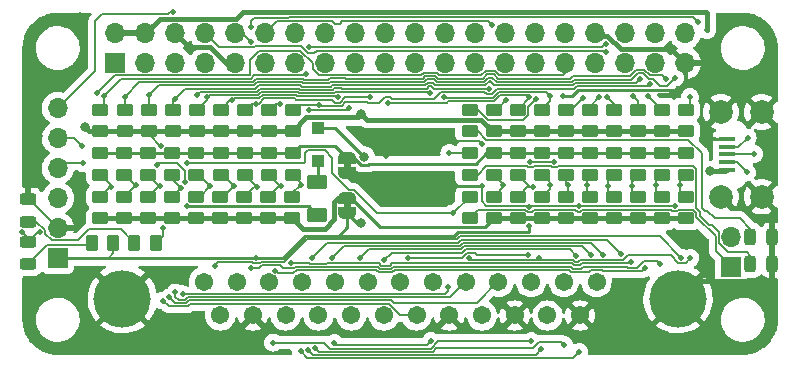
<source format=gtl>
G04 #@! TF.GenerationSoftware,KiCad,Pcbnew,(6.0.5-0)*
G04 #@! TF.CreationDate,2022-12-19T20:05:13-06:00*
G04 #@! TF.ProjectId,rascsi_zero,72617363-7369-45f7-9a65-726f2e6b6963,rev?*
G04 #@! TF.SameCoordinates,PX59d60c0PY325aa00*
G04 #@! TF.FileFunction,Copper,L1,Top*
G04 #@! TF.FilePolarity,Positive*
%FSLAX46Y46*%
G04 Gerber Fmt 4.6, Leading zero omitted, Abs format (unit mm)*
G04 Created by KiCad (PCBNEW (6.0.5-0)) date 2022-12-19 20:05:13*
%MOMM*%
%LPD*%
G01*
G04 APERTURE LIST*
G04 Aperture macros list*
%AMRoundRect*
0 Rectangle with rounded corners*
0 $1 Rounding radius*
0 $2 $3 $4 $5 $6 $7 $8 $9 X,Y pos of 4 corners*
0 Add a 4 corners polygon primitive as box body*
4,1,4,$2,$3,$4,$5,$6,$7,$8,$9,$2,$3,0*
0 Add four circle primitives for the rounded corners*
1,1,$1+$1,$2,$3*
1,1,$1+$1,$4,$5*
1,1,$1+$1,$6,$7*
1,1,$1+$1,$8,$9*
0 Add four rect primitives between the rounded corners*
20,1,$1+$1,$2,$3,$4,$5,0*
20,1,$1+$1,$4,$5,$6,$7,0*
20,1,$1+$1,$6,$7,$8,$9,0*
20,1,$1+$1,$8,$9,$2,$3,0*%
%AMFreePoly0*
4,1,22,0.500000,-0.750000,0.000000,-0.750000,0.000000,-0.745033,-0.079941,-0.743568,-0.215256,-0.701293,-0.333266,-0.622738,-0.424486,-0.514219,-0.481581,-0.384460,-0.499164,-0.250000,-0.500000,-0.250000,-0.500000,0.250000,-0.499164,0.250000,-0.499963,0.256109,-0.478152,0.396186,-0.417904,0.524511,-0.324060,0.630769,-0.204165,0.706417,-0.067858,0.745374,0.000000,0.744959,0.000000,0.750000,
0.500000,0.750000,0.500000,-0.750000,0.500000,-0.750000,$1*%
%AMFreePoly1*
4,1,20,0.000000,0.744959,0.073905,0.744508,0.209726,0.703889,0.328688,0.626782,0.421226,0.519385,0.479903,0.390333,0.500000,0.250000,0.500000,-0.250000,0.499851,-0.262216,0.476331,-0.402017,0.414519,-0.529596,0.319384,-0.634700,0.198574,-0.708877,0.061801,-0.746166,0.000000,-0.745033,0.000000,-0.750000,-0.500000,-0.750000,-0.500000,0.750000,0.000000,0.750000,0.000000,0.744959,
0.000000,0.744959,$1*%
G04 Aperture macros list end*
G04 #@! TA.AperFunction,SMDPad,CuDef*
%ADD10RoundRect,0.243750X-0.456250X0.243750X-0.456250X-0.243750X0.456250X-0.243750X0.456250X0.243750X0*%
G04 #@! TD*
G04 #@! TA.AperFunction,SMDPad,CuDef*
%ADD11RoundRect,0.243750X0.243750X0.456250X-0.243750X0.456250X-0.243750X-0.456250X0.243750X-0.456250X0*%
G04 #@! TD*
G04 #@! TA.AperFunction,ComponentPad*
%ADD12R,1.700000X1.700000*%
G04 #@! TD*
G04 #@! TA.AperFunction,ComponentPad*
%ADD13O,1.700000X1.700000*%
G04 #@! TD*
G04 #@! TA.AperFunction,SMDPad,CuDef*
%ADD14RoundRect,0.250000X-0.625000X0.375000X-0.625000X-0.375000X0.625000X-0.375000X0.625000X0.375000X0*%
G04 #@! TD*
G04 #@! TA.AperFunction,SMDPad,CuDef*
%ADD15RoundRect,0.250000X-0.450000X0.262500X-0.450000X-0.262500X0.450000X-0.262500X0.450000X0.262500X0*%
G04 #@! TD*
G04 #@! TA.AperFunction,SMDPad,CuDef*
%ADD16RoundRect,0.250000X0.262500X0.450000X-0.262500X0.450000X-0.262500X-0.450000X0.262500X-0.450000X0*%
G04 #@! TD*
G04 #@! TA.AperFunction,SMDPad,CuDef*
%ADD17R,1.100000X1.100000*%
G04 #@! TD*
G04 #@! TA.AperFunction,SMDPad,CuDef*
%ADD18RoundRect,0.250000X0.450000X-0.262500X0.450000X0.262500X-0.450000X0.262500X-0.450000X-0.262500X0*%
G04 #@! TD*
G04 #@! TA.AperFunction,SMDPad,CuDef*
%ADD19FreePoly0,270.000000*%
G04 #@! TD*
G04 #@! TA.AperFunction,SMDPad,CuDef*
%ADD20FreePoly1,270.000000*%
G04 #@! TD*
G04 #@! TA.AperFunction,SMDPad,CuDef*
%ADD21R,1.400000X0.400000*%
G04 #@! TD*
G04 #@! TA.AperFunction,ComponentPad*
%ADD22C,2.000000*%
G04 #@! TD*
G04 #@! TA.AperFunction,ComponentPad*
%ADD23C,1.545000*%
G04 #@! TD*
G04 #@! TA.AperFunction,ComponentPad*
%ADD24C,4.845000*%
G04 #@! TD*
G04 #@! TA.AperFunction,ViaPad*
%ADD25C,0.500000*%
G04 #@! TD*
G04 #@! TA.AperFunction,ViaPad*
%ADD26C,0.800000*%
G04 #@! TD*
G04 #@! TA.AperFunction,Conductor*
%ADD27C,0.150000*%
G04 #@! TD*
G04 #@! TA.AperFunction,Conductor*
%ADD28C,0.400000*%
G04 #@! TD*
G04 #@! TA.AperFunction,Conductor*
%ADD29C,0.250000*%
G04 #@! TD*
G04 #@! TA.AperFunction,Conductor*
%ADD30C,0.200000*%
G04 #@! TD*
G04 #@! TA.AperFunction,Conductor*
%ADD31C,0.500000*%
G04 #@! TD*
G04 APERTURE END LIST*
G36*
X108610000Y-6800400D02*
G01*
X108010000Y-6800400D01*
X108010000Y-6300400D01*
X108610000Y-6300400D01*
X108610000Y-6800400D01*
G37*
G36*
X108610000Y-3400000D02*
G01*
X108010000Y-3400000D01*
X108010000Y-2900000D01*
X108610000Y-2900000D01*
X108610000Y-3400000D01*
G37*
D10*
X81273000Y-9651500D03*
X81273000Y-11526500D03*
D11*
X144313500Y-11478000D03*
X142438500Y-11478000D03*
X144313500Y-9192000D03*
X142438500Y-9192000D03*
D12*
X88670000Y5530000D03*
D13*
X88670000Y8070000D03*
X91210000Y5530000D03*
X91210000Y8070000D03*
X93750000Y5530000D03*
X93750000Y8070000D03*
X96290000Y5530000D03*
X96290000Y8070000D03*
X98830000Y5530000D03*
X98830000Y8070000D03*
X101370000Y5530000D03*
X101370000Y8070000D03*
X103910000Y5530000D03*
X103910000Y8070000D03*
X106450000Y5530000D03*
X106450000Y8070000D03*
X108990000Y5530000D03*
X108990000Y8070000D03*
X111530000Y5530000D03*
X111530000Y8070000D03*
X114070000Y5530000D03*
X114070000Y8070000D03*
X116610000Y5530000D03*
X116610000Y8070000D03*
X119150000Y5530000D03*
X119150000Y8070000D03*
X121690000Y5530000D03*
X121690000Y8070000D03*
X124230000Y5530000D03*
X124230000Y8070000D03*
X126770000Y5530000D03*
X126770000Y8070000D03*
X129310000Y5530000D03*
X129310000Y8070000D03*
X131850000Y5530000D03*
X131850000Y8070000D03*
X134390000Y5530000D03*
X134390000Y8070000D03*
X136930000Y5530000D03*
X136930000Y8070000D03*
D14*
X105794160Y-4510320D03*
X105794160Y-7310320D03*
D15*
X118672224Y1587780D03*
X118672224Y-237220D03*
D16*
X88512000Y-9700000D03*
X86687000Y-9700000D03*
X92091500Y-9700000D03*
X90266500Y-9700000D03*
D17*
X105860000Y-2750000D03*
X105860000Y50000D03*
D10*
X81273000Y-6017000D03*
X81273000Y-7892000D03*
D15*
X118672224Y-2101640D03*
X118672224Y-3926640D03*
X95549390Y-2101640D03*
X95549390Y-3926640D03*
X97586320Y-2101640D03*
X97586320Y-3926640D03*
X99623250Y-2101640D03*
X99623250Y-3926640D03*
X101660180Y-2101640D03*
X101660180Y-3926640D03*
X103697110Y-2101640D03*
X103697110Y-3926640D03*
X87401660Y-2101640D03*
X87401660Y-3926640D03*
X89438600Y-2101640D03*
X89438600Y-3926640D03*
X91475530Y-2101640D03*
X91475530Y-3926640D03*
X93512460Y-2101640D03*
X93512460Y-3926640D03*
D18*
X95536328Y-7616060D03*
X95536328Y-5791060D03*
X97569992Y-7616060D03*
X97569992Y-5791060D03*
X99603656Y-7616060D03*
X99603656Y-5791060D03*
X101637320Y-7616060D03*
X101637320Y-5791060D03*
X103670984Y-7616060D03*
X103670984Y-5791060D03*
X87401660Y-7616060D03*
X87401660Y-5791060D03*
X89435336Y-7616060D03*
X89435336Y-5791060D03*
X91469000Y-7616060D03*
X91469000Y-5791060D03*
X93502664Y-7616060D03*
X93502664Y-5791060D03*
X95567398Y-237220D03*
X95567398Y1587780D03*
X97598672Y-237220D03*
X97598672Y1587780D03*
X99629946Y-237220D03*
X99629946Y1587780D03*
X101661220Y-237220D03*
X101661220Y1587780D03*
X103692494Y-237220D03*
X103692494Y1587780D03*
X87401660Y-237220D03*
X87401660Y1587780D03*
X89473576Y-237220D03*
X89473576Y1587780D03*
X91504850Y-237220D03*
X91504850Y1587780D03*
X93536124Y-237220D03*
X93536124Y1587780D03*
D15*
X120735280Y-2101640D03*
X120735280Y-3926640D03*
X122772210Y-2101640D03*
X122772210Y-3926640D03*
X124809140Y-2101640D03*
X124809140Y-3926640D03*
X126846070Y-2101640D03*
X126846070Y-3926640D03*
X128883000Y-2101640D03*
X128883000Y-3926640D03*
X130919930Y-2101640D03*
X130919930Y-3926640D03*
X132956860Y-2101640D03*
X132956860Y-3926640D03*
X134993790Y-2101640D03*
X134993790Y-3926640D03*
X136975200Y-2101640D03*
X136975200Y-3926640D03*
D18*
X120705888Y-7616060D03*
X120705888Y-5791060D03*
X122739552Y-7616060D03*
X122739552Y-5791060D03*
X124773216Y-7616060D03*
X124773216Y-5791060D03*
X126806880Y-7616060D03*
X126806880Y-5791060D03*
X128840544Y-7616060D03*
X128840544Y-5791060D03*
X130874208Y-7616060D03*
X130874208Y-5791060D03*
X132907872Y-7616060D03*
X132907872Y-5791060D03*
X134941536Y-7616060D03*
X134941536Y-5791060D03*
X136975200Y-7616060D03*
X136975200Y-5791060D03*
X120725008Y-237220D03*
X120725008Y1587780D03*
X122756282Y-237220D03*
X122756282Y1587780D03*
X124787556Y-237220D03*
X124787556Y1587780D03*
X126818830Y-237220D03*
X126818830Y1587780D03*
X128850104Y-237220D03*
X128850104Y1587780D03*
X130881378Y-237220D03*
X130881378Y1587780D03*
X132912652Y-237220D03*
X132912652Y1587780D03*
X134943926Y-237220D03*
X134943926Y1587780D03*
X136975200Y-237220D03*
X136975200Y1587780D03*
D19*
X108310000Y-5900400D03*
D20*
X108310000Y-7200400D03*
D19*
X108310000Y-2500000D03*
D20*
X108310000Y-3800000D03*
D15*
X118672224Y-5791060D03*
X118672224Y-7616060D03*
D12*
X83810000Y-10980000D03*
D13*
X83810000Y-8440000D03*
X83810000Y-5900000D03*
X83810000Y-3360000D03*
X83810000Y-820000D03*
X83810000Y1720000D03*
D21*
X140450000Y-3500000D03*
X140450000Y-2850000D03*
X140450000Y-2200000D03*
X140450000Y-1550000D03*
X140450000Y-900000D03*
D22*
X143400000Y-5775000D03*
X143400000Y1375000D03*
X139950000Y1375000D03*
X139950000Y-5775000D03*
D23*
X129420000Y-13002000D03*
X126650000Y-13002000D03*
X123880000Y-13002000D03*
X121110000Y-13002000D03*
X118340000Y-13002000D03*
X115570000Y-13002000D03*
X112800000Y-13002000D03*
X110030000Y-13002000D03*
X107260000Y-13002000D03*
X104490000Y-13002000D03*
X101720000Y-13002000D03*
X98950000Y-13002000D03*
X96180000Y-13002000D03*
X128035000Y-15842000D03*
X125265000Y-15842000D03*
X122495000Y-15842000D03*
X119725000Y-15842000D03*
X116955000Y-15842000D03*
X114185000Y-15842000D03*
X111415000Y-15842000D03*
X108645000Y-15842000D03*
X105875000Y-15842000D03*
X103105000Y-15842000D03*
X100335000Y-15842000D03*
X97565000Y-15842000D03*
D24*
X136320000Y-14422000D03*
X89280000Y-14422000D03*
D12*
X140836000Y-11732000D03*
D13*
X140836000Y-9192000D03*
D25*
X111626000Y-2334000D03*
X85845000Y-5255000D03*
X113404000Y-4112000D03*
X94555241Y-4516434D03*
X92195000Y-3096000D03*
X138810000Y3250000D03*
X115817000Y-1826000D03*
X81209500Y-13192500D03*
X81908000Y4016000D03*
X123803294Y-2827294D03*
X82280500Y-683000D03*
X136046493Y-6532376D03*
X126612000Y2746000D03*
X106800000Y-17320000D03*
X119754000Y-1318000D03*
X125850000Y-2842000D03*
X82280500Y-8811000D03*
X125088000Y-14145000D03*
X80773500Y-8811000D03*
X119754000Y-4874000D03*
X82280500Y-4493000D03*
X85845000Y-7414000D03*
X85718000Y9604000D03*
X127941147Y-6533336D03*
X123744642Y-6630168D03*
X92717879Y-8449334D03*
D26*
X109495195Y1221677D03*
X86097001Y153201D03*
D25*
X92517395Y-1524625D03*
D26*
X109510000Y-8000000D03*
D25*
X138804000Y8334000D03*
X100582240Y-10980000D03*
X123736720Y-8287760D03*
D26*
X139010000Y-3650000D03*
X109771058Y-2428010D03*
D25*
X127963280Y-18940520D03*
X98717720Y-4874000D03*
X104358245Y-18887630D03*
X126693280Y-18336000D03*
X105575463Y-18589890D03*
X102669960Y-4889240D03*
X115369960Y-18026120D03*
X107216560Y-18189947D03*
X104360000Y-4800000D03*
X88278320Y-4924800D03*
X92703648Y-14583074D03*
X90391600Y-4797800D03*
X93261800Y-14297400D03*
X93767303Y-13883031D03*
X92474400Y-4868920D03*
X94268206Y-5074896D03*
X116850000Y-13430000D03*
X94369673Y-14057085D03*
X113495440Y-10967303D03*
X121496440Y-4823200D03*
X123647416Y-10693658D03*
X124016010Y-4978244D03*
X127720812Y-10770763D03*
X111427880Y-11178280D03*
X125463920Y-4833360D03*
X128933560Y-10693658D03*
X109391812Y-10970668D03*
X106998120Y-10970668D03*
X129985120Y-10685520D03*
X126972680Y-4818120D03*
X105331567Y-10990881D03*
X128598280Y-4833360D03*
X131512879Y-10614545D03*
X103581848Y-11362845D03*
X130371200Y-4868920D03*
X132337160Y-11335760D03*
X133505560Y-11828520D03*
X102222086Y-12036032D03*
X132382880Y-4884160D03*
X134445360Y-4818120D03*
X134800960Y-11442440D03*
X100174106Y-11841594D03*
X136507840Y-4818120D03*
X136558640Y-10934440D03*
X97081960Y-11630400D03*
X96711120Y-4889240D03*
X123904360Y-18026120D03*
X102034960Y-18137880D03*
X124747640Y-18721970D03*
X104972560Y-18762086D03*
X100648120Y-4940040D03*
X94731573Y-6612928D03*
X137972990Y9009640D03*
X100196000Y8588000D03*
X137315560Y2634240D03*
X133779308Y2744966D03*
X130200922Y7161099D03*
X132516793Y2751990D03*
X105117343Y6871241D03*
X100196000Y7318000D03*
X130291496Y2639430D03*
X130237743Y6485038D03*
X129664483Y2639430D03*
X128257999Y2603839D03*
X116517103Y2640935D03*
X125494400Y2730760D03*
X111727600Y2187200D03*
X123717488Y2640938D03*
X120571880Y8725160D03*
X121786000Y2363927D03*
X133986634Y3748986D03*
X105904438Y1982405D03*
X102593760Y2086912D03*
X108487990Y1755510D03*
X105103847Y1530395D03*
X110275179Y2620495D03*
X100587160Y2086912D03*
X107529513Y2666605D03*
X98555160Y2363921D03*
X115331730Y3029917D03*
X96421291Y2640931D03*
X93752059Y2504661D03*
X133063618Y4186430D03*
X136076040Y4305560D03*
X91534600Y2812040D03*
X89461960Y2685040D03*
X135288640Y4183640D03*
X87734760Y2735840D03*
X104851390Y4569786D03*
X124326555Y2492002D03*
X85956760Y-2958840D03*
X85852089Y-1524630D03*
X94737120Y-2966880D03*
X117258642Y-7204642D03*
X116960000Y-2080000D03*
X87109920Y2959360D03*
X120324668Y3333211D03*
X95601891Y2821105D03*
X124552793Y-10970669D03*
X137369871Y-10990320D03*
X118648884Y-10970670D03*
X142210000Y-775000D03*
X142760000Y-2175000D03*
X142160000Y-3725000D03*
X93592000Y9858000D03*
D27*
X113092000Y-3800000D02*
X113404000Y-4112000D01*
D28*
X98830000Y5530000D02*
X98031962Y5530000D01*
D29*
X127374000Y2746000D02*
X127882001Y3254000D01*
D30*
X119754000Y-1318000D02*
X119500000Y-1064000D01*
D28*
X94927001Y6892999D02*
X93750000Y8070000D01*
X96668963Y6892999D02*
X94927001Y6892999D01*
D27*
X125850000Y-2842000D02*
X123818000Y-2842000D01*
X123952376Y-6532376D02*
X136046493Y-6532376D01*
D29*
X113404000Y-4112000D02*
X114166000Y-4874000D01*
D27*
X119754000Y-6190912D02*
X120095464Y-6532376D01*
X123842434Y-6532376D02*
X123952376Y-6532376D01*
D28*
X131471037Y6707001D02*
X130330560Y7847478D01*
D27*
X94555241Y-4516434D02*
X94555241Y-3617681D01*
X119754000Y-4874000D02*
X119754000Y-6190912D01*
D30*
X112896000Y-1064000D02*
X111626000Y-2334000D01*
D27*
X83810000Y-8440000D02*
X81387000Y-6017000D01*
D28*
X143976999Y-12909001D02*
X137788519Y-12909001D01*
X135752999Y6707001D02*
X131471037Y6707001D01*
D27*
X123744642Y-6630168D02*
X123842434Y-6532376D01*
X93906560Y-2969000D02*
X92322000Y-2969000D01*
D29*
X133738648Y3254000D02*
X133745672Y3246976D01*
D27*
X120095464Y-6532376D02*
X123952376Y-6532376D01*
X108310000Y-3800000D02*
X113092000Y-3800000D01*
D30*
X119500000Y-1064000D02*
X112896000Y-1064000D01*
D29*
X136256976Y3246976D02*
X136930000Y3920000D01*
X133745672Y3246976D02*
X136256976Y3246976D01*
D27*
X92322000Y-2969000D02*
X92195000Y-3096000D01*
D28*
X144313500Y-12572500D02*
X143976999Y-12909001D01*
D29*
X136930000Y3920000D02*
X136930000Y5530000D01*
D28*
X98031962Y5530000D02*
X96668963Y6892999D01*
X130330560Y7847478D02*
X129532522Y7847478D01*
D29*
X126612000Y2746000D02*
X127374000Y2746000D01*
X138810000Y-900000D02*
X138760000Y-850000D01*
D27*
X81321500Y-9651500D02*
X82162000Y-8811000D01*
D29*
X140450000Y-900000D02*
X138810000Y-900000D01*
D27*
X82162000Y-8811000D02*
X82280500Y-8811000D01*
D28*
X144313500Y-11478000D02*
X144313500Y-12572500D01*
D29*
X127882001Y3254000D02*
X133738648Y3254000D01*
D27*
X123818000Y-2842000D02*
X123803294Y-2827294D01*
D29*
X114166000Y-4874000D02*
X119754000Y-4874000D01*
X138760000Y-850000D02*
X138760000Y185000D01*
X138760000Y185000D02*
X139950000Y1375000D01*
D27*
X94555241Y-3617681D02*
X93906560Y-2969000D01*
D28*
X136930000Y5530000D02*
X135752999Y6707001D01*
D27*
X81273000Y-9310500D02*
X80773500Y-8811000D01*
D28*
X119644250Y748270D02*
X120629740Y-237220D01*
D27*
X92717879Y-8449334D02*
X92717879Y-9073621D01*
D28*
X86487422Y-237220D02*
X86097001Y153201D01*
X103692494Y-237220D02*
X104856715Y927001D01*
X89473576Y-237220D02*
X87401660Y-237220D01*
D27*
X92717879Y-9073621D02*
X92091500Y-9700000D01*
X91504850Y-500850D02*
X92576000Y-1572000D01*
D28*
X109495195Y1221677D02*
X109968602Y748270D01*
X109968602Y748270D02*
X119644250Y748270D01*
X136975200Y-237220D02*
X120725008Y-237220D01*
X104856715Y927001D02*
X109200519Y927001D01*
X89473576Y-237220D02*
X103692494Y-237220D01*
X109200519Y927001D02*
X109495195Y1221677D01*
X87401660Y-237220D02*
X86487422Y-237220D01*
D29*
X108310000Y-8360482D02*
X107590241Y-9080241D01*
X117390169Y-9080241D02*
X117663807Y-8806603D01*
X88121000Y-10980000D02*
X100582240Y-10980000D01*
D31*
X88670000Y8070000D02*
X91210000Y8070000D01*
D28*
X139010000Y-3650000D02*
X140300000Y-3650000D01*
X98917321Y9281499D02*
X92421499Y9281499D01*
X138804000Y8334000D02*
X138804000Y9748000D01*
D29*
X105860000Y50000D02*
X107293048Y50000D01*
X117663807Y-8806603D02*
X123681523Y-8806603D01*
X108310000Y-7200400D02*
X108310000Y-8360482D01*
X123736720Y-8751406D02*
X123681523Y-8806603D01*
X109109600Y-8000000D02*
X108310000Y-7200400D01*
X100582240Y-10980000D02*
X102862990Y-10980000D01*
X107590241Y-9080241D02*
X117390169Y-9080241D01*
D28*
X92421499Y9281499D02*
X91210000Y8070000D01*
X138694000Y9858000D02*
X99493822Y9858000D01*
D29*
X104762751Y-9080241D02*
X107590241Y-9080241D01*
X107293048Y50000D02*
X109771058Y-2428010D01*
X83810000Y-10980000D02*
X88121000Y-10980000D01*
D28*
X138804000Y9748000D02*
X138694000Y9858000D01*
D29*
X109510000Y-8000000D02*
X109109600Y-8000000D01*
D30*
X88512000Y-9700000D02*
X88512000Y-10589000D01*
D28*
X140300000Y-3650000D02*
X140450000Y-3500000D01*
D29*
X123736720Y-8287760D02*
X123736720Y-8751406D01*
D30*
X88512000Y-10589000D02*
X88121000Y-10980000D01*
D28*
X99493822Y9858000D02*
X98917321Y9281499D01*
D29*
X102862990Y-10980000D02*
X104762751Y-9080241D01*
D27*
X98717720Y-4874000D02*
X97800660Y-5791060D01*
X127430810Y-19472990D02*
X104943605Y-19472990D01*
X104943605Y-19472990D02*
X104358245Y-18887630D01*
X98717720Y-4874000D02*
X97770360Y-3926640D01*
X127963280Y-18940520D02*
X127430810Y-19472990D01*
X102669960Y-4889240D02*
X102539140Y-4889240D01*
X105904541Y-18918968D02*
X105575463Y-18589890D01*
X124009552Y-18589890D02*
X115866904Y-18589890D01*
X102669960Y-4889240D02*
X102622780Y-4889240D01*
X102622780Y-4889240D02*
X101660180Y-3926640D01*
X115866904Y-18589890D02*
X115537826Y-18918968D01*
X102539140Y-4889240D02*
X101637320Y-5791060D01*
X126443281Y-18086001D02*
X124513441Y-18086001D01*
X124513441Y-18086001D02*
X124009552Y-18589890D01*
X115537826Y-18918968D02*
X105904541Y-18918968D01*
X126693280Y-18336000D02*
X126443281Y-18086001D01*
X103670984Y-5489016D02*
X104360000Y-4800000D01*
X115080400Y-18315680D02*
X107342293Y-18315680D01*
X104360000Y-4589530D02*
X103697110Y-3926640D01*
X107342293Y-18315680D02*
X107216560Y-18189947D01*
X104360000Y-4800000D02*
X104360000Y-4589530D01*
X115369960Y-18026120D02*
X115080400Y-18315680D01*
X94816116Y-15063108D02*
X93183682Y-15063108D01*
X114191320Y-15791200D02*
X112741661Y-15791200D01*
X112741661Y-15791200D02*
X111818450Y-14867989D01*
X95011235Y-14867989D02*
X94816116Y-15063108D01*
X88278320Y-4924800D02*
X88278320Y-4803300D01*
X93183682Y-15063108D02*
X92703648Y-14583074D01*
X88278320Y-4803300D02*
X87401660Y-3926640D01*
X88278320Y-4924800D02*
X88267920Y-4924800D01*
X88267920Y-4924800D02*
X87401660Y-5791060D01*
X111818450Y-14867989D02*
X95011235Y-14867989D01*
X90391600Y-4797800D02*
X90309760Y-4797800D01*
X93750497Y-14786097D02*
X94701375Y-14786097D01*
X90309760Y-4797800D02*
X89438600Y-3926640D01*
X112280000Y-14790000D02*
X119277520Y-14790000D01*
X94947784Y-14539688D02*
X112029688Y-14539688D01*
X119277520Y-14790000D02*
X121116320Y-12951200D01*
X90391600Y-4834796D02*
X89435336Y-5791060D01*
X93261800Y-14297400D02*
X93750497Y-14786097D01*
X90391600Y-4797800D02*
X90391600Y-4834796D01*
X94701375Y-14786097D02*
X94947784Y-14539688D01*
X112029688Y-14539688D02*
X112280000Y-14790000D01*
X92417810Y-4868920D02*
X91475530Y-3926640D01*
X117034843Y-14262677D02*
X118346320Y-12951200D01*
X94586634Y-14509086D02*
X94833043Y-14262677D01*
X92474400Y-4868920D02*
X92391140Y-4868920D01*
X93767303Y-14236584D02*
X94039805Y-14509086D01*
X92474400Y-4868920D02*
X92417810Y-4868920D01*
X94833043Y-14262677D02*
X117034843Y-14262677D01*
X94039805Y-14509086D02*
X94586634Y-14509086D01*
X93767303Y-13883031D02*
X93767303Y-14236584D01*
X92391140Y-4868920D02*
X91469000Y-5791060D01*
X93502664Y-5791060D02*
X94218828Y-5074896D01*
X94441092Y-13985666D02*
X94369673Y-14057085D01*
X116594334Y-13985666D02*
X116850000Y-13730000D01*
X93512460Y-4319150D02*
X94268206Y-5074896D01*
X94218828Y-5074896D02*
X94268206Y-5074896D01*
X116850000Y-13730000D02*
X116850000Y-13430000D01*
X116594334Y-13985666D02*
X94441092Y-13985666D01*
X117997080Y-10967303D02*
X113495440Y-10967303D01*
X121496440Y-5000508D02*
X120705888Y-5791060D01*
X121496440Y-4823200D02*
X121496440Y-5000508D01*
X119337358Y-10693658D02*
X119162366Y-10518666D01*
X121496440Y-4687800D02*
X120735280Y-3926640D01*
X121496440Y-4823200D02*
X121496440Y-4687800D01*
X119162366Y-10518666D02*
X118445717Y-10518666D01*
X118445717Y-10518666D02*
X117997080Y-10967303D01*
X123647416Y-10693658D02*
X119337358Y-10693658D01*
X118057338Y-10515293D02*
X118330973Y-10241658D01*
X123823814Y-4978244D02*
X124016010Y-4978244D01*
X122739552Y-5791060D02*
X123552368Y-4978244D01*
X127191707Y-10241658D02*
X127720812Y-10770763D01*
X111427880Y-11178280D02*
X112090867Y-10515293D01*
X118330973Y-10241658D02*
X127191707Y-10241658D01*
X122772210Y-3926640D02*
X123823814Y-4978244D01*
X112090867Y-10515293D02*
X118057338Y-10515293D01*
X123552368Y-4978244D02*
X124016010Y-4978244D01*
X125463920Y-4833360D02*
X125463920Y-5100356D01*
X125463920Y-4833360D02*
X125463920Y-4581420D01*
X109391812Y-10970668D02*
X110124196Y-10238284D01*
X117942596Y-10238283D02*
X118216232Y-9964647D01*
X125463920Y-5100356D02*
X124773216Y-5791060D01*
X118216232Y-9964647D02*
X128204549Y-9964647D01*
X128204549Y-9964647D02*
X128933560Y-10693658D01*
X110124196Y-10238284D02*
X117942596Y-10238283D01*
X125463920Y-4581420D02*
X124809140Y-3926640D01*
X126846070Y-3926640D02*
X126846070Y-4691510D01*
X126972680Y-4818120D02*
X126972680Y-5625260D01*
X128987236Y-9687636D02*
X129985120Y-10685520D01*
X126846070Y-4691510D02*
X126972680Y-4818120D01*
X118101491Y-9687636D02*
X128987236Y-9687636D01*
X108007515Y-9961273D02*
X117827854Y-9961273D01*
X117827854Y-9961273D02*
X118101491Y-9687636D01*
X106998120Y-10970668D02*
X108007515Y-9961273D01*
X106638186Y-9684262D02*
X105331567Y-10990881D01*
X128598280Y-4833360D02*
X128598280Y-5548796D01*
X131512879Y-10614545D02*
X130308959Y-9410625D01*
X117986750Y-9410625D02*
X117713113Y-9684262D01*
X117713113Y-9684262D02*
X106638186Y-9684262D01*
X130308959Y-9410625D02*
X117986750Y-9410625D01*
X128598280Y-4833360D02*
X128598280Y-4211360D01*
X127353565Y-11422679D02*
X112109075Y-11422679D01*
X105060379Y-11362845D02*
X103581848Y-11362845D01*
X130371200Y-4868920D02*
X130371200Y-4475370D01*
X127990185Y-11592331D02*
X127523217Y-11592331D01*
X132250241Y-11422679D02*
X128159837Y-11422679D01*
X130371200Y-4868920D02*
X130371200Y-5288052D01*
X106569071Y-11422683D02*
X106548860Y-11442894D01*
X111210918Y-11630280D02*
X111003321Y-11422683D01*
X111003321Y-11422683D02*
X106569071Y-11422683D01*
X111901474Y-11630280D02*
X111210918Y-11630280D01*
X106548860Y-11442894D02*
X105140428Y-11442894D01*
X130371200Y-4475370D02*
X130919930Y-3926640D01*
X128159837Y-11422679D02*
X127990185Y-11592331D01*
X105140428Y-11442894D02*
X105060379Y-11362845D01*
X127523217Y-11592331D02*
X127353565Y-11422679D01*
X132337160Y-11335760D02*
X132250241Y-11422679D01*
X130371200Y-5288052D02*
X130874208Y-5791060D01*
X112109075Y-11422679D02*
X111901474Y-11630280D01*
X132382880Y-4500620D02*
X132956860Y-3926640D01*
X129894081Y-11976699D02*
X128958559Y-11976699D01*
X132382880Y-4884160D02*
X132382880Y-4500620D01*
X133255561Y-12078519D02*
X129995901Y-12078519D01*
X102472085Y-12286031D02*
X102222086Y-12036032D01*
X112338559Y-11976699D02*
X112130956Y-12184302D01*
X127293735Y-12146353D02*
X127124081Y-11976699D01*
X128788905Y-12146353D02*
X127293735Y-12146353D01*
X112130956Y-12184302D02*
X110981436Y-12184302D01*
X132382880Y-4884160D02*
X132382880Y-5266068D01*
X106798559Y-11976699D02*
X106778342Y-11996916D01*
X133505560Y-11828520D02*
X133255561Y-12078519D01*
X110773833Y-11976699D02*
X106798559Y-11976699D01*
X110981436Y-12184302D02*
X110773833Y-11976699D01*
X104890730Y-11976700D02*
X104028709Y-11976700D01*
X132382880Y-5266068D02*
X132907872Y-5791060D01*
X104028709Y-11976700D02*
X103719378Y-12286031D01*
X106778342Y-11996916D02*
X104910946Y-11996916D01*
X129995901Y-12078519D02*
X129894081Y-11976699D01*
X103719378Y-12286031D02*
X102472085Y-12286031D01*
X127124081Y-11976699D02*
X112338559Y-11976699D01*
X128958559Y-11976699D02*
X128788905Y-12146353D01*
X104910946Y-11996916D02*
X104890730Y-11976700D01*
X102615513Y-11584022D02*
X101130052Y-11584022D01*
X134445360Y-5294884D02*
X134941536Y-5791060D01*
X105005471Y-11699689D02*
X103913968Y-11699689D01*
X106683812Y-11699694D02*
X106663601Y-11719905D01*
X103798810Y-11814847D02*
X102846338Y-11814847D01*
X105025686Y-11719904D02*
X105005471Y-11699689D01*
X127408475Y-11869341D02*
X127238824Y-11699690D01*
X133472675Y-11192441D02*
X132877354Y-11787762D01*
X128104926Y-11869342D02*
X127408475Y-11869341D01*
X134800960Y-11442440D02*
X134550961Y-11192441D01*
X102846338Y-11814847D02*
X102615513Y-11584022D01*
X128274569Y-11699699D02*
X128104926Y-11869342D01*
X112223816Y-11699690D02*
X112016215Y-11907291D01*
X132877354Y-11787762D02*
X132120198Y-11787762D01*
X127238824Y-11699690D02*
X112223816Y-11699690D01*
X111096176Y-11907290D02*
X110888580Y-11699694D01*
X132120198Y-11787762D02*
X132032135Y-11699699D01*
X134445360Y-4818120D02*
X134445360Y-4475070D01*
X134550961Y-11192441D02*
X133472675Y-11192441D01*
X106663601Y-11719905D02*
X105025686Y-11719904D01*
X100872480Y-11841594D02*
X100174106Y-11841594D01*
X101130052Y-11584022D02*
X100872480Y-11841594D01*
X110888580Y-11699694D02*
X106683812Y-11699694D01*
X112016215Y-11907291D02*
X111096176Y-11907290D01*
X134445360Y-4475070D02*
X134993790Y-3926640D01*
X103913968Y-11699689D02*
X103798810Y-11814847D01*
X132032135Y-11699699D02*
X128274569Y-11699699D01*
X134445360Y-4818120D02*
X134445360Y-5294884D01*
X136507840Y-5323700D02*
X136975200Y-5791060D01*
X100890321Y-11432001D02*
X101015311Y-11307011D01*
X136507840Y-4394000D02*
X136975200Y-3926640D01*
X101015311Y-11307011D02*
X102998442Y-11307011D01*
X104898202Y-9407251D02*
X117598372Y-9407251D01*
X97081960Y-11630400D02*
X97405349Y-11307011D01*
X134757814Y-9133614D02*
X136558640Y-10934440D01*
X102998442Y-11307011D02*
X104898202Y-9407251D01*
X117872009Y-9133614D02*
X134757814Y-9133614D01*
X136507840Y-4818120D02*
X136507840Y-4394000D01*
X117598372Y-9407251D02*
X117872009Y-9133614D01*
X100240289Y-11307011D02*
X100365279Y-11432001D01*
X136507840Y-4818120D02*
X136507840Y-5323700D01*
X97405349Y-11307011D02*
X100240289Y-11307011D01*
X100365279Y-11432001D02*
X100890321Y-11432001D01*
X96711120Y-4889240D02*
X95809300Y-5791060D01*
X96711120Y-4889240D02*
X95748520Y-3926640D01*
X106369796Y-18137880D02*
X102034960Y-18137880D01*
X123904360Y-18026120D02*
X116038922Y-18026120D01*
X115423085Y-18641957D02*
X106873873Y-18641957D01*
X116038922Y-18026120D02*
X115423085Y-18641957D01*
X106873873Y-18641957D02*
X106369796Y-18137880D01*
X100648120Y-4940040D02*
X100636650Y-4940040D01*
X105406453Y-19195979D02*
X104972560Y-18762086D01*
X100636650Y-4940040D02*
X99623250Y-3926640D01*
X124273631Y-19195979D02*
X105406453Y-19195979D01*
X124747640Y-18721970D02*
X124273631Y-19195979D01*
X100454676Y-4940040D02*
X99603656Y-5791060D01*
X100648120Y-4940040D02*
X100454676Y-4940040D01*
D29*
X94731573Y-6612928D02*
X105096768Y-6612928D01*
X105096768Y-6612928D02*
X105794160Y-7310320D01*
D27*
X103359915Y9398022D02*
X137584608Y9398022D01*
X137584608Y9398022D02*
X137972990Y9009640D01*
X137315560Y2634240D02*
X137315560Y1928140D01*
X100450000Y9350000D02*
X103311892Y9350000D01*
X103311892Y9350000D02*
X103359915Y9398022D01*
X100196000Y9096000D02*
X100450000Y9350000D01*
X100196000Y9096000D02*
X100196000Y8588000D01*
X133786740Y2744966D02*
X133779308Y2744966D01*
X134943926Y1587780D02*
X133786740Y2744966D01*
X130200922Y7161099D02*
X129911064Y6871241D01*
X100196000Y7318000D02*
X99444000Y8070000D01*
X129911064Y6871241D02*
X105117343Y6871241D01*
X132912652Y1587780D02*
X132912652Y2356131D01*
X132912652Y2356131D02*
X132516793Y2751990D01*
X100412961Y6865999D02*
X100492783Y6945821D01*
X130138409Y6584372D02*
X130237743Y6485038D01*
X130881378Y2049548D02*
X130291496Y2639430D01*
X105492962Y6357998D02*
X105719336Y6584372D01*
X105719336Y6584372D02*
X130138409Y6584372D01*
X130881378Y1587780D02*
X130881378Y2049548D01*
X100492783Y6945821D02*
X104373801Y6945821D01*
X104373801Y6945821D02*
X104961624Y6357998D01*
X97494001Y6865999D02*
X100412961Y6865999D01*
X104961624Y6357998D02*
X105492962Y6357998D01*
X96290000Y8070000D02*
X97494001Y6865999D01*
X128850104Y1825051D02*
X129664483Y2639430D01*
X127241940Y1587780D02*
X128257999Y2603839D01*
X125494400Y2294624D02*
X124787556Y1587780D01*
X120637853Y2585681D02*
X116572357Y2585681D01*
X125132212Y3092948D02*
X121145120Y3092948D01*
X125494400Y2730760D02*
X125494400Y2294624D01*
X125494400Y2730760D02*
X125132212Y3092948D01*
X121145120Y3092948D02*
X120637853Y2585681D01*
X116572357Y2585681D02*
X116517103Y2640935D01*
X123542489Y2815937D02*
X123717488Y2640938D01*
X123717488Y2548986D02*
X123717488Y2640938D01*
X116732330Y2187200D02*
X116853800Y2308670D01*
X111727600Y2187200D02*
X116732330Y2187200D01*
X120752594Y2308670D02*
X121259861Y2815937D01*
X122756282Y1587780D02*
X123717488Y2548986D01*
X121259861Y2815937D02*
X123542489Y2815937D01*
X116853800Y2308670D02*
X120752594Y2308670D01*
X114553573Y9073489D02*
X116126427Y9073489D01*
X107907370Y9073489D02*
X108506427Y9073489D01*
X111046427Y9073489D02*
X111094449Y9121511D01*
X121009853Y1587780D02*
X121786000Y2363927D01*
X114505551Y9121511D02*
X114553573Y9073489D01*
X106933573Y9073489D02*
X107007289Y9073489D01*
X116174449Y9121511D02*
X117045551Y9121511D01*
X119585551Y9121511D02*
X119633573Y9073489D01*
X120223551Y9073489D02*
X120571880Y8725160D01*
X108554449Y9121511D02*
X109425551Y9121511D01*
X117093573Y9073489D02*
X118666427Y9073489D01*
X117045551Y9121511D02*
X117093573Y9073489D01*
X102373489Y9073489D02*
X103426427Y9073489D01*
X104345551Y9121511D02*
X104393573Y9073489D01*
X113634449Y9121511D02*
X114505551Y9121511D01*
X107251789Y8828989D02*
X107662870Y8828989D01*
X112013573Y9073489D02*
X113586427Y9073489D01*
X111965551Y9121511D02*
X112013573Y9073489D01*
X118666427Y9073489D02*
X118714449Y9121511D01*
X107662870Y8828989D02*
X107907370Y9073489D01*
X103426427Y9073489D02*
X103474449Y9121511D01*
X103474449Y9121511D02*
X104345551Y9121511D01*
X104393573Y9073489D02*
X105966427Y9073489D01*
X105966427Y9073489D02*
X106014449Y9121511D01*
X106885551Y9121511D02*
X106933573Y9073489D01*
X109473573Y9073489D02*
X111046427Y9073489D01*
X101370000Y8070000D02*
X102373489Y9073489D01*
X109425551Y9121511D02*
X109473573Y9073489D01*
X116126427Y9073489D02*
X116174449Y9121511D01*
X113586427Y9073489D02*
X113634449Y9121511D01*
X107007289Y9073489D02*
X107251789Y8828989D01*
X111094449Y9121511D02*
X111965551Y9121511D01*
X118714449Y9121511D02*
X119585551Y9121511D01*
X119633573Y9073489D02*
X120223551Y9073489D01*
X106014449Y9121511D02*
X106885551Y9121511D01*
X108506427Y9073489D02*
X108554449Y9121511D01*
X127746548Y3581011D02*
X133818659Y3581011D01*
X111039930Y2168494D02*
X111510638Y2639202D01*
X110058218Y2168494D02*
X111039930Y2168494D01*
X111944562Y2639202D02*
X112068753Y2515011D01*
X105904438Y1982405D02*
X105974921Y1911922D01*
X107835534Y1911922D02*
X108154628Y2231016D01*
X120541629Y2881210D02*
X121030378Y3369959D01*
X108154628Y2231016D02*
X109995696Y2231016D01*
X115638407Y2515011D02*
X116216342Y3092946D01*
X112068753Y2515011D02*
X115638407Y2515011D01*
X105974921Y1911922D02*
X107835534Y1911922D01*
X105904438Y1982405D02*
X104087119Y1982405D01*
X121030378Y3369959D02*
X127535497Y3369959D01*
X111510638Y2639202D02*
X111944562Y2639202D01*
X116216342Y3092946D02*
X119895971Y3092946D01*
X133818659Y3581011D02*
X133986634Y3748986D01*
X127535497Y3369959D02*
X127746548Y3581011D01*
X119895971Y3092946D02*
X120107707Y2881210D01*
X120107707Y2881210D02*
X120541629Y2881210D01*
X109995696Y2231016D02*
X110058218Y2168494D01*
X108262875Y1530395D02*
X108487990Y1755510D01*
X105103847Y1530395D02*
X108262875Y1530395D01*
X102593760Y2086912D02*
X102160352Y2086912D01*
X102160352Y2086912D02*
X101661220Y1587780D01*
X100129078Y2086912D02*
X99629946Y1587780D01*
X101260619Y2538917D02*
X103878023Y2538917D01*
X103982524Y2434416D02*
X107041384Y2434416D01*
X107041384Y2434416D02*
X107286868Y2188932D01*
X107286868Y2188932D02*
X107716262Y2188932D01*
X100808612Y2086912D02*
X101260619Y2538917D01*
X100587160Y2086912D02*
X100129078Y2086912D01*
X108147825Y2620495D02*
X110275179Y2620495D01*
X107716262Y2188932D02*
X108147825Y2620495D01*
X103878023Y2538917D02*
X103982524Y2434416D01*
X100587160Y2086912D02*
X100808612Y2086912D01*
X103992764Y2815928D02*
X104097265Y2711427D01*
X107484691Y2711427D02*
X107529513Y2666605D01*
X104097265Y2711427D02*
X107484691Y2711427D01*
X98555160Y2363921D02*
X98730156Y2538917D01*
X98730156Y2538917D02*
X100868866Y2538917D01*
X101145878Y2815928D02*
X103992764Y2815928D01*
X98555160Y2363921D02*
X98374813Y2363921D01*
X100868866Y2538917D02*
X101145878Y2815928D01*
X98374813Y2363921D02*
X97598672Y1587780D01*
X96421291Y2441673D02*
X96421291Y2640931D01*
X101031137Y3092939D02*
X100754125Y2815928D01*
X115331730Y3029917D02*
X115268701Y3092946D01*
X107746477Y3118615D02*
X107312554Y3118615D01*
X107312554Y3118615D02*
X107182378Y2988439D01*
X95567398Y1587780D02*
X96421291Y2441673D01*
X107772145Y3092947D02*
X107746477Y3118615D01*
X100754125Y2815928D02*
X96596288Y2815928D01*
X96596288Y2815928D02*
X96421291Y2640931D01*
X107182378Y2988439D02*
X104212004Y2988440D01*
X104107505Y3092939D02*
X101031137Y3092939D01*
X104212004Y2988440D02*
X104107505Y3092939D01*
X115268701Y3092946D02*
X107772145Y3092947D01*
X120365602Y4013383D02*
X119999185Y3646967D01*
X119999185Y3646967D02*
X115760815Y3646967D01*
X94617349Y3369951D02*
X93752059Y2504661D01*
X120732016Y3646969D02*
X120365602Y4013383D01*
X127420756Y3646969D02*
X120732016Y3646969D01*
X107044694Y3672636D02*
X106914520Y3542462D01*
X107975960Y3672636D02*
X107044694Y3672636D01*
X100801654Y3646961D02*
X100524645Y3369952D01*
X127631807Y3858022D02*
X127420756Y3646969D01*
X100524645Y3369952D02*
X94617349Y3369951D01*
X104336987Y3646961D02*
X100801654Y3646961D01*
X132735210Y3858022D02*
X127631807Y3858022D01*
X114919187Y3646969D02*
X108001627Y3646969D01*
X106914520Y3542462D02*
X104441485Y3542463D01*
X133063618Y4186430D02*
X132735210Y3858022D01*
X93536124Y1587780D02*
X93536124Y2288726D01*
X108001627Y3646969D02*
X107975960Y3672636D01*
X115145808Y3873590D02*
X114919187Y3646969D01*
X115534193Y3873590D02*
X115145808Y3873590D01*
X115760815Y3646967D02*
X115534193Y3873590D01*
X104441485Y3542463D02*
X104336987Y3646961D01*
X93536124Y2288726D02*
X93752059Y2504661D01*
X132343257Y4135033D02*
X132894515Y4686291D01*
X115031067Y4150601D02*
X115648934Y4150601D01*
X91534600Y2812040D02*
X92369525Y3646965D01*
X91504850Y2782290D02*
X91534600Y2812040D01*
X120955553Y3923981D02*
X127306015Y3923981D01*
X132894515Y4686291D02*
X133340832Y4686291D01*
X100409906Y3646966D02*
X100686917Y3923977D01*
X106929953Y3949647D02*
X108090701Y3949647D01*
X104451723Y3923977D02*
X104556227Y3819473D01*
X134822774Y3581810D02*
X135352290Y3581810D01*
X108116368Y3923980D02*
X114804446Y3923980D01*
X133826135Y4200988D02*
X134203596Y4200988D01*
X100686917Y3923977D02*
X104451723Y3923977D01*
X108090701Y3949647D02*
X108116368Y3923980D01*
X127517066Y4135033D02*
X132343257Y4135033D01*
X115875556Y3923978D02*
X119884444Y3923978D01*
X120589141Y4290393D02*
X120955553Y3923981D01*
X106799780Y3819474D02*
X106929953Y3949647D01*
X134203596Y4200988D02*
X134822774Y3581810D01*
X120250861Y4290394D02*
X120589141Y4290393D01*
X114804446Y3923980D02*
X115031067Y4150601D01*
X127306015Y3923981D02*
X127517066Y4135033D01*
X119884444Y3923978D02*
X120250861Y4290394D01*
X104556227Y3819473D02*
X106799780Y3819474D01*
X115648934Y4150601D02*
X115875556Y3923978D01*
X135352290Y3581810D02*
X136076040Y4305560D01*
X91504850Y1587780D02*
X91504850Y2782290D01*
X133340832Y4686291D02*
X133826135Y4200988D01*
X92369525Y3646965D02*
X100409906Y3646966D01*
X134994281Y4477999D02*
X135288640Y4183640D01*
X120136120Y4567405D02*
X120703883Y4567403D01*
X106685038Y4096484D02*
X106815212Y4226658D01*
X89461960Y2685040D02*
X89461960Y1599396D01*
X90700896Y3923976D02*
X100295164Y3923976D01*
X127191281Y4200999D02*
X127402325Y4412044D01*
X119769703Y4200989D02*
X120136120Y4567405D01*
X108231109Y4200991D02*
X114689705Y4200991D01*
X133947724Y4477999D02*
X134994281Y4477999D01*
X120703883Y4567403D02*
X121070287Y4200999D01*
X100295164Y3923976D02*
X100572176Y4200988D01*
X115763675Y4427612D02*
X115990297Y4200989D01*
X132228516Y4412044D02*
X132779774Y4963302D01*
X100572176Y4200988D02*
X104566465Y4200987D01*
X106815212Y4226658D02*
X108205443Y4226657D01*
X114916326Y4427612D02*
X115763675Y4427612D01*
X133462422Y4963301D02*
X133947724Y4477999D01*
X89461960Y2685040D02*
X90700896Y3923976D01*
X115990297Y4200989D02*
X119769703Y4200989D01*
X104670968Y4096484D02*
X106685038Y4096484D01*
X132779774Y4963302D02*
X133462422Y4963301D01*
X127402325Y4412044D02*
X132228516Y4412044D01*
X121070287Y4200999D02*
X127191281Y4200999D01*
X108205443Y4226657D02*
X108231109Y4200991D01*
X114689705Y4200991D02*
X114916326Y4427612D01*
X104566465Y4200987D02*
X104670968Y4096484D01*
X87734760Y2735840D02*
X89199905Y4200985D01*
X89199905Y4200985D02*
X100180421Y4200985D01*
X100457435Y4477999D02*
X104759603Y4477999D01*
X100180421Y4200985D02*
X100457435Y4477999D01*
X87734760Y2735840D02*
X87734760Y1920880D01*
X104759603Y4477999D02*
X104851390Y4569786D01*
X138587399Y-6977001D02*
X138812001Y-6977001D01*
X120086734Y-951730D02*
X137177030Y-951730D01*
X138324388Y-6713990D02*
X138587399Y-6977001D01*
X118672224Y-237220D02*
X119372224Y-237220D01*
X119372224Y-237220D02*
X120086734Y-951730D01*
X139435000Y-7600000D02*
X141546500Y-7600000D01*
X138324388Y-2099088D02*
X138324388Y-6713990D01*
X142438500Y-8492000D02*
X142438500Y-9192000D01*
X137177030Y-951730D02*
X138324388Y-2099088D01*
X141546500Y-7600000D02*
X142438500Y-8492000D01*
X138812001Y-6977001D02*
X139435000Y-7600000D01*
X82899500Y-9900000D02*
X86487000Y-9900000D01*
X81273000Y-11526500D02*
X82899500Y-9900000D01*
X83305039Y-9492001D02*
X85543259Y-9492001D01*
X89123500Y-8557000D02*
X90266500Y-9700000D01*
X82732001Y-8623981D02*
X82732001Y-8918963D01*
X82000020Y-7892000D02*
X82732001Y-8623981D01*
X81273000Y-7892000D02*
X82000020Y-7892000D01*
X85543259Y-9492001D02*
X86478260Y-8557000D01*
X82732001Y-8918963D02*
X83305039Y-9492001D01*
X86478260Y-8557000D02*
X89123500Y-8557000D01*
X120247048Y714000D02*
X123234242Y714000D01*
X119373268Y1587780D02*
X120247048Y714000D01*
X123658292Y1823739D02*
X124326555Y2492002D01*
X118672224Y1587780D02*
X119373268Y1587780D01*
X123234242Y714000D02*
X123658292Y1138050D01*
X123658292Y1138050D02*
X123658292Y1823739D01*
X85956760Y-2958840D02*
X84211160Y-2958840D01*
X83810000Y-820000D02*
X85147459Y-820000D01*
X85147459Y-820000D02*
X85852089Y-1524630D01*
X108469000Y-5198390D02*
X107054000Y-3783390D01*
X117258642Y-7204642D02*
X110853632Y-7204642D01*
X108847380Y-5198390D02*
X108469000Y-5198390D01*
X107054000Y-2480398D02*
X106399602Y-1826000D01*
X107054000Y-3783390D02*
X107054000Y-2480398D01*
X104643120Y-2966880D02*
X94737120Y-2966880D01*
X106399602Y-1826000D02*
X105022000Y-1826000D01*
X104768000Y-2842000D02*
X104643120Y-2966880D01*
X104768000Y-2080000D02*
X104768000Y-2842000D01*
X117258642Y-7204642D02*
X118672224Y-5791060D01*
X105022000Y-1826000D02*
X104768000Y-2080000D01*
X110853632Y-7204642D02*
X108847380Y-5198390D01*
X116960000Y-2080000D02*
X118650584Y-2080000D01*
X100065683Y4477999D02*
X100065691Y4478007D01*
X108345853Y4477999D02*
X114574961Y4477999D01*
X106674801Y4477999D02*
X106700473Y4503669D01*
X100065691Y5782653D02*
X100865039Y6582001D01*
X105397999Y5025039D02*
X105945039Y4477999D01*
X114801585Y4704623D02*
X115878416Y4704623D01*
X108320185Y4503667D02*
X108345853Y4477999D01*
X100065691Y4478007D02*
X100065691Y5782653D01*
X100865039Y6582001D02*
X104345869Y6582001D01*
X116105038Y4478000D02*
X119654962Y4478000D01*
X120021379Y4844416D02*
X120818625Y4844413D01*
X114574961Y4477999D02*
X114801585Y4704623D01*
X126619523Y4477999D02*
X126986057Y4844533D01*
X88628559Y4477999D02*
X100065683Y4477999D01*
X115878416Y4704623D02*
X116105038Y4478000D01*
X105945039Y4477999D02*
X106674801Y4477999D01*
X106700473Y4503669D02*
X108320185Y4503667D01*
X120818625Y4844413D02*
X121185039Y4477999D01*
X119654962Y4478000D02*
X120021379Y4844416D01*
X121185039Y4477999D02*
X126619523Y4477999D01*
X104345869Y6582001D02*
X105397999Y5529871D01*
X87109920Y2959360D02*
X88628559Y4477999D01*
X105397999Y5529871D02*
X105397999Y5025039D01*
X95873727Y3092941D02*
X95601891Y2821105D01*
X107861219Y3395625D02*
X107197812Y3395625D01*
X104222246Y3369950D02*
X100916396Y3369950D01*
X107197812Y3395625D02*
X107067637Y3265450D01*
X120324668Y3333211D02*
X120287923Y3369956D01*
X107886887Y3369957D02*
X107861219Y3395625D01*
X115033927Y3369957D02*
X107886887Y3369957D01*
X115260553Y3596579D02*
X115033927Y3369957D01*
X100916396Y3369950D02*
X100639386Y3092941D01*
X100639386Y3092941D02*
X95873727Y3092941D01*
X104326744Y3265452D02*
X104222246Y3369950D01*
X115646076Y3369956D02*
X115419452Y3596579D01*
X107067637Y3265450D02*
X104326744Y3265452D01*
X120287923Y3369956D02*
X115646076Y3369956D01*
X115419452Y3596579D02*
X115260553Y3596579D01*
X118823882Y-11145668D02*
X124377793Y-11145668D01*
X118648884Y-10970670D02*
X118823882Y-11145668D01*
X127875444Y-11315320D02*
X128045096Y-11145668D01*
X136973749Y-11386442D02*
X137369871Y-10990320D01*
X127468305Y-11145668D02*
X127637957Y-11315320D01*
X124727792Y-11145668D02*
X127468305Y-11145668D01*
X131650720Y-11145668D02*
X132056067Y-10740321D01*
X124377793Y-11145668D02*
X124552793Y-10970669D01*
X127637957Y-11315320D02*
X127875444Y-11315320D01*
X135695557Y-10740321D02*
X136341678Y-11386442D01*
X136341678Y-11386442D02*
X136973749Y-11386442D01*
X128045096Y-11145668D02*
X131650720Y-11145668D01*
X124552793Y-10970669D02*
X124727792Y-11145668D01*
X132056067Y-10740321D02*
X135695557Y-10740321D01*
D29*
X105860000Y-2750000D02*
X105860000Y-4444480D01*
D27*
X123376782Y-6901550D02*
X123587323Y-7112091D01*
X123587323Y-7112091D02*
X123922218Y-7112091D01*
X123922218Y-7112091D02*
X124132759Y-6901550D01*
X139506988Y-10402988D02*
X140836000Y-11732000D01*
X119386734Y-6901550D02*
X123376782Y-6901550D01*
X139506988Y-9132988D02*
X139506988Y-10402988D01*
X137877210Y-7503210D02*
X139506988Y-9132988D01*
X127812098Y-7108810D02*
X127996054Y-7108810D01*
X135818363Y-6984378D02*
X136252287Y-6984378D01*
X135735535Y-6901550D02*
X135818363Y-6984378D01*
X137877210Y-7166330D02*
X137877210Y-7503210D01*
X118672224Y-7616060D02*
X119386734Y-6901550D01*
X136335115Y-6901550D02*
X137612430Y-6901550D01*
X137612430Y-6901550D02*
X137877210Y-7166330D01*
X136252287Y-6984378D02*
X136335115Y-6901550D01*
X127996054Y-7108810D02*
X128203314Y-6901550D01*
X124132759Y-6901550D02*
X127604838Y-6901550D01*
X128203314Y-6901550D02*
X135735535Y-6901550D01*
X127604838Y-6901550D02*
X127812098Y-7108810D01*
D28*
X104568414Y-8513490D02*
X106407008Y-8513490D01*
D29*
X119941378Y-8380570D02*
X120705888Y-7616060D01*
D28*
X87401660Y-7616060D02*
X103670984Y-7616060D01*
X107232990Y-7687508D02*
X107232990Y-6229818D01*
D29*
X108633937Y-5900400D02*
X111114107Y-8380570D01*
D28*
X107232990Y-6229818D02*
X107562408Y-5900400D01*
X106407008Y-8513490D02*
X107232990Y-7687508D01*
D29*
X111114107Y-8380570D02*
X119941378Y-8380570D01*
D28*
X103670984Y-7616060D02*
X104568414Y-8513490D01*
X107562408Y-5900400D02*
X108310000Y-5900400D01*
X120705888Y-7616060D02*
X136975200Y-7616060D01*
D29*
X104299761Y-1498989D02*
X103697110Y-2101640D01*
X87401660Y-2101640D02*
X103697110Y-2101640D01*
X108310000Y-2500000D02*
X107308989Y-1498989D01*
X110164030Y-3000000D02*
X119196316Y-3000000D01*
X119196316Y-3000000D02*
X120094676Y-2101640D01*
X107308989Y-1498989D02*
X104299761Y-1498989D01*
X110084019Y-3080011D02*
X110164030Y-3000000D01*
X120094676Y-2101640D02*
X120735280Y-2101640D01*
X108878086Y-2500000D02*
X109458097Y-3080011D01*
X120735280Y-2101640D02*
X136975200Y-2101640D01*
X109458097Y-3080011D02*
X110084019Y-3080011D01*
D27*
X142438500Y-10778000D02*
X142438500Y-11478000D01*
X119372224Y-3926640D02*
X120086734Y-3212130D01*
X138154221Y-7388469D02*
X138918741Y-8152989D01*
X137877210Y-3476910D02*
X137877210Y-6774578D01*
X123519168Y-3212130D02*
X123601039Y-3294001D01*
X120086734Y-3212130D02*
X123519168Y-3212130D01*
X123601039Y-3294001D02*
X124034961Y-3294001D01*
X125551166Y-3212130D02*
X125633038Y-3294002D01*
X126066962Y-3294002D02*
X126148834Y-3212130D01*
X139172741Y-8152989D02*
X139783999Y-8764247D01*
X138154221Y-7051589D02*
X138154221Y-7388469D01*
X124034961Y-3294001D02*
X124116832Y-3212130D01*
X139783999Y-9696961D02*
X140549038Y-10462000D01*
X126148834Y-3212130D02*
X137612430Y-3212130D01*
X138918741Y-8152989D02*
X139172741Y-8152989D01*
X125633038Y-3294002D02*
X126066962Y-3294002D01*
X140549038Y-10462000D02*
X142122500Y-10462000D01*
X142122500Y-10462000D02*
X142438500Y-10778000D01*
X139783999Y-8764247D02*
X139783999Y-9696961D01*
X137612430Y-3212130D02*
X137877210Y-3476910D01*
X137877210Y-6774578D02*
X138154221Y-7051589D01*
X124116832Y-3212130D02*
X125551166Y-3212130D01*
X118672224Y-3926640D02*
X119372224Y-3926640D01*
X141435000Y-1550000D02*
X142210000Y-775000D01*
X140450000Y-1550000D02*
X141435000Y-1550000D01*
X140450000Y-2200000D02*
X142735000Y-2200000D01*
X142735000Y-2200000D02*
X142760000Y-2175000D01*
X140450000Y-2850000D02*
X141285000Y-2850000D01*
X141285000Y-2850000D02*
X142160000Y-3725000D01*
X86988000Y4898000D02*
X86988000Y9096000D01*
X87575010Y9683010D02*
X93131349Y9683010D01*
X83810000Y1720000D02*
X86988000Y4898000D01*
X86988000Y9096000D02*
X87575010Y9683010D01*
X93131349Y9683010D02*
X93306339Y9858000D01*
X93306339Y9858000D02*
X93592000Y9858000D01*
G04 #@! TA.AperFunction,Conductor*
G36*
X141770018Y9790000D02*
G01*
X141784851Y9787690D01*
X141784855Y9787690D01*
X141793724Y9786309D01*
X141812436Y9788756D01*
X141835366Y9789647D01*
X142106103Y9775458D01*
X142119209Y9774081D01*
X142334134Y9740040D01*
X142415445Y9727162D01*
X142428345Y9724420D01*
X142452895Y9717842D01*
X142718052Y9646793D01*
X142730586Y9642721D01*
X142994321Y9541482D01*
X143010587Y9535238D01*
X143022635Y9529874D01*
X143289870Y9393711D01*
X143301286Y9387120D01*
X143552832Y9223764D01*
X143563492Y9216018D01*
X143732068Y9079508D01*
X143796573Y9027273D01*
X143806374Y9018448D01*
X144018448Y8806374D01*
X144027273Y8796573D01*
X144197895Y8585873D01*
X144216016Y8563495D01*
X144223764Y8552832D01*
X144387117Y8301291D01*
X144393711Y8289870D01*
X144529874Y8022635D01*
X144535237Y8010588D01*
X144636855Y7745868D01*
X144642719Y7730591D01*
X144646793Y7718052D01*
X144680201Y7593374D01*
X144724420Y7428345D01*
X144727162Y7415445D01*
X144740040Y7334134D01*
X144763948Y7183188D01*
X144774080Y7119215D01*
X144775458Y7106098D01*
X144789262Y6842701D01*
X144787935Y6816724D01*
X144787691Y6815154D01*
X144787691Y6815150D01*
X144786309Y6806276D01*
X144787473Y6797374D01*
X144787473Y6797372D01*
X144790436Y6774717D01*
X144791500Y6758379D01*
X144791500Y2366068D01*
X144771498Y2297947D01*
X144717842Y2251454D01*
X144644901Y2241763D01*
X144633745Y2243612D01*
X144623334Y2239124D01*
X143772022Y1387812D01*
X143764408Y1373868D01*
X143764539Y1372035D01*
X143768790Y1365420D01*
X144620290Y513920D01*
X144634234Y506306D01*
X144656511Y507899D01*
X144725885Y492808D01*
X144776087Y442606D01*
X144791500Y382220D01*
X144791500Y-4783932D01*
X144771498Y-4852053D01*
X144717842Y-4898546D01*
X144644901Y-4908237D01*
X144633745Y-4906388D01*
X144623334Y-4910876D01*
X143772022Y-5762188D01*
X143764408Y-5776132D01*
X143764539Y-5777965D01*
X143768790Y-5784580D01*
X144620290Y-6636080D01*
X144634234Y-6643694D01*
X144656511Y-6642101D01*
X144725885Y-6657192D01*
X144776087Y-6707394D01*
X144791500Y-6767780D01*
X144791500Y-7863313D01*
X144771498Y-7931434D01*
X144717842Y-7977927D01*
X144652658Y-7988657D01*
X144610402Y-7984328D01*
X144603984Y-7984000D01*
X144585615Y-7984000D01*
X144570376Y-7988475D01*
X144569171Y-7989865D01*
X144567500Y-7997548D01*
X144567500Y-12667884D01*
X144571975Y-12683123D01*
X144573365Y-12684328D01*
X144581048Y-12685999D01*
X144603933Y-12685999D01*
X144610450Y-12685662D01*
X144652496Y-12681299D01*
X144722317Y-12694164D01*
X144774100Y-12742734D01*
X144791500Y-12806626D01*
X144791500Y-16150633D01*
X144790000Y-16170018D01*
X144787690Y-16184851D01*
X144787690Y-16184855D01*
X144786309Y-16193724D01*
X144787968Y-16206408D01*
X144788756Y-16212433D01*
X144789647Y-16235366D01*
X144776344Y-16489200D01*
X144775458Y-16506099D01*
X144774081Y-16519209D01*
X144747468Y-16687238D01*
X144727162Y-16815445D01*
X144724420Y-16828345D01*
X144691164Y-16952459D01*
X144661521Y-17063090D01*
X144646795Y-17118047D01*
X144642721Y-17130586D01*
X144562307Y-17340071D01*
X144535238Y-17410587D01*
X144529874Y-17422635D01*
X144393711Y-17689870D01*
X144387120Y-17701286D01*
X144223764Y-17952832D01*
X144216018Y-17963492D01*
X144051308Y-18166892D01*
X144027273Y-18196573D01*
X144018448Y-18206374D01*
X143806374Y-18418448D01*
X143796573Y-18427273D01*
X143570049Y-18610709D01*
X143563495Y-18616016D01*
X143552832Y-18623764D01*
X143301286Y-18787120D01*
X143289870Y-18793711D01*
X143022635Y-18929874D01*
X143010588Y-18935237D01*
X142730586Y-19042721D01*
X142718052Y-19046793D01*
X142573196Y-19085608D01*
X142428345Y-19124420D01*
X142415445Y-19127162D01*
X142334134Y-19140040D01*
X142119209Y-19174081D01*
X142106101Y-19175458D01*
X142030937Y-19179397D01*
X141842701Y-19189262D01*
X141816724Y-19187935D01*
X141815154Y-19187691D01*
X141815150Y-19187691D01*
X141806276Y-19186309D01*
X141797374Y-19187473D01*
X141797372Y-19187473D01*
X141782323Y-19189441D01*
X141774714Y-19190436D01*
X141758379Y-19191500D01*
X128838950Y-19191500D01*
X128770829Y-19171498D01*
X128724336Y-19117842D01*
X128714176Y-19047964D01*
X128714341Y-19046795D01*
X128726281Y-18961833D01*
X128726579Y-18940520D01*
X128707611Y-18771412D01*
X128697816Y-18743283D01*
X128653966Y-18617366D01*
X128651648Y-18610709D01*
X128561472Y-18466399D01*
X128518493Y-18423118D01*
X128446528Y-18350649D01*
X128441566Y-18345652D01*
X128297888Y-18254471D01*
X128137580Y-18197388D01*
X127968609Y-18177240D01*
X127961606Y-18177976D01*
X127961605Y-18177976D01*
X127806381Y-18194290D01*
X127806377Y-18194291D01*
X127799373Y-18195027D01*
X127792702Y-18197298D01*
X127644953Y-18247595D01*
X127644950Y-18247596D01*
X127638283Y-18249866D01*
X127632285Y-18253556D01*
X127632283Y-18253557D01*
X127627955Y-18256220D01*
X127559454Y-18274880D01*
X127491740Y-18253543D01*
X127446310Y-18198984D01*
X127439062Y-18176822D01*
X127438396Y-18173891D01*
X127437611Y-18166892D01*
X127381648Y-18006189D01*
X127291472Y-17861879D01*
X127171566Y-17741132D01*
X127139623Y-17720860D01*
X127108787Y-17701291D01*
X127027888Y-17649951D01*
X126867580Y-17592868D01*
X126758351Y-17579844D01*
X126725052Y-17571139D01*
X126603234Y-17520680D01*
X126595605Y-17517520D01*
X126481525Y-17502501D01*
X126443281Y-17497466D01*
X126435093Y-17498544D01*
X126413225Y-17501423D01*
X126396778Y-17502501D01*
X124559944Y-17502501D01*
X124543497Y-17501423D01*
X124521629Y-17498544D01*
X124513441Y-17497466D01*
X124505253Y-17498544D01*
X124501918Y-17498544D01*
X124433797Y-17478542D01*
X124412511Y-17461327D01*
X124403082Y-17451831D01*
X124382646Y-17431252D01*
X124375422Y-17426667D01*
X124294691Y-17375434D01*
X124238968Y-17340071D01*
X124078660Y-17282988D01*
X123909689Y-17262840D01*
X123902686Y-17263576D01*
X123902685Y-17263576D01*
X123747461Y-17279890D01*
X123747457Y-17279891D01*
X123740453Y-17280627D01*
X123733782Y-17282898D01*
X123586033Y-17333195D01*
X123586030Y-17333196D01*
X123579363Y-17335466D01*
X123573365Y-17339156D01*
X123573363Y-17339157D01*
X123435554Y-17423938D01*
X123369532Y-17442620D01*
X116085425Y-17442620D01*
X116068978Y-17441542D01*
X116047110Y-17438663D01*
X116038922Y-17437585D01*
X116000678Y-17442620D01*
X115934178Y-17451375D01*
X115864030Y-17440436D01*
X115848558Y-17430761D01*
X115848246Y-17431252D01*
X115704568Y-17340071D01*
X115544260Y-17282988D01*
X115375289Y-17262840D01*
X115368286Y-17263576D01*
X115368285Y-17263576D01*
X115213061Y-17279890D01*
X115213057Y-17279891D01*
X115206053Y-17280627D01*
X115199382Y-17282898D01*
X115051633Y-17333195D01*
X115051630Y-17333196D01*
X115044963Y-17335466D01*
X115038965Y-17339156D01*
X115038963Y-17339157D01*
X114906025Y-17420941D01*
X114906023Y-17420943D01*
X114900026Y-17424632D01*
X114877466Y-17446725D01*
X114789671Y-17532701D01*
X114778446Y-17543693D01*
X114774635Y-17549607D01*
X114774633Y-17549609D01*
X114694187Y-17674436D01*
X114640472Y-17720860D01*
X114588276Y-17732180D01*
X107883441Y-17732180D01*
X107815320Y-17712178D01*
X107794035Y-17694963D01*
X107699813Y-17600080D01*
X107699809Y-17600077D01*
X107694846Y-17595079D01*
X107551168Y-17503898D01*
X107390860Y-17446815D01*
X107221889Y-17426667D01*
X107214886Y-17427403D01*
X107214885Y-17427403D01*
X107059661Y-17443717D01*
X107059657Y-17443718D01*
X107052653Y-17444454D01*
X107045982Y-17446725D01*
X106898233Y-17497022D01*
X106898230Y-17497023D01*
X106891563Y-17499293D01*
X106885565Y-17502983D01*
X106885563Y-17502984D01*
X106882223Y-17505039D01*
X106746626Y-17588459D01*
X106742867Y-17592140D01*
X106677530Y-17618059D01*
X106617731Y-17609002D01*
X106522120Y-17569399D01*
X106408040Y-17554380D01*
X106369796Y-17549345D01*
X106361608Y-17550423D01*
X106339740Y-17553302D01*
X106323293Y-17554380D01*
X102567765Y-17554380D01*
X102500251Y-17534765D01*
X102449411Y-17502501D01*
X102369568Y-17451831D01*
X102209260Y-17394748D01*
X102040289Y-17374600D01*
X102033286Y-17375336D01*
X102033285Y-17375336D01*
X101878061Y-17391650D01*
X101878057Y-17391651D01*
X101871053Y-17392387D01*
X101864382Y-17394658D01*
X101716633Y-17444955D01*
X101716630Y-17444956D01*
X101709963Y-17447226D01*
X101703965Y-17450916D01*
X101703963Y-17450917D01*
X101571025Y-17532701D01*
X101571023Y-17532703D01*
X101565026Y-17536392D01*
X101499991Y-17600080D01*
X101451966Y-17647110D01*
X101443446Y-17655453D01*
X101439635Y-17661367D01*
X101439633Y-17661369D01*
X101375100Y-17761504D01*
X101351264Y-17798490D01*
X101293063Y-17958396D01*
X101271735Y-18127223D01*
X101288341Y-18296579D01*
X101290565Y-18303264D01*
X101290565Y-18303265D01*
X101302463Y-18339032D01*
X101342054Y-18458047D01*
X101345701Y-18464069D01*
X101345702Y-18464071D01*
X101350731Y-18472374D01*
X101430206Y-18603603D01*
X101548415Y-18726012D01*
X101580514Y-18747017D01*
X101664114Y-18801723D01*
X101690806Y-18819190D01*
X101697410Y-18821646D01*
X101697412Y-18821647D01*
X101733804Y-18835181D01*
X101850301Y-18878506D01*
X102018975Y-18901012D01*
X102025986Y-18900374D01*
X102025990Y-18900374D01*
X102181422Y-18886228D01*
X102188443Y-18885589D01*
X102195145Y-18883411D01*
X102195147Y-18883411D01*
X102343583Y-18835181D01*
X102343586Y-18835180D01*
X102350282Y-18833004D01*
X102453603Y-18771412D01*
X102490403Y-18749475D01*
X102490405Y-18749474D01*
X102496450Y-18745870D01*
X102496488Y-18745934D01*
X102559994Y-18721764D01*
X102569820Y-18721380D01*
X103471757Y-18721380D01*
X103539878Y-18741382D01*
X103586371Y-18795038D01*
X103596764Y-18863168D01*
X103595020Y-18876973D01*
X103602954Y-18957886D01*
X103611626Y-19046329D01*
X103610387Y-19046450D01*
X103605538Y-19110083D01*
X103562726Y-19166719D01*
X103496091Y-19191220D01*
X103487689Y-19191500D01*
X83849367Y-19191500D01*
X83829982Y-19190000D01*
X83815149Y-19187690D01*
X83815145Y-19187690D01*
X83806276Y-19186309D01*
X83787564Y-19188756D01*
X83764634Y-19189647D01*
X83493897Y-19175458D01*
X83480791Y-19174081D01*
X83265866Y-19140040D01*
X83184555Y-19127162D01*
X83171655Y-19124420D01*
X83026804Y-19085608D01*
X82881948Y-19046793D01*
X82869414Y-19042721D01*
X82589412Y-18935237D01*
X82577365Y-18929874D01*
X82310130Y-18793711D01*
X82298714Y-18787120D01*
X82047168Y-18623764D01*
X82036505Y-18616016D01*
X82029952Y-18610709D01*
X81803427Y-18427273D01*
X81793626Y-18418448D01*
X81581552Y-18206374D01*
X81572727Y-18196573D01*
X81548692Y-18166892D01*
X81383982Y-17963492D01*
X81376236Y-17952832D01*
X81212880Y-17701286D01*
X81206289Y-17689870D01*
X81070126Y-17422635D01*
X81064762Y-17410587D01*
X81037693Y-17340071D01*
X80957279Y-17130586D01*
X80953205Y-17118047D01*
X80938480Y-17063090D01*
X80908836Y-16952459D01*
X80875580Y-16828345D01*
X80872838Y-16815445D01*
X80852532Y-16687238D01*
X80825919Y-16519209D01*
X80824542Y-16506098D01*
X80823657Y-16489200D01*
X80810932Y-16246409D01*
X80811168Y-16242277D01*
X81937009Y-16242277D01*
X81962625Y-16510769D01*
X81963710Y-16515203D01*
X81963711Y-16515209D01*
X82009136Y-16700846D01*
X82026731Y-16772750D01*
X82127985Y-17022733D01*
X82264265Y-17255482D01*
X82327511Y-17334567D01*
X82421290Y-17451831D01*
X82432716Y-17466119D01*
X82629809Y-17650234D01*
X82851416Y-17803968D01*
X82855499Y-17805999D01*
X82855502Y-17806001D01*
X82957774Y-17856880D01*
X83092894Y-17924101D01*
X83097228Y-17925522D01*
X83097231Y-17925523D01*
X83344853Y-18006698D01*
X83344859Y-18006699D01*
X83349186Y-18008118D01*
X83353677Y-18008898D01*
X83353678Y-18008898D01*
X83611140Y-18053601D01*
X83611148Y-18053602D01*
X83614921Y-18054257D01*
X83618758Y-18054448D01*
X83698578Y-18058422D01*
X83698586Y-18058422D01*
X83700149Y-18058500D01*
X83868512Y-18058500D01*
X83870780Y-18058335D01*
X83870792Y-18058335D01*
X84001884Y-18048823D01*
X84069004Y-18043953D01*
X84073459Y-18042969D01*
X84073462Y-18042969D01*
X84327912Y-17986791D01*
X84327916Y-17986790D01*
X84332372Y-17985806D01*
X84458480Y-17938028D01*
X84580318Y-17891868D01*
X84580321Y-17891867D01*
X84584588Y-17890250D01*
X84820368Y-17759286D01*
X84968470Y-17646258D01*
X85031141Y-17598429D01*
X85031142Y-17598428D01*
X85034773Y-17595657D01*
X85038466Y-17591880D01*
X85177964Y-17449180D01*
X85223312Y-17402792D01*
X85382034Y-17184730D01*
X85465190Y-17026676D01*
X85505490Y-16950079D01*
X85505493Y-16950073D01*
X85507615Y-16946039D01*
X85510685Y-16937347D01*
X85595902Y-16696033D01*
X85595902Y-16696032D01*
X85597425Y-16691720D01*
X85601939Y-16668816D01*
X87398724Y-16668816D01*
X87398742Y-16669068D01*
X87404658Y-16677814D01*
X87429970Y-16700846D01*
X87435592Y-16705399D01*
X87704148Y-16898376D01*
X87710279Y-16902266D01*
X87999223Y-17063090D01*
X88005743Y-17066242D01*
X88311268Y-17192795D01*
X88318119Y-17195181D01*
X88636147Y-17285773D01*
X88643236Y-17287358D01*
X88969580Y-17340799D01*
X88976786Y-17341556D01*
X89307113Y-17357134D01*
X89314363Y-17357058D01*
X89644280Y-17334567D01*
X89651489Y-17333656D01*
X89976642Y-17273393D01*
X89983672Y-17271666D01*
X90299758Y-17174424D01*
X90306536Y-17171904D01*
X90609363Y-17038972D01*
X90615798Y-17035693D01*
X90901322Y-16868847D01*
X90907371Y-16864828D01*
X91153473Y-16680049D01*
X91161927Y-16668722D01*
X91155182Y-16656392D01*
X89292812Y-14794022D01*
X89278868Y-14786408D01*
X89277035Y-14786539D01*
X89270420Y-14790790D01*
X87406338Y-16654872D01*
X87398724Y-16668816D01*
X85601939Y-16668816D01*
X85627855Y-16537331D01*
X85648700Y-16431572D01*
X85648701Y-16431566D01*
X85649581Y-16427100D01*
X85656103Y-16296089D01*
X85662764Y-16162292D01*
X85662764Y-16162286D01*
X85662991Y-16157723D01*
X85637375Y-15889231D01*
X85627158Y-15847475D01*
X85574355Y-15631688D01*
X85573269Y-15627250D01*
X85472015Y-15377267D01*
X85362408Y-15190072D01*
X85338045Y-15148463D01*
X85338044Y-15148462D01*
X85335735Y-15144518D01*
X85217928Y-14997208D01*
X85170136Y-14937447D01*
X85170135Y-14937445D01*
X85167284Y-14933881D01*
X84970191Y-14749766D01*
X84748584Y-14596032D01*
X84744501Y-14594001D01*
X84744498Y-14593999D01*
X84579606Y-14511967D01*
X84507106Y-14475899D01*
X84502772Y-14474478D01*
X84502769Y-14474477D01*
X84255147Y-14393302D01*
X84255141Y-14393301D01*
X84250814Y-14391882D01*
X84246322Y-14391102D01*
X83988860Y-14346399D01*
X83988852Y-14346398D01*
X83985079Y-14345743D01*
X83973817Y-14345182D01*
X83901422Y-14341578D01*
X83901414Y-14341578D01*
X83899851Y-14341500D01*
X83731488Y-14341500D01*
X83729220Y-14341665D01*
X83729208Y-14341665D01*
X83598116Y-14351177D01*
X83530996Y-14356047D01*
X83526541Y-14357031D01*
X83526538Y-14357031D01*
X83272088Y-14413209D01*
X83272084Y-14413210D01*
X83267628Y-14414194D01*
X83213208Y-14434812D01*
X83019682Y-14508132D01*
X83019679Y-14508133D01*
X83015412Y-14509750D01*
X82896782Y-14575643D01*
X82788157Y-14635979D01*
X82779632Y-14640714D01*
X82734447Y-14675198D01*
X82582986Y-14790790D01*
X82565227Y-14804343D01*
X82376688Y-14997208D01*
X82217966Y-15215270D01*
X82187913Y-15272392D01*
X82094510Y-15449921D01*
X82094507Y-15449927D01*
X82092385Y-15453961D01*
X82090865Y-15458266D01*
X82090863Y-15458270D01*
X82029277Y-15632667D01*
X82002575Y-15708280D01*
X82001692Y-15712762D01*
X81957012Y-15939452D01*
X81950419Y-15972900D01*
X81950192Y-15977453D01*
X81950192Y-15977456D01*
X81937353Y-16235368D01*
X81937009Y-16242277D01*
X80811168Y-16242277D01*
X80812505Y-16218915D01*
X80813576Y-16212552D01*
X80813729Y-16200000D01*
X80809773Y-16172376D01*
X80808500Y-16154514D01*
X80808500Y-14333426D01*
X86346077Y-14333426D01*
X86354734Y-14664006D01*
X86355340Y-14671227D01*
X86401936Y-14998622D01*
X86403367Y-15005724D01*
X86487287Y-15325606D01*
X86489523Y-15332486D01*
X86609650Y-15640596D01*
X86612665Y-15647183D01*
X86767413Y-15939452D01*
X86771159Y-15945637D01*
X86958470Y-16218176D01*
X86962915Y-16223905D01*
X87023674Y-16293555D01*
X87036846Y-16301959D01*
X87046701Y-16296089D01*
X88907978Y-14434812D01*
X88915592Y-14420868D01*
X88915461Y-14419035D01*
X88911210Y-14412420D01*
X87047577Y-12548787D01*
X87034784Y-12541801D01*
X87024031Y-12549665D01*
X86871784Y-12743833D01*
X86867650Y-12749781D01*
X86694858Y-13031753D01*
X86691437Y-13038132D01*
X86552197Y-13338100D01*
X86549537Y-13344819D01*
X86445697Y-13658799D01*
X86443821Y-13665803D01*
X86376760Y-13989628D01*
X86375703Y-13996789D01*
X86346305Y-14326174D01*
X86346077Y-14333426D01*
X80808500Y-14333426D01*
X80808500Y-12648500D01*
X80828502Y-12580379D01*
X80882158Y-12533886D01*
X80934500Y-12522500D01*
X81754696Y-12522499D01*
X81779230Y-12522499D01*
X81884129Y-12511616D01*
X81890660Y-12509437D01*
X81890665Y-12509436D01*
X82043578Y-12458420D01*
X82050526Y-12456102D01*
X82199689Y-12363797D01*
X82323617Y-12239653D01*
X82344625Y-12205572D01*
X82365462Y-12171768D01*
X82418234Y-12124274D01*
X82488305Y-12112850D01*
X82553429Y-12141124D01*
X82573547Y-12162317D01*
X82589098Y-12183066D01*
X82596739Y-12193261D01*
X82713295Y-12280615D01*
X82849684Y-12331745D01*
X82911866Y-12338500D01*
X84708134Y-12338500D01*
X84770316Y-12331745D01*
X84906705Y-12280615D01*
X85023261Y-12193261D01*
X85110615Y-12076705D01*
X85161745Y-11940316D01*
X85168500Y-11878134D01*
X85168500Y-11739500D01*
X85188502Y-11671379D01*
X85242158Y-11624886D01*
X85294500Y-11613500D01*
X87805047Y-11613500D01*
X87873168Y-11633502D01*
X87919661Y-11687158D01*
X87929765Y-11757432D01*
X87900271Y-11822012D01*
X87865752Y-11849913D01*
X87862741Y-11851568D01*
X87582625Y-12027285D01*
X87576697Y-12031497D01*
X87408737Y-12166058D01*
X87400267Y-12178184D01*
X87406662Y-12189452D01*
X89267188Y-14049978D01*
X89281132Y-14057592D01*
X89282965Y-14057461D01*
X89289580Y-14053210D01*
X91152102Y-12190688D01*
X91159494Y-12177151D01*
X91152707Y-12167451D01*
X91057538Y-12086170D01*
X91051764Y-12081787D01*
X90777282Y-11897342D01*
X90771059Y-11893662D01*
X90689307Y-11851466D01*
X90637948Y-11802448D01*
X90621243Y-11733444D01*
X90644495Y-11666364D01*
X90700323Y-11622503D01*
X90747097Y-11613500D01*
X95558195Y-11613500D01*
X95626316Y-11633502D01*
X95672809Y-11687158D01*
X95682913Y-11757432D01*
X95653419Y-11822012D01*
X95611445Y-11853695D01*
X95542041Y-11886058D01*
X95542036Y-11886061D01*
X95537054Y-11888384D01*
X95532547Y-11891540D01*
X95532545Y-11891541D01*
X95357955Y-12013790D01*
X95357952Y-12013792D01*
X95353444Y-12016949D01*
X95194949Y-12175444D01*
X95191792Y-12179952D01*
X95191790Y-12179955D01*
X95081034Y-12338131D01*
X95066384Y-12359054D01*
X95064061Y-12364036D01*
X95064058Y-12364041D01*
X94984590Y-12534461D01*
X94971656Y-12562199D01*
X94970234Y-12567507D01*
X94970233Y-12567509D01*
X94931810Y-12710907D01*
X94913643Y-12778707D01*
X94894107Y-13002000D01*
X94913643Y-13225293D01*
X94915066Y-13230604D01*
X94915068Y-13230615D01*
X94918536Y-13243557D01*
X94916846Y-13314533D01*
X94877051Y-13373328D01*
X94811786Y-13401275D01*
X94796829Y-13402166D01*
X94789940Y-13402166D01*
X94722427Y-13382552D01*
X94704281Y-13371036D01*
X94543973Y-13313953D01*
X94375002Y-13293805D01*
X94367999Y-13294541D01*
X94367998Y-13294541D01*
X94315240Y-13300086D01*
X94245402Y-13287314D01*
X94234556Y-13281161D01*
X94175301Y-13243557D01*
X94101911Y-13196982D01*
X93941603Y-13139899D01*
X93772632Y-13119751D01*
X93765629Y-13120487D01*
X93765628Y-13120487D01*
X93610404Y-13136801D01*
X93610400Y-13136802D01*
X93603396Y-13137538D01*
X93596725Y-13139809D01*
X93448976Y-13190106D01*
X93448973Y-13190107D01*
X93442306Y-13192377D01*
X93436308Y-13196067D01*
X93436306Y-13196068D01*
X93303368Y-13277852D01*
X93303366Y-13277854D01*
X93297369Y-13281543D01*
X93292336Y-13286472D01*
X93205983Y-13371036D01*
X93175789Y-13400604D01*
X93171978Y-13406518D01*
X93171976Y-13406520D01*
X93096537Y-13523578D01*
X93042822Y-13570002D01*
X93031235Y-13574599D01*
X92936803Y-13606746D01*
X92930805Y-13610436D01*
X92930803Y-13610437D01*
X92797865Y-13692221D01*
X92797863Y-13692223D01*
X92791866Y-13695912D01*
X92691470Y-13794228D01*
X92628805Y-13827599D01*
X92616483Y-13829515D01*
X92546741Y-13836845D01*
X92546739Y-13836846D01*
X92539741Y-13837581D01*
X92479910Y-13857949D01*
X92385321Y-13890149D01*
X92385318Y-13890150D01*
X92378651Y-13892420D01*
X92372652Y-13896110D01*
X92372649Y-13896112D01*
X92341642Y-13915188D01*
X92273141Y-13933847D01*
X92205427Y-13912509D01*
X92159998Y-13857949D01*
X92151495Y-13829534D01*
X92138532Y-13755257D01*
X92136877Y-13748202D01*
X92042956Y-13431131D01*
X92040498Y-13424303D01*
X91910754Y-13120126D01*
X91907537Y-13113643D01*
X91743680Y-12826371D01*
X91739748Y-12820316D01*
X91543960Y-12553784D01*
X91539347Y-12548208D01*
X91538990Y-12547824D01*
X91525337Y-12539705D01*
X91524732Y-12539726D01*
X91516250Y-12544960D01*
X89652022Y-14409188D01*
X89644408Y-14423132D01*
X89644539Y-14424965D01*
X89648790Y-14431580D01*
X91511246Y-16294036D01*
X91524600Y-16301328D01*
X91534572Y-16294274D01*
X91634321Y-16174975D01*
X91638631Y-16169172D01*
X91820201Y-15892759D01*
X91823815Y-15886497D01*
X91972411Y-15591050D01*
X91975283Y-15584412D01*
X92089466Y-15272392D01*
X92131660Y-15215294D01*
X92198026Y-15190072D01*
X92267492Y-15204734D01*
X92276785Y-15210261D01*
X92284477Y-15215294D01*
X92359494Y-15264384D01*
X92366098Y-15266840D01*
X92366100Y-15266841D01*
X92439242Y-15294042D01*
X92518989Y-15323700D01*
X92592217Y-15333470D01*
X92657093Y-15362305D01*
X92664645Y-15369265D01*
X92738207Y-15442827D01*
X92749073Y-15455218D01*
X92762496Y-15472712D01*
X92762499Y-15472715D01*
X92767525Y-15479265D01*
X92798125Y-15502745D01*
X92798128Y-15502748D01*
X92889415Y-15572794D01*
X93031358Y-15631589D01*
X93183682Y-15651643D01*
X93213740Y-15647686D01*
X93230185Y-15646608D01*
X94769613Y-15646608D01*
X94786060Y-15647686D01*
X94816116Y-15651643D01*
X94824304Y-15650565D01*
X94849993Y-15647183D01*
X94854360Y-15646608D01*
X94968440Y-15631589D01*
X95110383Y-15572794D01*
X95232273Y-15479265D01*
X95234064Y-15481599D01*
X95283933Y-15454368D01*
X95310716Y-15451489D01*
X96179242Y-15451489D01*
X96247363Y-15471491D01*
X96293856Y-15525147D01*
X96303960Y-15595421D01*
X96300949Y-15610097D01*
X96300069Y-15613382D01*
X96300067Y-15613391D01*
X96298643Y-15618707D01*
X96279107Y-15842000D01*
X96298643Y-16065293D01*
X96300067Y-16070606D01*
X96300067Y-16070608D01*
X96346066Y-16242277D01*
X96356656Y-16281801D01*
X96358978Y-16286782D01*
X96358979Y-16286783D01*
X96449058Y-16479959D01*
X96449061Y-16479964D01*
X96451384Y-16484946D01*
X96454540Y-16489453D01*
X96454541Y-16489455D01*
X96571432Y-16656392D01*
X96579949Y-16668556D01*
X96738444Y-16827051D01*
X96742952Y-16830208D01*
X96742955Y-16830210D01*
X96819256Y-16883636D01*
X96922053Y-16955616D01*
X96927035Y-16957939D01*
X96927040Y-16957942D01*
X97119205Y-17047549D01*
X97125199Y-17050344D01*
X97130507Y-17051766D01*
X97130509Y-17051767D01*
X97336392Y-17106933D01*
X97336394Y-17106933D01*
X97341707Y-17108357D01*
X97565000Y-17127893D01*
X97788293Y-17108357D01*
X97793606Y-17106933D01*
X97793608Y-17106933D01*
X97999491Y-17051767D01*
X97999493Y-17051766D01*
X98004801Y-17050344D01*
X98010795Y-17047549D01*
X98202960Y-16957942D01*
X98202965Y-16957939D01*
X98207947Y-16955616D01*
X98275498Y-16908316D01*
X99633238Y-16908316D01*
X99642532Y-16920330D01*
X99687796Y-16952024D01*
X99697291Y-16957507D01*
X99890388Y-17047549D01*
X99900680Y-17051295D01*
X100106479Y-17106439D01*
X100117274Y-17108342D01*
X100329525Y-17126912D01*
X100340475Y-17126912D01*
X100552726Y-17108342D01*
X100563521Y-17106439D01*
X100769320Y-17051295D01*
X100779612Y-17047549D01*
X100972709Y-16957507D01*
X100982204Y-16952024D01*
X101028302Y-16919746D01*
X101036678Y-16909267D01*
X101029611Y-16895822D01*
X100347811Y-16214021D01*
X100333868Y-16206408D01*
X100332034Y-16206539D01*
X100325420Y-16210790D01*
X99639665Y-16896546D01*
X99633238Y-16908316D01*
X98275498Y-16908316D01*
X98310744Y-16883636D01*
X98387045Y-16830210D01*
X98387048Y-16830208D01*
X98391556Y-16827051D01*
X98550051Y-16668556D01*
X98558569Y-16656392D01*
X98675459Y-16489455D01*
X98675460Y-16489453D01*
X98678616Y-16484946D01*
X98680939Y-16479964D01*
X98680942Y-16479959D01*
X98771021Y-16286783D01*
X98771022Y-16286782D01*
X98773344Y-16281801D01*
X98782827Y-16246410D01*
X98828552Y-16075763D01*
X98865504Y-16015140D01*
X98929365Y-15984119D01*
X98999859Y-15992547D01*
X99054606Y-16037750D01*
X99071966Y-16075763D01*
X99125705Y-16276320D01*
X99129451Y-16286612D01*
X99219496Y-16479714D01*
X99224974Y-16489200D01*
X99257254Y-16535302D01*
X99267732Y-16543677D01*
X99281180Y-16536609D01*
X100245905Y-15571885D01*
X100308217Y-15537859D01*
X100379033Y-15542924D01*
X100424095Y-15571885D01*
X101389542Y-16537331D01*
X101401317Y-16543761D01*
X101413330Y-16534467D01*
X101445026Y-16489200D01*
X101450504Y-16479714D01*
X101540549Y-16286612D01*
X101544295Y-16276320D01*
X101598034Y-16075763D01*
X101634986Y-16015140D01*
X101698846Y-15984119D01*
X101769341Y-15992547D01*
X101824088Y-16037750D01*
X101841448Y-16075763D01*
X101887173Y-16246410D01*
X101896656Y-16281801D01*
X101898978Y-16286782D01*
X101898979Y-16286783D01*
X101989058Y-16479959D01*
X101989061Y-16479964D01*
X101991384Y-16484946D01*
X101994540Y-16489453D01*
X101994541Y-16489455D01*
X102111432Y-16656392D01*
X102119949Y-16668556D01*
X102278444Y-16827051D01*
X102282952Y-16830208D01*
X102282955Y-16830210D01*
X102359256Y-16883636D01*
X102462053Y-16955616D01*
X102467035Y-16957939D01*
X102467040Y-16957942D01*
X102659205Y-17047549D01*
X102665199Y-17050344D01*
X102670507Y-17051766D01*
X102670509Y-17051767D01*
X102876392Y-17106933D01*
X102876394Y-17106933D01*
X102881707Y-17108357D01*
X103105000Y-17127893D01*
X103328293Y-17108357D01*
X103333606Y-17106933D01*
X103333608Y-17106933D01*
X103539491Y-17051767D01*
X103539493Y-17051766D01*
X103544801Y-17050344D01*
X103550795Y-17047549D01*
X103742960Y-16957942D01*
X103742965Y-16957939D01*
X103747947Y-16955616D01*
X103850744Y-16883636D01*
X103927045Y-16830210D01*
X103927048Y-16830208D01*
X103931556Y-16827051D01*
X104090051Y-16668556D01*
X104098569Y-16656392D01*
X104215459Y-16489455D01*
X104215460Y-16489453D01*
X104218616Y-16484946D01*
X104220939Y-16479964D01*
X104220942Y-16479959D01*
X104311021Y-16286783D01*
X104311022Y-16286782D01*
X104313344Y-16281801D01*
X104323935Y-16242277D01*
X104368293Y-16076728D01*
X104405245Y-16016105D01*
X104469105Y-15985084D01*
X104539600Y-15993512D01*
X104594347Y-16038715D01*
X104611707Y-16076728D01*
X104656066Y-16242277D01*
X104666656Y-16281801D01*
X104668978Y-16286782D01*
X104668979Y-16286783D01*
X104759058Y-16479959D01*
X104759061Y-16479964D01*
X104761384Y-16484946D01*
X104764540Y-16489453D01*
X104764541Y-16489455D01*
X104881432Y-16656392D01*
X104889949Y-16668556D01*
X105048444Y-16827051D01*
X105052952Y-16830208D01*
X105052955Y-16830210D01*
X105129256Y-16883636D01*
X105232053Y-16955616D01*
X105237035Y-16957939D01*
X105237040Y-16957942D01*
X105429205Y-17047549D01*
X105435199Y-17050344D01*
X105440507Y-17051766D01*
X105440509Y-17051767D01*
X105646392Y-17106933D01*
X105646394Y-17106933D01*
X105651707Y-17108357D01*
X105875000Y-17127893D01*
X106098293Y-17108357D01*
X106103606Y-17106933D01*
X106103608Y-17106933D01*
X106309491Y-17051767D01*
X106309493Y-17051766D01*
X106314801Y-17050344D01*
X106320795Y-17047549D01*
X106512960Y-16957942D01*
X106512965Y-16957939D01*
X106517947Y-16955616D01*
X106620744Y-16883636D01*
X106697045Y-16830210D01*
X106697048Y-16830208D01*
X106701556Y-16827051D01*
X106860051Y-16668556D01*
X106868569Y-16656392D01*
X106985459Y-16489455D01*
X106985460Y-16489453D01*
X106988616Y-16484946D01*
X106990939Y-16479964D01*
X106990942Y-16479959D01*
X107081021Y-16286783D01*
X107081022Y-16286782D01*
X107083344Y-16281801D01*
X107093935Y-16242277D01*
X107138293Y-16076728D01*
X107175245Y-16016105D01*
X107239105Y-15985084D01*
X107309600Y-15993512D01*
X107364347Y-16038715D01*
X107381707Y-16076728D01*
X107426066Y-16242277D01*
X107436656Y-16281801D01*
X107438978Y-16286782D01*
X107438979Y-16286783D01*
X107529058Y-16479959D01*
X107529061Y-16479964D01*
X107531384Y-16484946D01*
X107534540Y-16489453D01*
X107534541Y-16489455D01*
X107651432Y-16656392D01*
X107659949Y-16668556D01*
X107818444Y-16827051D01*
X107822952Y-16830208D01*
X107822955Y-16830210D01*
X107899256Y-16883636D01*
X108002053Y-16955616D01*
X108007035Y-16957939D01*
X108007040Y-16957942D01*
X108199205Y-17047549D01*
X108205199Y-17050344D01*
X108210507Y-17051766D01*
X108210509Y-17051767D01*
X108416392Y-17106933D01*
X108416394Y-17106933D01*
X108421707Y-17108357D01*
X108645000Y-17127893D01*
X108868293Y-17108357D01*
X108873606Y-17106933D01*
X108873608Y-17106933D01*
X109079491Y-17051767D01*
X109079493Y-17051766D01*
X109084801Y-17050344D01*
X109090795Y-17047549D01*
X109282960Y-16957942D01*
X109282965Y-16957939D01*
X109287947Y-16955616D01*
X109390744Y-16883636D01*
X109467045Y-16830210D01*
X109467048Y-16830208D01*
X109471556Y-16827051D01*
X109630051Y-16668556D01*
X109638569Y-16656392D01*
X109755459Y-16489455D01*
X109755460Y-16489453D01*
X109758616Y-16484946D01*
X109760939Y-16479964D01*
X109760942Y-16479959D01*
X109851021Y-16286783D01*
X109851022Y-16286782D01*
X109853344Y-16281801D01*
X109863935Y-16242277D01*
X109908293Y-16076728D01*
X109945245Y-16016105D01*
X110009105Y-15985084D01*
X110079600Y-15993512D01*
X110134347Y-16038715D01*
X110151707Y-16076728D01*
X110196066Y-16242277D01*
X110206656Y-16281801D01*
X110208978Y-16286782D01*
X110208979Y-16286783D01*
X110299058Y-16479959D01*
X110299061Y-16479964D01*
X110301384Y-16484946D01*
X110304540Y-16489453D01*
X110304541Y-16489455D01*
X110421432Y-16656392D01*
X110429949Y-16668556D01*
X110588444Y-16827051D01*
X110592952Y-16830208D01*
X110592955Y-16830210D01*
X110669256Y-16883636D01*
X110772053Y-16955616D01*
X110777035Y-16957939D01*
X110777040Y-16957942D01*
X110969205Y-17047549D01*
X110975199Y-17050344D01*
X110980507Y-17051766D01*
X110980509Y-17051767D01*
X111186392Y-17106933D01*
X111186394Y-17106933D01*
X111191707Y-17108357D01*
X111415000Y-17127893D01*
X111638293Y-17108357D01*
X111643606Y-17106933D01*
X111643608Y-17106933D01*
X111849491Y-17051767D01*
X111849493Y-17051766D01*
X111854801Y-17050344D01*
X111860795Y-17047549D01*
X112052960Y-16957942D01*
X112052965Y-16957939D01*
X112057947Y-16955616D01*
X112160744Y-16883636D01*
X112237045Y-16830210D01*
X112237048Y-16830208D01*
X112241556Y-16827051D01*
X112400051Y-16668556D01*
X112408569Y-16656392D01*
X112525459Y-16489455D01*
X112525460Y-16489453D01*
X112528616Y-16484946D01*
X112530939Y-16479964D01*
X112530942Y-16479959D01*
X112548117Y-16443126D01*
X112595034Y-16389841D01*
X112663312Y-16370380D01*
X112678758Y-16371454D01*
X112733472Y-16378657D01*
X112733473Y-16378657D01*
X112741661Y-16379735D01*
X112771719Y-16375778D01*
X112788164Y-16374700D01*
X112939704Y-16374700D01*
X113007825Y-16394702D01*
X113053898Y-16447449D01*
X113069055Y-16479954D01*
X113069061Y-16479965D01*
X113071384Y-16484946D01*
X113074540Y-16489453D01*
X113074541Y-16489455D01*
X113191432Y-16656392D01*
X113199949Y-16668556D01*
X113358444Y-16827051D01*
X113362952Y-16830208D01*
X113362955Y-16830210D01*
X113439256Y-16883636D01*
X113542053Y-16955616D01*
X113547035Y-16957939D01*
X113547040Y-16957942D01*
X113739205Y-17047549D01*
X113745199Y-17050344D01*
X113750507Y-17051766D01*
X113750509Y-17051767D01*
X113956392Y-17106933D01*
X113956394Y-17106933D01*
X113961707Y-17108357D01*
X114185000Y-17127893D01*
X114408293Y-17108357D01*
X114413606Y-17106933D01*
X114413608Y-17106933D01*
X114619491Y-17051767D01*
X114619493Y-17051766D01*
X114624801Y-17050344D01*
X114630795Y-17047549D01*
X114822960Y-16957942D01*
X114822965Y-16957939D01*
X114827947Y-16955616D01*
X114895498Y-16908316D01*
X116253238Y-16908316D01*
X116262532Y-16920330D01*
X116307796Y-16952024D01*
X116317291Y-16957507D01*
X116510388Y-17047549D01*
X116520680Y-17051295D01*
X116726479Y-17106439D01*
X116737274Y-17108342D01*
X116949525Y-17126912D01*
X116960475Y-17126912D01*
X117172726Y-17108342D01*
X117183521Y-17106439D01*
X117389320Y-17051295D01*
X117399612Y-17047549D01*
X117592709Y-16957507D01*
X117602204Y-16952024D01*
X117648302Y-16919746D01*
X117656678Y-16909267D01*
X117649611Y-16895822D01*
X116967811Y-16214021D01*
X116953868Y-16206408D01*
X116952034Y-16206539D01*
X116945420Y-16210790D01*
X116259665Y-16896546D01*
X116253238Y-16908316D01*
X114895498Y-16908316D01*
X114930744Y-16883636D01*
X115007045Y-16830210D01*
X115007048Y-16830208D01*
X115011556Y-16827051D01*
X115170051Y-16668556D01*
X115178569Y-16656392D01*
X115295459Y-16489455D01*
X115295460Y-16489453D01*
X115298616Y-16484946D01*
X115300939Y-16479964D01*
X115300942Y-16479959D01*
X115391021Y-16286783D01*
X115391022Y-16286782D01*
X115393344Y-16281801D01*
X115402827Y-16246410D01*
X115448552Y-16075763D01*
X115485504Y-16015140D01*
X115549365Y-15984119D01*
X115619859Y-15992547D01*
X115674606Y-16037750D01*
X115691966Y-16075763D01*
X115745705Y-16276320D01*
X115749451Y-16286612D01*
X115839496Y-16479714D01*
X115844974Y-16489200D01*
X115877254Y-16535302D01*
X115887732Y-16543677D01*
X115901180Y-16536609D01*
X116865905Y-15571885D01*
X116928217Y-15537859D01*
X116999033Y-15542924D01*
X117044095Y-15571885D01*
X118009542Y-16537331D01*
X118021317Y-16543761D01*
X118033330Y-16534467D01*
X118065026Y-16489200D01*
X118070504Y-16479714D01*
X118160549Y-16286612D01*
X118164295Y-16276320D01*
X118218034Y-16075763D01*
X118254986Y-16015140D01*
X118318846Y-15984119D01*
X118389341Y-15992547D01*
X118444088Y-16037750D01*
X118461448Y-16075763D01*
X118507173Y-16246410D01*
X118516656Y-16281801D01*
X118518978Y-16286782D01*
X118518979Y-16286783D01*
X118609058Y-16479959D01*
X118609061Y-16479964D01*
X118611384Y-16484946D01*
X118614540Y-16489453D01*
X118614541Y-16489455D01*
X118731432Y-16656392D01*
X118739949Y-16668556D01*
X118898444Y-16827051D01*
X118902952Y-16830208D01*
X118902955Y-16830210D01*
X118979256Y-16883636D01*
X119082053Y-16955616D01*
X119087035Y-16957939D01*
X119087040Y-16957942D01*
X119279205Y-17047549D01*
X119285199Y-17050344D01*
X119290507Y-17051766D01*
X119290509Y-17051767D01*
X119496392Y-17106933D01*
X119496394Y-17106933D01*
X119501707Y-17108357D01*
X119725000Y-17127893D01*
X119948293Y-17108357D01*
X119953606Y-17106933D01*
X119953608Y-17106933D01*
X120159491Y-17051767D01*
X120159493Y-17051766D01*
X120164801Y-17050344D01*
X120170795Y-17047549D01*
X120362960Y-16957942D01*
X120362965Y-16957939D01*
X120367947Y-16955616D01*
X120435498Y-16908316D01*
X121793238Y-16908316D01*
X121802532Y-16920330D01*
X121847796Y-16952024D01*
X121857291Y-16957507D01*
X122050388Y-17047549D01*
X122060680Y-17051295D01*
X122266479Y-17106439D01*
X122277274Y-17108342D01*
X122489525Y-17126912D01*
X122500475Y-17126912D01*
X122712726Y-17108342D01*
X122723521Y-17106439D01*
X122929320Y-17051295D01*
X122939612Y-17047549D01*
X123132709Y-16957507D01*
X123142204Y-16952024D01*
X123188302Y-16919746D01*
X123196678Y-16909267D01*
X123189611Y-16895822D01*
X122507811Y-16214021D01*
X122493868Y-16206408D01*
X122492034Y-16206539D01*
X122485420Y-16210790D01*
X121799665Y-16896546D01*
X121793238Y-16908316D01*
X120435498Y-16908316D01*
X120470744Y-16883636D01*
X120547045Y-16830210D01*
X120547048Y-16830208D01*
X120551556Y-16827051D01*
X120710051Y-16668556D01*
X120718569Y-16656392D01*
X120835459Y-16489455D01*
X120835460Y-16489453D01*
X120838616Y-16484946D01*
X120840939Y-16479964D01*
X120840942Y-16479959D01*
X120931021Y-16286783D01*
X120931022Y-16286782D01*
X120933344Y-16281801D01*
X120942827Y-16246410D01*
X120988552Y-16075763D01*
X121025504Y-16015140D01*
X121089365Y-15984119D01*
X121159859Y-15992547D01*
X121214606Y-16037750D01*
X121231966Y-16075763D01*
X121285705Y-16276320D01*
X121289451Y-16286612D01*
X121379496Y-16479714D01*
X121384974Y-16489200D01*
X121417254Y-16535302D01*
X121427733Y-16543678D01*
X121441177Y-16536612D01*
X122122979Y-15854811D01*
X122129356Y-15843132D01*
X122859408Y-15843132D01*
X122859539Y-15844966D01*
X122863790Y-15851580D01*
X123549546Y-16537335D01*
X123561316Y-16543762D01*
X123573330Y-16534467D01*
X123605026Y-16489200D01*
X123610504Y-16479714D01*
X123700549Y-16286612D01*
X123704295Y-16276320D01*
X123758034Y-16075763D01*
X123794986Y-16015140D01*
X123858846Y-15984119D01*
X123929341Y-15992547D01*
X123984088Y-16037750D01*
X124001448Y-16075763D01*
X124047173Y-16246410D01*
X124056656Y-16281801D01*
X124058978Y-16286782D01*
X124058979Y-16286783D01*
X124149058Y-16479959D01*
X124149061Y-16479964D01*
X124151384Y-16484946D01*
X124154540Y-16489453D01*
X124154541Y-16489455D01*
X124271432Y-16656392D01*
X124279949Y-16668556D01*
X124438444Y-16827051D01*
X124442952Y-16830208D01*
X124442955Y-16830210D01*
X124519256Y-16883636D01*
X124622053Y-16955616D01*
X124627035Y-16957939D01*
X124627040Y-16957942D01*
X124819205Y-17047549D01*
X124825199Y-17050344D01*
X124830507Y-17051766D01*
X124830509Y-17051767D01*
X125036392Y-17106933D01*
X125036394Y-17106933D01*
X125041707Y-17108357D01*
X125265000Y-17127893D01*
X125488293Y-17108357D01*
X125493606Y-17106933D01*
X125493608Y-17106933D01*
X125699491Y-17051767D01*
X125699493Y-17051766D01*
X125704801Y-17050344D01*
X125710795Y-17047549D01*
X125902960Y-16957942D01*
X125902965Y-16957939D01*
X125907947Y-16955616D01*
X125975498Y-16908316D01*
X127333238Y-16908316D01*
X127342532Y-16920330D01*
X127387796Y-16952024D01*
X127397291Y-16957507D01*
X127590388Y-17047549D01*
X127600680Y-17051295D01*
X127806479Y-17106439D01*
X127817274Y-17108342D01*
X128029525Y-17126912D01*
X128040475Y-17126912D01*
X128252726Y-17108342D01*
X128263521Y-17106439D01*
X128469320Y-17051295D01*
X128479612Y-17047549D01*
X128672709Y-16957507D01*
X128682204Y-16952024D01*
X128728302Y-16919746D01*
X128736678Y-16909267D01*
X128729611Y-16895822D01*
X128502605Y-16668816D01*
X134438724Y-16668816D01*
X134438742Y-16669068D01*
X134444658Y-16677814D01*
X134469970Y-16700846D01*
X134475592Y-16705399D01*
X134744148Y-16898376D01*
X134750279Y-16902266D01*
X135039223Y-17063090D01*
X135045743Y-17066242D01*
X135351268Y-17192795D01*
X135358119Y-17195181D01*
X135676147Y-17285773D01*
X135683236Y-17287358D01*
X136009580Y-17340799D01*
X136016786Y-17341556D01*
X136347113Y-17357134D01*
X136354363Y-17357058D01*
X136684280Y-17334567D01*
X136691489Y-17333656D01*
X137016642Y-17273393D01*
X137023672Y-17271666D01*
X137339758Y-17174424D01*
X137346536Y-17171904D01*
X137649363Y-17038972D01*
X137655798Y-17035693D01*
X137941322Y-16868847D01*
X137947371Y-16864828D01*
X138193473Y-16680049D01*
X138201927Y-16668722D01*
X138195182Y-16656392D01*
X136332812Y-14794022D01*
X136318868Y-14786408D01*
X136317035Y-14786539D01*
X136310420Y-14790790D01*
X134446338Y-16654872D01*
X134438724Y-16668816D01*
X128502605Y-16668816D01*
X128047811Y-16214021D01*
X128033868Y-16206408D01*
X128032034Y-16206539D01*
X128025420Y-16210790D01*
X127339665Y-16896546D01*
X127333238Y-16908316D01*
X125975498Y-16908316D01*
X126010744Y-16883636D01*
X126087045Y-16830210D01*
X126087048Y-16830208D01*
X126091556Y-16827051D01*
X126250051Y-16668556D01*
X126258569Y-16656392D01*
X126375459Y-16489455D01*
X126375460Y-16489453D01*
X126378616Y-16484946D01*
X126380939Y-16479964D01*
X126380942Y-16479959D01*
X126471021Y-16286783D01*
X126471022Y-16286782D01*
X126473344Y-16281801D01*
X126482827Y-16246410D01*
X126528552Y-16075763D01*
X126565504Y-16015140D01*
X126629365Y-15984119D01*
X126699859Y-15992547D01*
X126754606Y-16037750D01*
X126771966Y-16075763D01*
X126825705Y-16276320D01*
X126829451Y-16286612D01*
X126919496Y-16479714D01*
X126924974Y-16489200D01*
X126957254Y-16535302D01*
X126967733Y-16543678D01*
X126981177Y-16536612D01*
X127662979Y-15854811D01*
X127669356Y-15843132D01*
X128399408Y-15843132D01*
X128399539Y-15844966D01*
X128403790Y-15851580D01*
X129089546Y-16537335D01*
X129101316Y-16543762D01*
X129113330Y-16534467D01*
X129145026Y-16489200D01*
X129150504Y-16479714D01*
X129240549Y-16286612D01*
X129244295Y-16276320D01*
X129299439Y-16070521D01*
X129301342Y-16059726D01*
X129319912Y-15847475D01*
X129319912Y-15836525D01*
X129301342Y-15624274D01*
X129299439Y-15613479D01*
X129244295Y-15407680D01*
X129240549Y-15397388D01*
X129150504Y-15204286D01*
X129145026Y-15194800D01*
X129112746Y-15148698D01*
X129102267Y-15140322D01*
X129088823Y-15147388D01*
X128407021Y-15829189D01*
X128399408Y-15843132D01*
X127669356Y-15843132D01*
X127670592Y-15840868D01*
X127670461Y-15839034D01*
X127666210Y-15832420D01*
X126980454Y-15146665D01*
X126968684Y-15140238D01*
X126956670Y-15149533D01*
X126924974Y-15194800D01*
X126919496Y-15204286D01*
X126829451Y-15397388D01*
X126825705Y-15407680D01*
X126771966Y-15608237D01*
X126735014Y-15668860D01*
X126671154Y-15699881D01*
X126600659Y-15691453D01*
X126545912Y-15646250D01*
X126528552Y-15608237D01*
X126474767Y-15407509D01*
X126474766Y-15407507D01*
X126473344Y-15402199D01*
X126461718Y-15377267D01*
X126380942Y-15204041D01*
X126380939Y-15204036D01*
X126378616Y-15199054D01*
X126343941Y-15149533D01*
X126253210Y-15019955D01*
X126253208Y-15019952D01*
X126250051Y-15015444D01*
X126091556Y-14856949D01*
X125974140Y-14774733D01*
X127333322Y-14774733D01*
X127340388Y-14788177D01*
X128022189Y-15469979D01*
X128036132Y-15477592D01*
X128037966Y-15477461D01*
X128044580Y-15473210D01*
X128730335Y-14787454D01*
X128736762Y-14775684D01*
X128727468Y-14763670D01*
X128682204Y-14731976D01*
X128672709Y-14726493D01*
X128479612Y-14636451D01*
X128469320Y-14632705D01*
X128263521Y-14577561D01*
X128252726Y-14575658D01*
X128040475Y-14557088D01*
X128029525Y-14557088D01*
X127817274Y-14575658D01*
X127806479Y-14577561D01*
X127600680Y-14632705D01*
X127590388Y-14636451D01*
X127397286Y-14726496D01*
X127387800Y-14731974D01*
X127341698Y-14764254D01*
X127333322Y-14774733D01*
X125974140Y-14774733D01*
X125907947Y-14728384D01*
X125902965Y-14726061D01*
X125902960Y-14726058D01*
X125709783Y-14635979D01*
X125709782Y-14635979D01*
X125704801Y-14633656D01*
X125699493Y-14632234D01*
X125699491Y-14632233D01*
X125493608Y-14577067D01*
X125493606Y-14577067D01*
X125488293Y-14575643D01*
X125265000Y-14556107D01*
X125041707Y-14575643D01*
X125036394Y-14577067D01*
X125036392Y-14577067D01*
X124830509Y-14632233D01*
X124830507Y-14632234D01*
X124825199Y-14633656D01*
X124820218Y-14635978D01*
X124820217Y-14635979D01*
X124627041Y-14726058D01*
X124627036Y-14726061D01*
X124622054Y-14728384D01*
X124617547Y-14731540D01*
X124617545Y-14731541D01*
X124442955Y-14853790D01*
X124442952Y-14853792D01*
X124438444Y-14856949D01*
X124279949Y-15015444D01*
X124276792Y-15019952D01*
X124276790Y-15019955D01*
X124186059Y-15149533D01*
X124151384Y-15199054D01*
X124149061Y-15204036D01*
X124149058Y-15204041D01*
X124068282Y-15377267D01*
X124056656Y-15402199D01*
X124055234Y-15407507D01*
X124055233Y-15407509D01*
X124001448Y-15608237D01*
X123964496Y-15668860D01*
X123900635Y-15699881D01*
X123830141Y-15691453D01*
X123775394Y-15646250D01*
X123758034Y-15608237D01*
X123704295Y-15407680D01*
X123700549Y-15397388D01*
X123610504Y-15204286D01*
X123605026Y-15194800D01*
X123572746Y-15148698D01*
X123562267Y-15140322D01*
X123548823Y-15147388D01*
X122867021Y-15829189D01*
X122859408Y-15843132D01*
X122129356Y-15843132D01*
X122130592Y-15840868D01*
X122130461Y-15839034D01*
X122126210Y-15832420D01*
X121440454Y-15146665D01*
X121428684Y-15140238D01*
X121416670Y-15149533D01*
X121384974Y-15194800D01*
X121379496Y-15204286D01*
X121289451Y-15397388D01*
X121285705Y-15407680D01*
X121231966Y-15608237D01*
X121195014Y-15668860D01*
X121131154Y-15699881D01*
X121060659Y-15691453D01*
X121005912Y-15646250D01*
X120988552Y-15608237D01*
X120934767Y-15407509D01*
X120934766Y-15407507D01*
X120933344Y-15402199D01*
X120921718Y-15377267D01*
X120840942Y-15204041D01*
X120840939Y-15204036D01*
X120838616Y-15199054D01*
X120803941Y-15149533D01*
X120713210Y-15019955D01*
X120713208Y-15019952D01*
X120710051Y-15015444D01*
X120551556Y-14856949D01*
X120481095Y-14807611D01*
X120434140Y-14774733D01*
X121793322Y-14774733D01*
X121800388Y-14788177D01*
X122482189Y-15469979D01*
X122496132Y-15477592D01*
X122497966Y-15477461D01*
X122504580Y-15473210D01*
X123190335Y-14787454D01*
X123196762Y-14775684D01*
X123187468Y-14763670D01*
X123142204Y-14731976D01*
X123132709Y-14726493D01*
X122939612Y-14636451D01*
X122929320Y-14632705D01*
X122723521Y-14577561D01*
X122712726Y-14575658D01*
X122500475Y-14557088D01*
X122489525Y-14557088D01*
X122277274Y-14575658D01*
X122266479Y-14577561D01*
X122060680Y-14632705D01*
X122050388Y-14636451D01*
X121857286Y-14726496D01*
X121847800Y-14731974D01*
X121801698Y-14764254D01*
X121793322Y-14774733D01*
X120434140Y-14774733D01*
X120402945Y-14752890D01*
X120371190Y-14730655D01*
X120326862Y-14675198D01*
X120319553Y-14604578D01*
X120354366Y-14538347D01*
X120628357Y-14264356D01*
X120690669Y-14230330D01*
X120750063Y-14231744D01*
X120881392Y-14266933D01*
X120881394Y-14266933D01*
X120886707Y-14268357D01*
X121110000Y-14287893D01*
X121333293Y-14268357D01*
X121338606Y-14266933D01*
X121338608Y-14266933D01*
X121544491Y-14211767D01*
X121544493Y-14211766D01*
X121549801Y-14210344D01*
X121558045Y-14206500D01*
X121747960Y-14117942D01*
X121747965Y-14117939D01*
X121752947Y-14115616D01*
X121936556Y-13987051D01*
X122095051Y-13828556D01*
X122146376Y-13755257D01*
X122220459Y-13649455D01*
X122220460Y-13649453D01*
X122223616Y-13644946D01*
X122225939Y-13639964D01*
X122225942Y-13639959D01*
X122316021Y-13446783D01*
X122316022Y-13446782D01*
X122318344Y-13441801D01*
X122327798Y-13406520D01*
X122373293Y-13236728D01*
X122410245Y-13176105D01*
X122474105Y-13145084D01*
X122544600Y-13153512D01*
X122599347Y-13198715D01*
X122616707Y-13236728D01*
X122662203Y-13406520D01*
X122671656Y-13441801D01*
X122673978Y-13446782D01*
X122673979Y-13446783D01*
X122764058Y-13639959D01*
X122764061Y-13639964D01*
X122766384Y-13644946D01*
X122769540Y-13649453D01*
X122769541Y-13649455D01*
X122843625Y-13755257D01*
X122894949Y-13828556D01*
X123053444Y-13987051D01*
X123237053Y-14115616D01*
X123242035Y-14117939D01*
X123242040Y-14117942D01*
X123431955Y-14206500D01*
X123440199Y-14210344D01*
X123445507Y-14211766D01*
X123445509Y-14211767D01*
X123651392Y-14266933D01*
X123651394Y-14266933D01*
X123656707Y-14268357D01*
X123880000Y-14287893D01*
X124103293Y-14268357D01*
X124108606Y-14266933D01*
X124108608Y-14266933D01*
X124314491Y-14211767D01*
X124314493Y-14211766D01*
X124319801Y-14210344D01*
X124328045Y-14206500D01*
X124517960Y-14117942D01*
X124517965Y-14117939D01*
X124522947Y-14115616D01*
X124706556Y-13987051D01*
X124865051Y-13828556D01*
X124916376Y-13755257D01*
X124990459Y-13649455D01*
X124990460Y-13649453D01*
X124993616Y-13644946D01*
X124995939Y-13639964D01*
X124995942Y-13639959D01*
X125086021Y-13446783D01*
X125086022Y-13446782D01*
X125088344Y-13441801D01*
X125097798Y-13406520D01*
X125143293Y-13236728D01*
X125180245Y-13176105D01*
X125244105Y-13145084D01*
X125314600Y-13153512D01*
X125369347Y-13198715D01*
X125386707Y-13236728D01*
X125432203Y-13406520D01*
X125441656Y-13441801D01*
X125443978Y-13446782D01*
X125443979Y-13446783D01*
X125534058Y-13639959D01*
X125534061Y-13639964D01*
X125536384Y-13644946D01*
X125539540Y-13649453D01*
X125539541Y-13649455D01*
X125613625Y-13755257D01*
X125664949Y-13828556D01*
X125823444Y-13987051D01*
X126007053Y-14115616D01*
X126012035Y-14117939D01*
X126012040Y-14117942D01*
X126201955Y-14206500D01*
X126210199Y-14210344D01*
X126215507Y-14211766D01*
X126215509Y-14211767D01*
X126421392Y-14266933D01*
X126421394Y-14266933D01*
X126426707Y-14268357D01*
X126650000Y-14287893D01*
X126873293Y-14268357D01*
X126878606Y-14266933D01*
X126878608Y-14266933D01*
X127084491Y-14211767D01*
X127084493Y-14211766D01*
X127089801Y-14210344D01*
X127098045Y-14206500D01*
X127287960Y-14117942D01*
X127287965Y-14117939D01*
X127292947Y-14115616D01*
X127476556Y-13987051D01*
X127635051Y-13828556D01*
X127686376Y-13755257D01*
X127760459Y-13649455D01*
X127760460Y-13649453D01*
X127763616Y-13644946D01*
X127765939Y-13639964D01*
X127765942Y-13639959D01*
X127856021Y-13446783D01*
X127856022Y-13446782D01*
X127858344Y-13441801D01*
X127867798Y-13406520D01*
X127913293Y-13236728D01*
X127950245Y-13176105D01*
X128014105Y-13145084D01*
X128084600Y-13153512D01*
X128139347Y-13198715D01*
X128156707Y-13236728D01*
X128202203Y-13406520D01*
X128211656Y-13441801D01*
X128213978Y-13446782D01*
X128213979Y-13446783D01*
X128304058Y-13639959D01*
X128304061Y-13639964D01*
X128306384Y-13644946D01*
X128309540Y-13649453D01*
X128309541Y-13649455D01*
X128383625Y-13755257D01*
X128434949Y-13828556D01*
X128593444Y-13987051D01*
X128777053Y-14115616D01*
X128782035Y-14117939D01*
X128782040Y-14117942D01*
X128971955Y-14206500D01*
X128980199Y-14210344D01*
X128985507Y-14211766D01*
X128985509Y-14211767D01*
X129191392Y-14266933D01*
X129191394Y-14266933D01*
X129196707Y-14268357D01*
X129420000Y-14287893D01*
X129643293Y-14268357D01*
X129648606Y-14266933D01*
X129648608Y-14266933D01*
X129854491Y-14211767D01*
X129854493Y-14211766D01*
X129859801Y-14210344D01*
X129868045Y-14206500D01*
X130057960Y-14117942D01*
X130057965Y-14117939D01*
X130062947Y-14115616D01*
X130246556Y-13987051D01*
X130405051Y-13828556D01*
X130456376Y-13755257D01*
X130530459Y-13649455D01*
X130530460Y-13649453D01*
X130533616Y-13644946D01*
X130535939Y-13639964D01*
X130535942Y-13639959D01*
X130626021Y-13446783D01*
X130626022Y-13446782D01*
X130628344Y-13441801D01*
X130637798Y-13406520D01*
X130684933Y-13230608D01*
X130684933Y-13230606D01*
X130686357Y-13225293D01*
X130705893Y-13002000D01*
X130700301Y-12938081D01*
X130688133Y-12799001D01*
X130702122Y-12729396D01*
X130751522Y-12678403D01*
X130813654Y-12662019D01*
X133209058Y-12662019D01*
X133225505Y-12663097D01*
X133255561Y-12667054D01*
X133263749Y-12665976D01*
X133293805Y-12662019D01*
X133332445Y-12656932D01*
X133407885Y-12647000D01*
X133538424Y-12592929D01*
X133575222Y-12583857D01*
X133614331Y-12580298D01*
X133652022Y-12576868D01*
X133652023Y-12576868D01*
X133659043Y-12576229D01*
X133740798Y-12549665D01*
X133781350Y-12536489D01*
X133852317Y-12534461D01*
X133913115Y-12571124D01*
X133944441Y-12634836D01*
X133936348Y-12705370D01*
X133919440Y-12734068D01*
X133911788Y-12743827D01*
X133907649Y-12749782D01*
X133734858Y-13031753D01*
X133731437Y-13038132D01*
X133592197Y-13338100D01*
X133589537Y-13344819D01*
X133485697Y-13658799D01*
X133483821Y-13665803D01*
X133416760Y-13989628D01*
X133415703Y-13996789D01*
X133386305Y-14326174D01*
X133386077Y-14333426D01*
X133394734Y-14664006D01*
X133395340Y-14671227D01*
X133441936Y-14998622D01*
X133443367Y-15005724D01*
X133527287Y-15325606D01*
X133529523Y-15332486D01*
X133649650Y-15640596D01*
X133652665Y-15647183D01*
X133807413Y-15939452D01*
X133811159Y-15945637D01*
X133998470Y-16218176D01*
X134002915Y-16223905D01*
X134063674Y-16293555D01*
X134076846Y-16301959D01*
X134086701Y-16296089D01*
X135959658Y-14423132D01*
X136684408Y-14423132D01*
X136684539Y-14424965D01*
X136688790Y-14431580D01*
X138551246Y-16294036D01*
X138564600Y-16301328D01*
X138574572Y-16294274D01*
X138618048Y-16242277D01*
X139937009Y-16242277D01*
X139962625Y-16510769D01*
X139963710Y-16515203D01*
X139963711Y-16515209D01*
X140009136Y-16700846D01*
X140026731Y-16772750D01*
X140127985Y-17022733D01*
X140264265Y-17255482D01*
X140327511Y-17334567D01*
X140421290Y-17451831D01*
X140432716Y-17466119D01*
X140629809Y-17650234D01*
X140851416Y-17803968D01*
X140855499Y-17805999D01*
X140855502Y-17806001D01*
X140957774Y-17856880D01*
X141092894Y-17924101D01*
X141097228Y-17925522D01*
X141097231Y-17925523D01*
X141344853Y-18006698D01*
X141344859Y-18006699D01*
X141349186Y-18008118D01*
X141353677Y-18008898D01*
X141353678Y-18008898D01*
X141611140Y-18053601D01*
X141611148Y-18053602D01*
X141614921Y-18054257D01*
X141618758Y-18054448D01*
X141698578Y-18058422D01*
X141698586Y-18058422D01*
X141700149Y-18058500D01*
X141868512Y-18058500D01*
X141870780Y-18058335D01*
X141870792Y-18058335D01*
X142001884Y-18048823D01*
X142069004Y-18043953D01*
X142073459Y-18042969D01*
X142073462Y-18042969D01*
X142327912Y-17986791D01*
X142327916Y-17986790D01*
X142332372Y-17985806D01*
X142458480Y-17938028D01*
X142580318Y-17891868D01*
X142580321Y-17891867D01*
X142584588Y-17890250D01*
X142820368Y-17759286D01*
X142968470Y-17646258D01*
X143031141Y-17598429D01*
X143031142Y-17598428D01*
X143034773Y-17595657D01*
X143038466Y-17591880D01*
X143177964Y-17449180D01*
X143223312Y-17402792D01*
X143382034Y-17184730D01*
X143465190Y-17026676D01*
X143505490Y-16950079D01*
X143505493Y-16950073D01*
X143507615Y-16946039D01*
X143510685Y-16937347D01*
X143595902Y-16696033D01*
X143595902Y-16696032D01*
X143597425Y-16691720D01*
X143627855Y-16537331D01*
X143648700Y-16431572D01*
X143648701Y-16431566D01*
X143649581Y-16427100D01*
X143656103Y-16296089D01*
X143662764Y-16162292D01*
X143662764Y-16162286D01*
X143662991Y-16157723D01*
X143637375Y-15889231D01*
X143627158Y-15847475D01*
X143574355Y-15631688D01*
X143573269Y-15627250D01*
X143472015Y-15377267D01*
X143362408Y-15190072D01*
X143338045Y-15148463D01*
X143338044Y-15148462D01*
X143335735Y-15144518D01*
X143217928Y-14997208D01*
X143170136Y-14937447D01*
X143170135Y-14937445D01*
X143167284Y-14933881D01*
X142970191Y-14749766D01*
X142748584Y-14596032D01*
X142744501Y-14594001D01*
X142744498Y-14593999D01*
X142579606Y-14511967D01*
X142507106Y-14475899D01*
X142502772Y-14474478D01*
X142502769Y-14474477D01*
X142255147Y-14393302D01*
X142255141Y-14393301D01*
X142250814Y-14391882D01*
X142246322Y-14391102D01*
X141988860Y-14346399D01*
X141988852Y-14346398D01*
X141985079Y-14345743D01*
X141973817Y-14345182D01*
X141901422Y-14341578D01*
X141901414Y-14341578D01*
X141899851Y-14341500D01*
X141731488Y-14341500D01*
X141729220Y-14341665D01*
X141729208Y-14341665D01*
X141598116Y-14351177D01*
X141530996Y-14356047D01*
X141526541Y-14357031D01*
X141526538Y-14357031D01*
X141272088Y-14413209D01*
X141272084Y-14413210D01*
X141267628Y-14414194D01*
X141213208Y-14434812D01*
X141019682Y-14508132D01*
X141019679Y-14508133D01*
X141015412Y-14509750D01*
X140896782Y-14575643D01*
X140788157Y-14635979D01*
X140779632Y-14640714D01*
X140734447Y-14675198D01*
X140582986Y-14790790D01*
X140565227Y-14804343D01*
X140376688Y-14997208D01*
X140217966Y-15215270D01*
X140187913Y-15272392D01*
X140094510Y-15449921D01*
X140094507Y-15449927D01*
X140092385Y-15453961D01*
X140090865Y-15458266D01*
X140090863Y-15458270D01*
X140029277Y-15632667D01*
X140002575Y-15708280D01*
X140001692Y-15712762D01*
X139957012Y-15939452D01*
X139950419Y-15972900D01*
X139950192Y-15977453D01*
X139950192Y-15977456D01*
X139937353Y-16235368D01*
X139937009Y-16242277D01*
X138618048Y-16242277D01*
X138674321Y-16174975D01*
X138678631Y-16169172D01*
X138860201Y-15892759D01*
X138863815Y-15886497D01*
X139012411Y-15591050D01*
X139015283Y-15584412D01*
X139128931Y-15273855D01*
X139131027Y-15266913D01*
X139208226Y-14945355D01*
X139209510Y-14938216D01*
X139249335Y-14609119D01*
X139249762Y-14603506D01*
X139255378Y-14424797D01*
X139255305Y-14419204D01*
X139236221Y-14088226D01*
X139235389Y-14081036D01*
X139178532Y-13755257D01*
X139176877Y-13748202D01*
X139082956Y-13431131D01*
X139080498Y-13424303D01*
X138950754Y-13120126D01*
X138947537Y-13113643D01*
X138783680Y-12826371D01*
X138779748Y-12820316D01*
X138583960Y-12553784D01*
X138579347Y-12548208D01*
X138578990Y-12547824D01*
X138565337Y-12539705D01*
X138564732Y-12539726D01*
X138556250Y-12544960D01*
X136692022Y-14409188D01*
X136684408Y-14423132D01*
X135959658Y-14423132D01*
X138192102Y-12190688D01*
X138199494Y-12177151D01*
X138192707Y-12167451D01*
X138097538Y-12086170D01*
X138091764Y-12081787D01*
X137817282Y-11897342D01*
X137811059Y-11893662D01*
X137757975Y-11866263D01*
X137706616Y-11817245D01*
X137689911Y-11748242D01*
X137713163Y-11681161D01*
X137751247Y-11646068D01*
X137825315Y-11601914D01*
X137831361Y-11598310D01*
X137836455Y-11593459D01*
X137836459Y-11593456D01*
X137903704Y-11529419D01*
X137954592Y-11480959D01*
X138048762Y-11339222D01*
X138109190Y-11180145D01*
X138132872Y-11011633D01*
X138133170Y-10990320D01*
X138114202Y-10821212D01*
X138058239Y-10660509D01*
X137968063Y-10516199D01*
X137848157Y-10395452D01*
X137704479Y-10304271D01*
X137544171Y-10247188D01*
X137375200Y-10227040D01*
X137368197Y-10227776D01*
X137368196Y-10227776D01*
X137212972Y-10244090D01*
X137212968Y-10244091D01*
X137205964Y-10244827D01*
X137199293Y-10247098D01*
X137055921Y-10295905D01*
X136984988Y-10298923D01*
X136947802Y-10283012D01*
X136931776Y-10272842D01*
X136893248Y-10248391D01*
X136732940Y-10191308D01*
X136725945Y-10190474D01*
X136725941Y-10190473D01*
X136684307Y-10185509D01*
X136671539Y-10183987D01*
X136606265Y-10156060D01*
X136597361Y-10147968D01*
X135301548Y-8852155D01*
X135267522Y-8789843D01*
X135272587Y-8719028D01*
X135315134Y-8662192D01*
X135381654Y-8637381D01*
X135390643Y-8637060D01*
X135441936Y-8637060D01*
X135445182Y-8636723D01*
X135445186Y-8636723D01*
X135540844Y-8626798D01*
X135540848Y-8626797D01*
X135547702Y-8626086D01*
X135554238Y-8623905D01*
X135554240Y-8623905D01*
X135686342Y-8579832D01*
X135715482Y-8570110D01*
X135865884Y-8477038D01*
X135871057Y-8471856D01*
X135876794Y-8467309D01*
X135878015Y-8468849D01*
X135931579Y-8439540D01*
X136002399Y-8444543D01*
X136040380Y-8468904D01*
X136040971Y-8468156D01*
X136046717Y-8472694D01*
X136051897Y-8477865D01*
X136058127Y-8481705D01*
X136058128Y-8481706D01*
X136195290Y-8566254D01*
X136202462Y-8570675D01*
X136282205Y-8597124D01*
X136363811Y-8624192D01*
X136363813Y-8624192D01*
X136370339Y-8626357D01*
X136377175Y-8627057D01*
X136377178Y-8627058D01*
X136420231Y-8631469D01*
X136474800Y-8637060D01*
X137475600Y-8637060D01*
X137478846Y-8636723D01*
X137478850Y-8636723D01*
X137574508Y-8626798D01*
X137574512Y-8626797D01*
X137581366Y-8626086D01*
X137587902Y-8623905D01*
X137587904Y-8623905D01*
X137720006Y-8579832D01*
X137749146Y-8570110D01*
X137892720Y-8481263D01*
X137961173Y-8462425D01*
X138028943Y-8483586D01*
X138048119Y-8499312D01*
X138886583Y-9337776D01*
X138920609Y-9400088D01*
X138923488Y-9426871D01*
X138923488Y-10356485D01*
X138922410Y-10372932D01*
X138918453Y-10402988D01*
X138933682Y-10518666D01*
X138938507Y-10555312D01*
X138997302Y-10697255D01*
X139090831Y-10819145D01*
X139097377Y-10824168D01*
X139114890Y-10837606D01*
X139127281Y-10848474D01*
X139440595Y-11161788D01*
X139474621Y-11224100D01*
X139477500Y-11250883D01*
X139477500Y-12630134D01*
X139484255Y-12692316D01*
X139535385Y-12828705D01*
X139622739Y-12945261D01*
X139739295Y-13032615D01*
X139875684Y-13083745D01*
X139937866Y-13090500D01*
X141734134Y-13090500D01*
X141796316Y-13083745D01*
X141932705Y-13032615D01*
X142049261Y-12945261D01*
X142136615Y-12828705D01*
X142153304Y-12784187D01*
X142159271Y-12768271D01*
X142201912Y-12711506D01*
X142268474Y-12686806D01*
X142277253Y-12686500D01*
X142712947Y-12686499D01*
X142732230Y-12686499D01*
X142837129Y-12675616D01*
X142843660Y-12673437D01*
X142843665Y-12673436D01*
X142996578Y-12622420D01*
X143003526Y-12620102D01*
X143152689Y-12527797D01*
X143276617Y-12403653D01*
X143278614Y-12400413D01*
X143335352Y-12360186D01*
X143406275Y-12356953D01*
X143467687Y-12392578D01*
X143475066Y-12401078D01*
X143481782Y-12409552D01*
X143595479Y-12523051D01*
X143606890Y-12532063D01*
X143743654Y-12616365D01*
X143756832Y-12622509D01*
X143909740Y-12673227D01*
X143923106Y-12676093D01*
X144016601Y-12685672D01*
X144023016Y-12686000D01*
X144041385Y-12686000D01*
X144056624Y-12681525D01*
X144057829Y-12680135D01*
X144059500Y-12672452D01*
X144059500Y-8002116D01*
X144055025Y-7986877D01*
X144053635Y-7985672D01*
X144045952Y-7984001D01*
X144023067Y-7984001D01*
X144016548Y-7984338D01*
X143921830Y-7994166D01*
X143908436Y-7997058D01*
X143755635Y-8048036D01*
X143742457Y-8054210D01*
X143605851Y-8138744D01*
X143594450Y-8147780D01*
X143480949Y-8261479D01*
X143475206Y-8268751D01*
X143417289Y-8309814D01*
X143346366Y-8313046D01*
X143284954Y-8277421D01*
X143279160Y-8270746D01*
X143275797Y-8265311D01*
X143151653Y-8141383D01*
X143002329Y-8049339D01*
X142958273Y-8034726D01*
X142842359Y-7996279D01*
X142842360Y-7996279D01*
X142835835Y-7994115D01*
X142829000Y-7993415D01*
X142828997Y-7993414D01*
X142808559Y-7991320D01*
X142802387Y-7990688D01*
X142736660Y-7963847D01*
X142726134Y-7954440D01*
X141991978Y-7220285D01*
X141981110Y-7207892D01*
X141967685Y-7190396D01*
X141962657Y-7183843D01*
X141948055Y-7172638D01*
X141879722Y-7120205D01*
X141840767Y-7090314D01*
X141698824Y-7031519D01*
X141584744Y-7016500D01*
X141546500Y-7011465D01*
X141538312Y-7012543D01*
X141516444Y-7015422D01*
X141499997Y-7016500D01*
X140884480Y-7016500D01*
X140854408Y-7007670D01*
X142532160Y-7007670D01*
X142537887Y-7015320D01*
X142709042Y-7120205D01*
X142717837Y-7124687D01*
X142927988Y-7211734D01*
X142937373Y-7214783D01*
X143158554Y-7267885D01*
X143168301Y-7269428D01*
X143395070Y-7287275D01*
X143404930Y-7287275D01*
X143631699Y-7269428D01*
X143641446Y-7267885D01*
X143862627Y-7214783D01*
X143872012Y-7211734D01*
X144082163Y-7124687D01*
X144090958Y-7120205D01*
X144258445Y-7017568D01*
X144267907Y-7007110D01*
X144264124Y-6998334D01*
X143412812Y-6147022D01*
X143398868Y-6139408D01*
X143397035Y-6139539D01*
X143390420Y-6143790D01*
X142538920Y-6995290D01*
X142532160Y-7007670D01*
X140854408Y-7007670D01*
X140816359Y-6996498D01*
X140795385Y-6979595D01*
X139679885Y-5864095D01*
X139645859Y-5801783D01*
X139650924Y-5730968D01*
X139679885Y-5685905D01*
X139860905Y-5504885D01*
X139923217Y-5470859D01*
X139994032Y-5475924D01*
X140039095Y-5504885D01*
X141170290Y-6636080D01*
X141182670Y-6642840D01*
X141190320Y-6637113D01*
X141295205Y-6465958D01*
X141299687Y-6457163D01*
X141386734Y-6247012D01*
X141389783Y-6237627D01*
X141442885Y-6016446D01*
X141444428Y-6006699D01*
X141462275Y-5779930D01*
X141887725Y-5779930D01*
X141905572Y-6006699D01*
X141907115Y-6016446D01*
X141960217Y-6237627D01*
X141963266Y-6247012D01*
X142050313Y-6457163D01*
X142054795Y-6465958D01*
X142157432Y-6633445D01*
X142167890Y-6642907D01*
X142176666Y-6639124D01*
X143027978Y-5787812D01*
X143035592Y-5773868D01*
X143035461Y-5772035D01*
X143031210Y-5765420D01*
X142179710Y-4913920D01*
X142167330Y-4907160D01*
X142159680Y-4912887D01*
X142054795Y-5084042D01*
X142050313Y-5092837D01*
X141963266Y-5302988D01*
X141960217Y-5312373D01*
X141907115Y-5533554D01*
X141905572Y-5543301D01*
X141887725Y-5770070D01*
X141887725Y-5779930D01*
X141462275Y-5779930D01*
X141462275Y-5770070D01*
X141444428Y-5543301D01*
X141442885Y-5533554D01*
X141389783Y-5312373D01*
X141386734Y-5302988D01*
X141341174Y-5192997D01*
X141333585Y-5122407D01*
X141365364Y-5058920D01*
X141426422Y-5022693D01*
X141441909Y-5019889D01*
X141443249Y-5019594D01*
X141450037Y-5018857D01*
X141568190Y-4979094D01*
X141615204Y-4963272D01*
X141615206Y-4963271D01*
X141621675Y-4961094D01*
X141776905Y-4867823D01*
X141781862Y-4863135D01*
X141781865Y-4863133D01*
X141903527Y-4748082D01*
X141903529Y-4748080D01*
X141908485Y-4743393D01*
X141912317Y-4737755D01*
X141912320Y-4737751D01*
X142006442Y-4599255D01*
X142010277Y-4593612D01*
X142012811Y-4587277D01*
X142012813Y-4587273D01*
X142021139Y-4566457D01*
X142065009Y-4510636D01*
X142132094Y-4487396D01*
X142137910Y-4487317D01*
X142144015Y-4488132D01*
X142151026Y-4487494D01*
X142151028Y-4487494D01*
X142306462Y-4473348D01*
X142313483Y-4472709D01*
X142320185Y-4470531D01*
X142320187Y-4470531D01*
X142369506Y-4454506D01*
X142440473Y-4452478D01*
X142501271Y-4489141D01*
X142524150Y-4524463D01*
X142535876Y-4551666D01*
X143387188Y-5402978D01*
X143401132Y-5410592D01*
X143402965Y-5410461D01*
X143409580Y-5406210D01*
X144261080Y-4554710D01*
X144267840Y-4542330D01*
X144262113Y-4534680D01*
X144090958Y-4429795D01*
X144082163Y-4425313D01*
X143872012Y-4338266D01*
X143862627Y-4335217D01*
X143641446Y-4282115D01*
X143631699Y-4280572D01*
X143404930Y-4262725D01*
X143395070Y-4262725D01*
X143168301Y-4280572D01*
X143158554Y-4282115D01*
X142937379Y-4335215D01*
X142934481Y-4336157D01*
X142933318Y-4336190D01*
X142932561Y-4336372D01*
X142932523Y-4336213D01*
X142863513Y-4338187D01*
X142802714Y-4301527D01*
X142771386Y-4237816D01*
X142779476Y-4167282D01*
X142790592Y-4146598D01*
X142834990Y-4079773D01*
X142838891Y-4073902D01*
X142899319Y-3914825D01*
X142923001Y-3746313D01*
X142923299Y-3725000D01*
X142904331Y-3555892D01*
X142891384Y-3518712D01*
X142850686Y-3401846D01*
X142848368Y-3395189D01*
X142758192Y-3250879D01*
X142660275Y-3152275D01*
X142626469Y-3089846D01*
X142631781Y-3019049D01*
X142674526Y-2962362D01*
X142741132Y-2937783D01*
X142741359Y-2937778D01*
X142744015Y-2938132D01*
X142750190Y-2937570D01*
X142750192Y-2937570D01*
X142906462Y-2923348D01*
X142913483Y-2922709D01*
X142920185Y-2920531D01*
X142920187Y-2920531D01*
X143068623Y-2872301D01*
X143068626Y-2872300D01*
X143075322Y-2870124D01*
X143221490Y-2782990D01*
X143226584Y-2778139D01*
X143226588Y-2778136D01*
X143317695Y-2691375D01*
X143344721Y-2665639D01*
X143384822Y-2605283D01*
X143434990Y-2529773D01*
X143438891Y-2523902D01*
X143499319Y-2364825D01*
X143501479Y-2349459D01*
X143513988Y-2260447D01*
X143523001Y-2196313D01*
X143523299Y-2175000D01*
X143504331Y-2005892D01*
X143448368Y-1845189D01*
X143358192Y-1700879D01*
X143346877Y-1689484D01*
X143282929Y-1625088D01*
X143238286Y-1580132D01*
X143094608Y-1488951D01*
X142934300Y-1431868D01*
X142906003Y-1428494D01*
X142840730Y-1400567D01*
X142800916Y-1341784D01*
X142799204Y-1270808D01*
X142815973Y-1233653D01*
X142865850Y-1158582D01*
X142888891Y-1123902D01*
X142949319Y-964825D01*
X142973001Y-796313D01*
X142973118Y-787964D01*
X142973244Y-778961D01*
X142973244Y-778955D01*
X142973299Y-775000D01*
X142954331Y-605892D01*
X142951461Y-597649D01*
X142900686Y-451846D01*
X142898368Y-445189D01*
X142808192Y-300879D01*
X142763375Y-255747D01*
X142729568Y-193317D01*
X142734880Y-122520D01*
X142777625Y-65833D01*
X142844231Y-41254D01*
X142900998Y-50555D01*
X142927982Y-61732D01*
X142937373Y-64783D01*
X143158554Y-117885D01*
X143168301Y-119428D01*
X143395070Y-137275D01*
X143404930Y-137275D01*
X143631699Y-119428D01*
X143641446Y-117885D01*
X143862627Y-64783D01*
X143872012Y-61734D01*
X144082163Y25313D01*
X144090958Y29795D01*
X144258445Y132432D01*
X144267907Y142890D01*
X144264124Y151666D01*
X143412812Y1002978D01*
X143398868Y1010592D01*
X143397035Y1010461D01*
X143390420Y1006210D01*
X142538920Y154710D01*
X142531306Y140766D01*
X142533007Y116973D01*
X142539807Y98745D01*
X142524720Y29370D01*
X142474520Y-20835D01*
X142405147Y-35930D01*
X142388680Y-33428D01*
X142384300Y-31868D01*
X142215329Y-11720D01*
X142208326Y-12456D01*
X142208325Y-12456D01*
X142192694Y-14099D01*
X142122856Y-1327D01*
X142071009Y47175D01*
X142058048Y77749D01*
X142053706Y93512D01*
X142049539Y108641D01*
X141965078Y268836D01*
X141960673Y274049D01*
X141960670Y274053D01*
X141852594Y401943D01*
X141852590Y401947D01*
X141848187Y407157D01*
X141809621Y436643D01*
X141709743Y513006D01*
X141709739Y513009D01*
X141704322Y517150D01*
X141599186Y566175D01*
X141546369Y590805D01*
X141546366Y590806D01*
X141540192Y593685D01*
X141533547Y595170D01*
X141533542Y595172D01*
X141470493Y609265D01*
X141428762Y618593D01*
X141366646Y652973D01*
X141332978Y715478D01*
X141339840Y789776D01*
X141386734Y902988D01*
X141389783Y912373D01*
X141442885Y1133554D01*
X141444428Y1143301D01*
X141462275Y1370070D01*
X141887725Y1370070D01*
X141905572Y1143301D01*
X141907115Y1133554D01*
X141960217Y912373D01*
X141963266Y902988D01*
X142050313Y692837D01*
X142054795Y684042D01*
X142157432Y516555D01*
X142167890Y507093D01*
X142176666Y510876D01*
X143027978Y1362188D01*
X143035592Y1376132D01*
X143035461Y1377965D01*
X143031210Y1384580D01*
X142179710Y2236080D01*
X142167330Y2242840D01*
X142159680Y2237113D01*
X142054795Y2065958D01*
X142050313Y2057163D01*
X141963266Y1847012D01*
X141960217Y1837627D01*
X141907115Y1616446D01*
X141905572Y1606699D01*
X141887725Y1379930D01*
X141887725Y1370070D01*
X141462275Y1370070D01*
X141462275Y1379930D01*
X141444428Y1606699D01*
X141442885Y1616446D01*
X141389783Y1837627D01*
X141386734Y1847012D01*
X141299687Y2057163D01*
X141295205Y2065958D01*
X141192568Y2233445D01*
X141182110Y2242907D01*
X141173334Y2239124D01*
X139088920Y154710D01*
X139082160Y142330D01*
X139087887Y134680D01*
X139259042Y29795D01*
X139267837Y25313D01*
X139451788Y-50882D01*
X139507069Y-95430D01*
X139529490Y-162794D01*
X139511932Y-231585D01*
X139479135Y-268117D01*
X139394276Y-331715D01*
X139381715Y-344276D01*
X139305214Y-446351D01*
X139296676Y-461946D01*
X139251522Y-582394D01*
X139247895Y-597649D01*
X139242369Y-648514D01*
X139242000Y-655328D01*
X139242000Y-681885D01*
X139246475Y-697124D01*
X139247865Y-698329D01*
X139255548Y-700000D01*
X139391116Y-700000D01*
X139459237Y-720002D01*
X139505730Y-773658D01*
X139515834Y-843932D01*
X139486340Y-908512D01*
X139466683Y-926825D01*
X139386739Y-986739D01*
X139369520Y-1009715D01*
X139338758Y-1050760D01*
X139281899Y-1093275D01*
X139273430Y-1096091D01*
X139244877Y-1104475D01*
X139243672Y-1105865D01*
X139242001Y-1113548D01*
X139242001Y-1144669D01*
X139242371Y-1151490D01*
X139248748Y-1210207D01*
X139246002Y-1210505D01*
X139246060Y-1239446D01*
X139248255Y-1239684D01*
X139241500Y-1301866D01*
X139241500Y-1798134D01*
X139241869Y-1801531D01*
X139248255Y-1860316D01*
X139245826Y-1860580D01*
X139245826Y-1889420D01*
X139248255Y-1889684D01*
X139241500Y-1951866D01*
X139241500Y-2448134D01*
X139241869Y-2451531D01*
X139248255Y-2510316D01*
X139245826Y-2510580D01*
X139245826Y-2539420D01*
X139248255Y-2539684D01*
X139241500Y-2601866D01*
X139241500Y-2616553D01*
X139221498Y-2684674D01*
X139167842Y-2731167D01*
X139105487Y-2741345D01*
X139105487Y-2741500D01*
X139033888Y-2741500D01*
X138965767Y-2721498D01*
X138919274Y-2667842D01*
X138907888Y-2615500D01*
X138907888Y-2145589D01*
X138908966Y-2129141D01*
X138910615Y-2116621D01*
X138912923Y-2099088D01*
X138907888Y-2060844D01*
X138892869Y-1946764D01*
X138841806Y-1823487D01*
X138834074Y-1804820D01*
X138780776Y-1735361D01*
X138740545Y-1682931D01*
X138716485Y-1664469D01*
X138704095Y-1653602D01*
X138094555Y-1044062D01*
X138060529Y-981750D01*
X138065594Y-910935D01*
X138076390Y-888851D01*
X138113475Y-828688D01*
X138113476Y-828686D01*
X138117315Y-822458D01*
X138172997Y-654581D01*
X138183700Y-550120D01*
X138183700Y75680D01*
X138180280Y108641D01*
X138173438Y174588D01*
X138173437Y174592D01*
X138172726Y181446D01*
X138160364Y218501D01*
X138119068Y342278D01*
X138116750Y349226D01*
X138023678Y499628D01*
X137937091Y586064D01*
X137903012Y648346D01*
X137908015Y719166D01*
X137936936Y764255D01*
X138019334Y846797D01*
X138024505Y851977D01*
X138063299Y914912D01*
X138113475Y996312D01*
X138113476Y996314D01*
X138117315Y1002542D01*
X138159884Y1130883D01*
X138170832Y1163891D01*
X138170832Y1163893D01*
X138172997Y1170419D01*
X138183700Y1274880D01*
X138183700Y1370070D01*
X138437725Y1370070D01*
X138455572Y1143301D01*
X138457115Y1133554D01*
X138510217Y912373D01*
X138513266Y902988D01*
X138600313Y692837D01*
X138604795Y684042D01*
X138707432Y516555D01*
X138717890Y507093D01*
X138726666Y510876D01*
X139577978Y1362188D01*
X139585592Y1376132D01*
X139585461Y1377965D01*
X139581210Y1384580D01*
X138729710Y2236080D01*
X138717330Y2242840D01*
X138709680Y2237113D01*
X138604795Y2065958D01*
X138600313Y2057163D01*
X138513266Y1847012D01*
X138510217Y1837627D01*
X138457115Y1616446D01*
X138455572Y1606699D01*
X138437725Y1379930D01*
X138437725Y1370070D01*
X138183700Y1370070D01*
X138183700Y1900680D01*
X138179882Y1937478D01*
X138173438Y1999588D01*
X138173437Y1999592D01*
X138172726Y2006446D01*
X138155806Y2057163D01*
X138119068Y2167278D01*
X138116750Y2174226D01*
X138047549Y2286053D01*
X138028711Y2354505D01*
X138036906Y2397101D01*
X138052375Y2437822D01*
X138052376Y2437826D01*
X138054879Y2444415D01*
X138077744Y2607110D01*
X139082093Y2607110D01*
X139085876Y2598334D01*
X139937188Y1747022D01*
X139951132Y1739408D01*
X139952965Y1739539D01*
X139959580Y1743790D01*
X140811080Y2595290D01*
X140817534Y2607110D01*
X142532093Y2607110D01*
X142535876Y2598334D01*
X143387188Y1747022D01*
X143401132Y1739408D01*
X143402965Y1739539D01*
X143409580Y1743790D01*
X144261080Y2595290D01*
X144267840Y2607670D01*
X144262113Y2615320D01*
X144090958Y2720205D01*
X144082163Y2724687D01*
X143872012Y2811734D01*
X143862627Y2814783D01*
X143641446Y2867885D01*
X143631699Y2869428D01*
X143404930Y2887275D01*
X143395070Y2887275D01*
X143168301Y2869428D01*
X143158554Y2867885D01*
X142937373Y2814783D01*
X142927988Y2811734D01*
X142717837Y2724687D01*
X142709042Y2720205D01*
X142541555Y2617568D01*
X142532093Y2607110D01*
X140817534Y2607110D01*
X140817840Y2607670D01*
X140812113Y2615320D01*
X140640958Y2720205D01*
X140632163Y2724687D01*
X140422012Y2811734D01*
X140412627Y2814783D01*
X140191446Y2867885D01*
X140181699Y2869428D01*
X139954930Y2887275D01*
X139945070Y2887275D01*
X139718301Y2869428D01*
X139708554Y2867885D01*
X139487373Y2814783D01*
X139477988Y2811734D01*
X139267837Y2724687D01*
X139259042Y2720205D01*
X139091555Y2617568D01*
X139082093Y2607110D01*
X138077744Y2607110D01*
X138078561Y2612927D01*
X138078859Y2634240D01*
X138059891Y2803348D01*
X138050719Y2829688D01*
X138017926Y2923853D01*
X138003928Y2964051D01*
X137997943Y2973630D01*
X137967513Y3022326D01*
X137913752Y3108361D01*
X137889168Y3133118D01*
X137798808Y3224111D01*
X137793846Y3229108D01*
X137777599Y3239419D01*
X137726210Y3272031D01*
X137650168Y3320289D01*
X137489860Y3377372D01*
X137320889Y3397520D01*
X137313886Y3396784D01*
X137313885Y3396784D01*
X137158661Y3380470D01*
X137158657Y3380469D01*
X137151653Y3379733D01*
X137144982Y3377462D01*
X136997233Y3327165D01*
X136997230Y3327164D01*
X136990563Y3324894D01*
X136984565Y3321204D01*
X136984563Y3321203D01*
X136851625Y3239419D01*
X136851623Y3239417D01*
X136845626Y3235728D01*
X136724046Y3116667D01*
X136720235Y3110753D01*
X136720233Y3110751D01*
X136646707Y2996662D01*
X136631864Y2973630D01*
X136573663Y2813724D01*
X136572780Y2806734D01*
X136561275Y2715666D01*
X136532893Y2650589D01*
X136473833Y2611188D01*
X136449275Y2606132D01*
X136415346Y2602611D01*
X136375893Y2598518D01*
X136375890Y2598517D01*
X136369034Y2597806D01*
X136362498Y2595625D01*
X136362496Y2595625D01*
X136293003Y2572440D01*
X136201254Y2541830D01*
X136050852Y2448758D01*
X136045679Y2443576D01*
X136039942Y2439029D01*
X136038421Y2440948D01*
X135986353Y2412456D01*
X135915533Y2417457D01*
X135878969Y2440907D01*
X135878155Y2439876D01*
X135872408Y2444415D01*
X135867229Y2449585D01*
X135860998Y2453426D01*
X135722894Y2538555D01*
X135722892Y2538556D01*
X135716664Y2542395D01*
X135625740Y2572553D01*
X135555315Y2595912D01*
X135555313Y2595912D01*
X135548787Y2598077D01*
X135541951Y2598777D01*
X135541948Y2598778D01*
X135498895Y2603189D01*
X135444326Y2608780D01*
X134800309Y2608780D01*
X134732188Y2628782D01*
X134711214Y2645685D01*
X134565051Y2791848D01*
X134531025Y2854160D01*
X134528932Y2866894D01*
X134528073Y2874550D01*
X134540355Y2944476D01*
X134588492Y2996662D01*
X134657201Y3014538D01*
X134670354Y3012599D01*
X134670450Y3013329D01*
X134822774Y2993275D01*
X134830962Y2994353D01*
X134852830Y2997232D01*
X134869277Y2998310D01*
X135305787Y2998310D01*
X135322234Y2997232D01*
X135352290Y2993275D01*
X135360478Y2994353D01*
X135390534Y2998310D01*
X135413071Y3001277D01*
X135504614Y3013329D01*
X135577364Y3043463D01*
X135638931Y3068965D01*
X135638932Y3068966D01*
X135646557Y3072124D01*
X135651195Y3075683D01*
X135685996Y3102386D01*
X135761901Y3160630D01*
X135768447Y3165653D01*
X135786909Y3189713D01*
X135797776Y3202103D01*
X136113663Y3517990D01*
X136175975Y3552016D01*
X136191338Y3554376D01*
X136229523Y3557851D01*
X136236225Y3560029D01*
X136236227Y3560029D01*
X136384663Y3608259D01*
X136384666Y3608260D01*
X136391362Y3610436D01*
X136537530Y3697570D01*
X136542624Y3702421D01*
X136542628Y3702424D01*
X136609873Y3766461D01*
X136660761Y3814921D01*
X136754931Y3956658D01*
X136815359Y4115735D01*
X136828815Y4211483D01*
X137184000Y4211483D01*
X137188064Y4197641D01*
X137201478Y4195607D01*
X137208184Y4196466D01*
X137218262Y4198608D01*
X137422255Y4259809D01*
X137431842Y4263567D01*
X137623095Y4357261D01*
X137631945Y4362536D01*
X137805328Y4486208D01*
X137813200Y4492861D01*
X137964052Y4643188D01*
X137970730Y4651035D01*
X138095003Y4823980D01*
X138100313Y4832817D01*
X138194670Y5023733D01*
X138198469Y5033328D01*
X138260377Y5237090D01*
X138262555Y5247163D01*
X138263986Y5258038D01*
X138261775Y5272222D01*
X138248617Y5276000D01*
X137202115Y5276000D01*
X137186876Y5271525D01*
X137185671Y5270135D01*
X137184000Y5262452D01*
X137184000Y4211483D01*
X136828815Y4211483D01*
X136839041Y4284247D01*
X136839339Y4305560D01*
X136820371Y4474668D01*
X136814036Y4492861D01*
X136766726Y4628714D01*
X136764408Y4635371D01*
X136759524Y4643188D01*
X136695146Y4746212D01*
X136676000Y4812982D01*
X136676000Y5658000D01*
X136696002Y5726121D01*
X136749658Y5772614D01*
X136802000Y5784000D01*
X138248344Y5784000D01*
X138261875Y5787973D01*
X138263180Y5797053D01*
X138221214Y5964125D01*
X138217894Y5973876D01*
X138132972Y6169186D01*
X138128105Y6178261D01*
X138012426Y6357074D01*
X138006136Y6365243D01*
X137862806Y6522760D01*
X137855273Y6529785D01*
X137688139Y6661778D01*
X137679556Y6667480D01*
X137642602Y6687880D01*
X137592631Y6738313D01*
X137588502Y6757723D01*
X139937009Y6757723D01*
X139962625Y6489231D01*
X139963710Y6484797D01*
X139963711Y6484791D01*
X140011997Y6287463D01*
X140026731Y6227250D01*
X140127985Y5977267D01*
X140130294Y5973324D01*
X140233505Y5797053D01*
X140264265Y5744518D01*
X140333455Y5658000D01*
X140384686Y5593940D01*
X140432716Y5533881D01*
X140629809Y5349766D01*
X140851416Y5196032D01*
X140855499Y5194001D01*
X140855502Y5193999D01*
X140964660Y5139694D01*
X141092894Y5075899D01*
X141097228Y5074478D01*
X141097231Y5074477D01*
X141344853Y4993302D01*
X141344859Y4993301D01*
X141349186Y4991882D01*
X141353677Y4991102D01*
X141353678Y4991102D01*
X141611140Y4946399D01*
X141611148Y4946398D01*
X141614921Y4945743D01*
X141618758Y4945552D01*
X141698578Y4941578D01*
X141698586Y4941578D01*
X141700149Y4941500D01*
X141868512Y4941500D01*
X141870780Y4941665D01*
X141870792Y4941665D01*
X142001884Y4951177D01*
X142069004Y4956047D01*
X142073459Y4957031D01*
X142073462Y4957031D01*
X142327912Y5013209D01*
X142327916Y5013210D01*
X142332372Y5014194D01*
X142476608Y5068840D01*
X142580318Y5108132D01*
X142580321Y5108133D01*
X142584588Y5109750D01*
X142820368Y5240714D01*
X143034773Y5404343D01*
X143057817Y5427915D01*
X143220117Y5593940D01*
X143223312Y5597208D01*
X143382034Y5815270D01*
X143465190Y5973324D01*
X143505490Y6049921D01*
X143505493Y6049927D01*
X143507615Y6053961D01*
X143548306Y6169186D01*
X143595902Y6303967D01*
X143595902Y6303968D01*
X143597425Y6308280D01*
X143633987Y6493783D01*
X143648700Y6568428D01*
X143648701Y6568434D01*
X143649581Y6572900D01*
X143651841Y6618297D01*
X143662764Y6837708D01*
X143662764Y6837714D01*
X143662991Y6842277D01*
X143637375Y7110769D01*
X143635309Y7119215D01*
X143574355Y7368312D01*
X143573269Y7372750D01*
X143472015Y7622733D01*
X143335735Y7855482D01*
X143217434Y8003410D01*
X143170136Y8062553D01*
X143170135Y8062555D01*
X143167284Y8066119D01*
X142970191Y8250234D01*
X142748584Y8403968D01*
X142744501Y8405999D01*
X142744498Y8406001D01*
X142575674Y8489989D01*
X142507106Y8524101D01*
X142502772Y8525522D01*
X142502769Y8525523D01*
X142255147Y8606698D01*
X142255141Y8606699D01*
X142250814Y8608118D01*
X142246322Y8608898D01*
X141988860Y8653601D01*
X141988852Y8653602D01*
X141985079Y8654257D01*
X141973817Y8654818D01*
X141901422Y8658422D01*
X141901414Y8658422D01*
X141899851Y8658500D01*
X141731488Y8658500D01*
X141729220Y8658335D01*
X141729208Y8658335D01*
X141598116Y8648823D01*
X141530996Y8643953D01*
X141526541Y8642969D01*
X141526538Y8642969D01*
X141272088Y8586791D01*
X141272084Y8586790D01*
X141267628Y8585806D01*
X141180576Y8552825D01*
X141019682Y8491868D01*
X141019679Y8491867D01*
X141015412Y8490250D01*
X140779632Y8359286D01*
X140565227Y8195657D01*
X140562034Y8192391D01*
X140562032Y8192389D01*
X140474946Y8103305D01*
X140376688Y8002792D01*
X140217966Y7784730D01*
X140178285Y7709308D01*
X140094510Y7550079D01*
X140094507Y7550073D01*
X140092385Y7546039D01*
X140090865Y7541734D01*
X140090863Y7541730D01*
X140029576Y7368181D01*
X140002575Y7291720D01*
X139996522Y7261010D01*
X139951478Y7032471D01*
X139950419Y7027100D01*
X139950192Y7022547D01*
X139950192Y7022544D01*
X139937450Y6766579D01*
X139937009Y6757723D01*
X137588502Y6757723D01*
X137577859Y6807755D01*
X137602975Y6874161D01*
X137630327Y6900768D01*
X137654040Y6917682D01*
X137809860Y7028827D01*
X137968096Y7186511D01*
X138098453Y7367923D01*
X138111995Y7395322D01*
X138195136Y7563547D01*
X138195137Y7563549D01*
X138197430Y7568189D01*
X138205828Y7595831D01*
X138213493Y7621057D01*
X138252434Y7680421D01*
X138317289Y7709308D01*
X138387465Y7698546D01*
X138403044Y7689860D01*
X138417469Y7680421D01*
X138459846Y7652690D01*
X138466450Y7650234D01*
X138466452Y7650233D01*
X138521454Y7629778D01*
X138619341Y7593374D01*
X138788015Y7570868D01*
X138795026Y7571506D01*
X138795030Y7571506D01*
X138950462Y7585652D01*
X138957483Y7586291D01*
X138964185Y7588469D01*
X138964187Y7588469D01*
X139112623Y7636699D01*
X139112626Y7636700D01*
X139119322Y7638876D01*
X139265490Y7726010D01*
X139270584Y7730861D01*
X139270588Y7730864D01*
X139343600Y7800393D01*
X139388721Y7843361D01*
X139482891Y7985098D01*
X139543319Y8144175D01*
X139567001Y8312687D01*
X139567299Y8334000D01*
X139548331Y8503108D01*
X139541021Y8524101D01*
X139519509Y8585873D01*
X139512500Y8627310D01*
X139512500Y9665500D01*
X139532502Y9733621D01*
X139586158Y9780114D01*
X139638500Y9791500D01*
X141750633Y9791500D01*
X141770018Y9790000D01*
G37*
G04 #@! TD.AperFunction*
G04 #@! TA.AperFunction,Conductor*
G36*
X85494568Y-3562908D02*
G01*
X85602444Y-3633500D01*
X85612606Y-3640150D01*
X85619210Y-3642606D01*
X85619212Y-3642607D01*
X85648508Y-3653502D01*
X85772101Y-3699466D01*
X85940775Y-3721972D01*
X85947786Y-3721334D01*
X85947790Y-3721334D01*
X86027602Y-3714070D01*
X86055741Y-3711509D01*
X86125393Y-3725254D01*
X86176558Y-3774475D01*
X86193160Y-3836990D01*
X86193160Y-4239540D01*
X86193497Y-4242786D01*
X86193497Y-4242790D01*
X86203404Y-4338266D01*
X86204134Y-4345306D01*
X86206315Y-4351842D01*
X86206315Y-4351844D01*
X86240566Y-4454506D01*
X86260110Y-4513086D01*
X86353182Y-4663488D01*
X86358364Y-4668661D01*
X86459479Y-4769600D01*
X86493558Y-4831883D01*
X86488555Y-4902703D01*
X86459634Y-4947791D01*
X86352355Y-5055257D01*
X86348515Y-5061487D01*
X86348514Y-5061488D01*
X86272720Y-5184449D01*
X86259545Y-5205822D01*
X86235425Y-5278542D01*
X86215872Y-5337494D01*
X86203863Y-5373699D01*
X86203163Y-5380535D01*
X86203162Y-5380538D01*
X86198751Y-5423591D01*
X86193160Y-5478160D01*
X86193160Y-6103960D01*
X86193497Y-6107206D01*
X86193497Y-6107210D01*
X86201355Y-6182939D01*
X86204134Y-6209726D01*
X86206315Y-6216262D01*
X86206315Y-6216264D01*
X86217903Y-6250998D01*
X86260110Y-6377506D01*
X86353182Y-6527908D01*
X86427481Y-6602077D01*
X86439769Y-6614344D01*
X86473848Y-6676626D01*
X86468845Y-6747446D01*
X86439924Y-6792535D01*
X86352355Y-6880257D01*
X86348515Y-6886487D01*
X86348514Y-6886488D01*
X86269101Y-7015320D01*
X86259545Y-7030822D01*
X86203863Y-7198699D01*
X86203163Y-7205535D01*
X86203162Y-7205538D01*
X86202215Y-7214783D01*
X86193160Y-7303160D01*
X86193160Y-7928960D01*
X86193496Y-7932201D01*
X86193497Y-7932215D01*
X86196587Y-7961995D01*
X86183722Y-8031816D01*
X86147965Y-8074959D01*
X86136158Y-8084019D01*
X86062103Y-8140843D01*
X86057080Y-8147389D01*
X86043642Y-8164902D01*
X86032774Y-8177293D01*
X85349418Y-8860649D01*
X85287106Y-8894675D01*
X85216291Y-8889610D01*
X85159455Y-8847063D01*
X85134644Y-8780543D01*
X85139419Y-8737994D01*
X85139284Y-8737965D01*
X85139572Y-8736635D01*
X85139763Y-8734929D01*
X85140378Y-8732903D01*
X85142555Y-8722837D01*
X85143986Y-8711962D01*
X85141775Y-8697778D01*
X85128617Y-8694000D01*
X83682000Y-8694000D01*
X83613879Y-8673998D01*
X83567386Y-8620342D01*
X83556000Y-8568000D01*
X83556000Y-8312000D01*
X83576002Y-8243879D01*
X83629658Y-8197386D01*
X83682000Y-8186000D01*
X85128344Y-8186000D01*
X85141875Y-8182027D01*
X85143180Y-8172947D01*
X85101214Y-8005875D01*
X85097894Y-7996124D01*
X85012972Y-7800814D01*
X85008105Y-7791739D01*
X84892426Y-7612926D01*
X84886136Y-7604757D01*
X84742806Y-7447240D01*
X84735273Y-7440215D01*
X84568139Y-7308222D01*
X84559556Y-7302520D01*
X84522602Y-7282120D01*
X84472631Y-7231687D01*
X84457859Y-7162245D01*
X84482975Y-7095839D01*
X84510327Y-7069232D01*
X84533797Y-7052491D01*
X84689860Y-6941173D01*
X84706868Y-6924225D01*
X84844435Y-6787137D01*
X84848096Y-6783489D01*
X84868509Y-6755082D01*
X84975435Y-6606277D01*
X84978453Y-6602077D01*
X84998832Y-6560844D01*
X85075136Y-6406453D01*
X85075137Y-6406451D01*
X85077430Y-6401811D01*
X85142370Y-6188069D01*
X85171529Y-5966590D01*
X85173156Y-5900000D01*
X85154852Y-5677361D01*
X85100431Y-5460702D01*
X85011354Y-5255840D01*
X84900213Y-5084042D01*
X84892822Y-5072617D01*
X84892820Y-5072614D01*
X84890014Y-5068277D01*
X84739670Y-4903051D01*
X84735619Y-4899852D01*
X84735615Y-4899848D01*
X84568414Y-4767800D01*
X84568410Y-4767798D01*
X84564359Y-4764598D01*
X84523053Y-4741796D01*
X84473084Y-4691364D01*
X84458312Y-4621921D01*
X84483428Y-4555516D01*
X84510780Y-4528909D01*
X84569143Y-4487279D01*
X84689860Y-4401173D01*
X84732683Y-4358500D01*
X84810883Y-4280572D01*
X84848096Y-4243489D01*
X84852173Y-4237816D01*
X84975435Y-4066277D01*
X84978453Y-4062077D01*
X85077430Y-3861811D01*
X85112521Y-3746313D01*
X85140866Y-3653021D01*
X85140867Y-3653015D01*
X85142370Y-3648069D01*
X85143045Y-3642941D01*
X85143311Y-3641711D01*
X85177258Y-3579356D01*
X85239527Y-3545253D01*
X85266465Y-3542340D01*
X85425575Y-3542340D01*
X85494568Y-3562908D01*
G37*
G04 #@! TD.AperFunction*
G04 #@! TA.AperFunction,Conductor*
G36*
X107991778Y-3514233D02*
G01*
X108041373Y-3518682D01*
X108043795Y-3518712D01*
X108043802Y-3518712D01*
X108047116Y-3518752D01*
X108053715Y-3518833D01*
X108128035Y-3513995D01*
X108136221Y-3513729D01*
X108480519Y-3513729D01*
X108491778Y-3514233D01*
X108541373Y-3518682D01*
X108543795Y-3518712D01*
X108543802Y-3518712D01*
X108547116Y-3518752D01*
X108553715Y-3518833D01*
X108628035Y-3513995D01*
X108636221Y-3513729D01*
X108943721Y-3513729D01*
X109011842Y-3533731D01*
X109032816Y-3550634D01*
X109038327Y-3556145D01*
X109041522Y-3558623D01*
X109050544Y-3566329D01*
X109082776Y-3596597D01*
X109089725Y-3600417D01*
X109100529Y-3606357D01*
X109117053Y-3617210D01*
X109133056Y-3629624D01*
X109173640Y-3647187D01*
X109184270Y-3652394D01*
X109223037Y-3673706D01*
X109230714Y-3675677D01*
X109230719Y-3675679D01*
X109242655Y-3678743D01*
X109261363Y-3685148D01*
X109279952Y-3693192D01*
X109287777Y-3694431D01*
X109287779Y-3694432D01*
X109323616Y-3700108D01*
X109335237Y-3702515D01*
X109370386Y-3711539D01*
X109378067Y-3713511D01*
X109398328Y-3713511D01*
X109418037Y-3715062D01*
X109438040Y-3718230D01*
X109445932Y-3717484D01*
X109451159Y-3716990D01*
X109482051Y-3714070D01*
X109493908Y-3713511D01*
X110005252Y-3713511D01*
X110016435Y-3714038D01*
X110023928Y-3715713D01*
X110031854Y-3715464D01*
X110031855Y-3715464D01*
X110092005Y-3713573D01*
X110095964Y-3713511D01*
X110123875Y-3713511D01*
X110127810Y-3713014D01*
X110127875Y-3713006D01*
X110139712Y-3712073D01*
X110171970Y-3711059D01*
X110175989Y-3710933D01*
X110183908Y-3710684D01*
X110203362Y-3705032D01*
X110222719Y-3701024D01*
X110234949Y-3699479D01*
X110234950Y-3699479D01*
X110242816Y-3698485D01*
X110250187Y-3695566D01*
X110250189Y-3695566D01*
X110283931Y-3682207D01*
X110295161Y-3678362D01*
X110330002Y-3668240D01*
X110330003Y-3668240D01*
X110337612Y-3666029D01*
X110344431Y-3661996D01*
X110344436Y-3661994D01*
X110355047Y-3655718D01*
X110372800Y-3647021D01*
X110384605Y-3642347D01*
X110430984Y-3633500D01*
X117337724Y-3633500D01*
X117405845Y-3653502D01*
X117452338Y-3707158D01*
X117463724Y-3759500D01*
X117463724Y-4239540D01*
X117464061Y-4242786D01*
X117464061Y-4242790D01*
X117473968Y-4338266D01*
X117474698Y-4345306D01*
X117476879Y-4351842D01*
X117476879Y-4351844D01*
X117511130Y-4454506D01*
X117530674Y-4513086D01*
X117623746Y-4663488D01*
X117628928Y-4668661D01*
X117730043Y-4769600D01*
X117764122Y-4831883D01*
X117759119Y-4902703D01*
X117730198Y-4947791D01*
X117622919Y-5055257D01*
X117619079Y-5061487D01*
X117619078Y-5061488D01*
X117543284Y-5184449D01*
X117530109Y-5205822D01*
X117505989Y-5278542D01*
X117486436Y-5337494D01*
X117474427Y-5373699D01*
X117473727Y-5380535D01*
X117473726Y-5380538D01*
X117469315Y-5423591D01*
X117463724Y-5478160D01*
X117463724Y-6103960D01*
X117464061Y-6107205D01*
X117464061Y-6107211D01*
X117464150Y-6108065D01*
X117464115Y-6108253D01*
X117464229Y-6110450D01*
X117463706Y-6110477D01*
X117451290Y-6177887D01*
X117427919Y-6210171D01*
X117220382Y-6417708D01*
X117158070Y-6451734D01*
X117144457Y-6453923D01*
X117101736Y-6458413D01*
X117101735Y-6458413D01*
X117094735Y-6459149D01*
X117010154Y-6487942D01*
X116940315Y-6511717D01*
X116940312Y-6511718D01*
X116933645Y-6513988D01*
X116927647Y-6517678D01*
X116927645Y-6517679D01*
X116789836Y-6602460D01*
X116723814Y-6621142D01*
X111147516Y-6621142D01*
X111079395Y-6601140D01*
X111058421Y-6584237D01*
X109292861Y-4818678D01*
X109282001Y-4806296D01*
X109263537Y-4782233D01*
X109247074Y-4769600D01*
X109198388Y-4732243D01*
X109141647Y-4688704D01*
X108999704Y-4629909D01*
X108990460Y-4628692D01*
X108847380Y-4609855D01*
X108839192Y-4610933D01*
X108817324Y-4613812D01*
X108800877Y-4614890D01*
X108762883Y-4614890D01*
X108694762Y-4594888D01*
X108673788Y-4577985D01*
X107824627Y-3728824D01*
X107790601Y-3666512D01*
X107795666Y-3595697D01*
X107838213Y-3538861D01*
X107904733Y-3514050D01*
X107913722Y-3513729D01*
X107980519Y-3513729D01*
X107991778Y-3514233D01*
G37*
G04 #@! TD.AperFunction*
G04 #@! TA.AperFunction,Conductor*
G36*
X86622238Y9771498D02*
G01*
X86668731Y9717842D01*
X86678835Y9647568D01*
X86649341Y9582988D01*
X86643212Y9576405D01*
X86608289Y9541482D01*
X86595898Y9530615D01*
X86571843Y9512157D01*
X86495307Y9412413D01*
X86478314Y9390267D01*
X86419519Y9248324D01*
X86399465Y9096000D01*
X86400543Y9087812D01*
X86403422Y9065944D01*
X86404500Y9049497D01*
X86404500Y5191884D01*
X86384498Y5123763D01*
X86367595Y5102789D01*
X84321158Y3056351D01*
X84258846Y3022326D01*
X84190004Y3026673D01*
X84163084Y3036206D01*
X84163081Y3036207D01*
X84158212Y3037931D01*
X84153123Y3038838D01*
X84153121Y3038838D01*
X83943373Y3076200D01*
X83943367Y3076201D01*
X83938284Y3077106D01*
X83864452Y3078008D01*
X83720081Y3079772D01*
X83720079Y3079772D01*
X83714911Y3079835D01*
X83494091Y3046045D01*
X83281756Y2976643D01*
X83277164Y2974253D01*
X83277165Y2974253D01*
X83180348Y2923853D01*
X83083607Y2873493D01*
X83079474Y2870390D01*
X83079471Y2870388D01*
X82909100Y2742470D01*
X82904965Y2739365D01*
X82846267Y2677941D01*
X82767284Y2595290D01*
X82750629Y2577862D01*
X82747715Y2573590D01*
X82747714Y2573589D01*
X82723419Y2537974D01*
X82624743Y2393320D01*
X82530688Y2190695D01*
X82470989Y1975430D01*
X82447251Y1753305D01*
X82447548Y1748152D01*
X82447548Y1748149D01*
X82457084Y1582770D01*
X82460110Y1530285D01*
X82461247Y1525239D01*
X82461248Y1525233D01*
X82481119Y1437061D01*
X82509222Y1312361D01*
X82593266Y1105384D01*
X82595965Y1100980D01*
X82694345Y940438D01*
X82709987Y914912D01*
X82856250Y746062D01*
X83028126Y603368D01*
X83098595Y562189D01*
X83101445Y560524D01*
X83150169Y508886D01*
X83163240Y439103D01*
X83136509Y373331D01*
X83096055Y339973D01*
X83083607Y333493D01*
X83079474Y330390D01*
X83079471Y330388D01*
X82909100Y202470D01*
X82904965Y199365D01*
X82883807Y177224D01*
X82789875Y78930D01*
X82750629Y37862D01*
X82747715Y33590D01*
X82747714Y33589D01*
X82699748Y-36727D01*
X82624743Y-146680D01*
X82609215Y-180132D01*
X82553167Y-300879D01*
X82530688Y-349305D01*
X82470989Y-564570D01*
X82447251Y-786695D01*
X82447548Y-791848D01*
X82447548Y-791851D01*
X82457902Y-971414D01*
X82460110Y-1009715D01*
X82461247Y-1014761D01*
X82461248Y-1014767D01*
X82469360Y-1050760D01*
X82509222Y-1227639D01*
X82593266Y-1434616D01*
X82633032Y-1499508D01*
X82700139Y-1609017D01*
X82709987Y-1625088D01*
X82856250Y-1793938D01*
X83028126Y-1936632D01*
X83098595Y-1977811D01*
X83101445Y-1979476D01*
X83150169Y-2031114D01*
X83163240Y-2100897D01*
X83136509Y-2166669D01*
X83096055Y-2200027D01*
X83083607Y-2206507D01*
X83079474Y-2209610D01*
X83079471Y-2209612D01*
X82915620Y-2332635D01*
X82904965Y-2340635D01*
X82750629Y-2502138D01*
X82747715Y-2506410D01*
X82747714Y-2506411D01*
X82731778Y-2529773D01*
X82624743Y-2686680D01*
X82598643Y-2742908D01*
X82546004Y-2856310D01*
X82530688Y-2889305D01*
X82470989Y-3104570D01*
X82447251Y-3326695D01*
X82447548Y-3331848D01*
X82447548Y-3331851D01*
X82451200Y-3395189D01*
X82460110Y-3549715D01*
X82461247Y-3554761D01*
X82461248Y-3554767D01*
X82483252Y-3652401D01*
X82509222Y-3767639D01*
X82593266Y-3974616D01*
X82709987Y-4165088D01*
X82856250Y-4333938D01*
X83028126Y-4476632D01*
X83047806Y-4488132D01*
X83101445Y-4519476D01*
X83150169Y-4571114D01*
X83163240Y-4640897D01*
X83136509Y-4706669D01*
X83096055Y-4740027D01*
X83083607Y-4746507D01*
X83079474Y-4749610D01*
X83079471Y-4749612D01*
X82922029Y-4867823D01*
X82904965Y-4880635D01*
X82901393Y-4884373D01*
X82789465Y-5001499D01*
X82750629Y-5042138D01*
X82747715Y-5046410D01*
X82747714Y-5046411D01*
X82716044Y-5092837D01*
X82624743Y-5226680D01*
X82600670Y-5278542D01*
X82573305Y-5337494D01*
X82526481Y-5390861D01*
X82458237Y-5410442D01*
X82390242Y-5390018D01*
X82351873Y-5350748D01*
X82326253Y-5309348D01*
X82317220Y-5297950D01*
X82203521Y-5184449D01*
X82192110Y-5175437D01*
X82055346Y-5091135D01*
X82042168Y-5084991D01*
X81889260Y-5034273D01*
X81875894Y-5031407D01*
X81782399Y-5021828D01*
X81775984Y-5021500D01*
X81545115Y-5021500D01*
X81529876Y-5025975D01*
X81528671Y-5027365D01*
X81527000Y-5035048D01*
X81527000Y-6145000D01*
X81506998Y-6213121D01*
X81453342Y-6259614D01*
X81401000Y-6271000D01*
X81145000Y-6271000D01*
X81076879Y-6250998D01*
X81030386Y-6197342D01*
X81019000Y-6145000D01*
X81019000Y-5039616D01*
X81014525Y-5024377D01*
X81013135Y-5023172D01*
X81005452Y-5021501D01*
X80934500Y-5021501D01*
X80866379Y-5001499D01*
X80819886Y-4947843D01*
X80808500Y-4895501D01*
X80808500Y6746750D01*
X80809416Y6757723D01*
X81937009Y6757723D01*
X81962625Y6489231D01*
X81963710Y6484797D01*
X81963711Y6484791D01*
X82011997Y6287463D01*
X82026731Y6227250D01*
X82127985Y5977267D01*
X82130294Y5973324D01*
X82233505Y5797053D01*
X82264265Y5744518D01*
X82333455Y5658000D01*
X82384686Y5593940D01*
X82432716Y5533881D01*
X82629809Y5349766D01*
X82851416Y5196032D01*
X82855499Y5194001D01*
X82855502Y5193999D01*
X82964660Y5139694D01*
X83092894Y5075899D01*
X83097228Y5074478D01*
X83097231Y5074477D01*
X83344853Y4993302D01*
X83344859Y4993301D01*
X83349186Y4991882D01*
X83353677Y4991102D01*
X83353678Y4991102D01*
X83611140Y4946399D01*
X83611148Y4946398D01*
X83614921Y4945743D01*
X83618758Y4945552D01*
X83698578Y4941578D01*
X83698586Y4941578D01*
X83700149Y4941500D01*
X83868512Y4941500D01*
X83870780Y4941665D01*
X83870792Y4941665D01*
X84001884Y4951177D01*
X84069004Y4956047D01*
X84073459Y4957031D01*
X84073462Y4957031D01*
X84327912Y5013209D01*
X84327916Y5013210D01*
X84332372Y5014194D01*
X84476608Y5068840D01*
X84580318Y5108132D01*
X84580321Y5108133D01*
X84584588Y5109750D01*
X84820368Y5240714D01*
X85034773Y5404343D01*
X85057817Y5427915D01*
X85220117Y5593940D01*
X85223312Y5597208D01*
X85382034Y5815270D01*
X85465190Y5973324D01*
X85505490Y6049921D01*
X85505493Y6049927D01*
X85507615Y6053961D01*
X85548306Y6169186D01*
X85595902Y6303967D01*
X85595902Y6303968D01*
X85597425Y6308280D01*
X85633987Y6493783D01*
X85648700Y6568428D01*
X85648701Y6568434D01*
X85649581Y6572900D01*
X85651841Y6618297D01*
X85662764Y6837708D01*
X85662764Y6837714D01*
X85662991Y6842277D01*
X85637375Y7110769D01*
X85635309Y7119215D01*
X85574355Y7368312D01*
X85573269Y7372750D01*
X85472015Y7622733D01*
X85335735Y7855482D01*
X85217434Y8003410D01*
X85170136Y8062553D01*
X85170135Y8062555D01*
X85167284Y8066119D01*
X84970191Y8250234D01*
X84748584Y8403968D01*
X84744501Y8405999D01*
X84744498Y8406001D01*
X84575674Y8489989D01*
X84507106Y8524101D01*
X84502772Y8525522D01*
X84502769Y8525523D01*
X84255147Y8606698D01*
X84255141Y8606699D01*
X84250814Y8608118D01*
X84246322Y8608898D01*
X83988860Y8653601D01*
X83988852Y8653602D01*
X83985079Y8654257D01*
X83973817Y8654818D01*
X83901422Y8658422D01*
X83901414Y8658422D01*
X83899851Y8658500D01*
X83731488Y8658500D01*
X83729220Y8658335D01*
X83729208Y8658335D01*
X83598116Y8648823D01*
X83530996Y8643953D01*
X83526541Y8642969D01*
X83526538Y8642969D01*
X83272088Y8586791D01*
X83272084Y8586790D01*
X83267628Y8585806D01*
X83180576Y8552825D01*
X83019682Y8491868D01*
X83019679Y8491867D01*
X83015412Y8490250D01*
X82779632Y8359286D01*
X82565227Y8195657D01*
X82562034Y8192391D01*
X82562032Y8192389D01*
X82474946Y8103305D01*
X82376688Y8002792D01*
X82217966Y7784730D01*
X82178285Y7709308D01*
X82094510Y7550079D01*
X82094507Y7550073D01*
X82092385Y7546039D01*
X82090865Y7541734D01*
X82090863Y7541730D01*
X82029576Y7368181D01*
X82002575Y7291720D01*
X81996522Y7261010D01*
X81951478Y7032471D01*
X81950419Y7027100D01*
X81950192Y7022547D01*
X81950192Y7022544D01*
X81937450Y6766579D01*
X81937009Y6757723D01*
X80809416Y6757723D01*
X80810246Y6767655D01*
X80812770Y6782656D01*
X80812770Y6782659D01*
X80813576Y6787448D01*
X80813729Y6800000D01*
X80813039Y6804820D01*
X80811644Y6814563D01*
X80810545Y6839017D01*
X80820402Y7027100D01*
X80824542Y7106101D01*
X80825920Y7119215D01*
X80836053Y7183188D01*
X80859960Y7334134D01*
X80872838Y7415445D01*
X80875580Y7428345D01*
X80919799Y7593374D01*
X80953207Y7718052D01*
X80957281Y7730591D01*
X80963146Y7745868D01*
X81064763Y8010588D01*
X81070126Y8022635D01*
X81206289Y8289870D01*
X81212883Y8301291D01*
X81376236Y8552832D01*
X81383984Y8563495D01*
X81402106Y8585873D01*
X81572727Y8796573D01*
X81581552Y8806374D01*
X81793626Y9018448D01*
X81803427Y9027273D01*
X81867932Y9079508D01*
X82036508Y9216018D01*
X82047168Y9223764D01*
X82298714Y9387120D01*
X82310130Y9393711D01*
X82577365Y9529874D01*
X82589413Y9535238D01*
X82605679Y9541482D01*
X82869414Y9642721D01*
X82881948Y9646793D01*
X83147105Y9717842D01*
X83171655Y9724420D01*
X83184555Y9727162D01*
X83265866Y9740040D01*
X83480791Y9774081D01*
X83493899Y9775458D01*
X83582744Y9780114D01*
X83757299Y9789262D01*
X83783276Y9787935D01*
X83784846Y9787691D01*
X83784850Y9787691D01*
X83793724Y9786309D01*
X83802626Y9787473D01*
X83802628Y9787473D01*
X83817677Y9789441D01*
X83825286Y9790436D01*
X83841621Y9791500D01*
X86554117Y9791500D01*
X86622238Y9771498D01*
G37*
G04 #@! TD.AperFunction*
G04 #@! TA.AperFunction,Conductor*
G36*
X109489672Y215937D02*
G01*
X109491041Y217885D01*
X109543299Y181158D01*
X109548595Y177225D01*
X109598884Y137793D01*
X109605806Y134668D01*
X109608054Y133306D01*
X109622787Y124902D01*
X109625126Y123648D01*
X109631341Y119280D01*
X109638417Y116521D01*
X109638421Y116519D01*
X109690876Y96068D01*
X109696954Y93513D01*
X109755176Y67225D01*
X109762647Y65841D01*
X109765201Y65040D01*
X109781480Y60403D01*
X109784035Y59747D01*
X109791111Y56988D01*
X109819564Y53242D01*
X109854453Y48649D01*
X109860969Y47617D01*
X109903308Y39770D01*
X109923789Y35974D01*
X109931369Y36411D01*
X109931370Y36411D01*
X109986000Y39561D01*
X109993253Y39770D01*
X117337724Y39770D01*
X117405845Y19768D01*
X117452338Y-33888D01*
X117463724Y-86230D01*
X117463724Y-550120D01*
X117464061Y-553366D01*
X117464061Y-553370D01*
X117469970Y-610316D01*
X117474698Y-655886D01*
X117476879Y-662422D01*
X117476879Y-662424D01*
X117512439Y-769010D01*
X117530674Y-823666D01*
X117623746Y-974068D01*
X117628928Y-979241D01*
X117730043Y-1080180D01*
X117764122Y-1142463D01*
X117759119Y-1213283D01*
X117730198Y-1258371D01*
X117622919Y-1365837D01*
X117619079Y-1372067D01*
X117619078Y-1372068D01*
X117585132Y-1427139D01*
X117532360Y-1474632D01*
X117462288Y-1486056D01*
X117410358Y-1467408D01*
X117358082Y-1434233D01*
X117294608Y-1393951D01*
X117134300Y-1336868D01*
X116965329Y-1316720D01*
X116958326Y-1317456D01*
X116958325Y-1317456D01*
X116803101Y-1333770D01*
X116803097Y-1333771D01*
X116796093Y-1334507D01*
X116789422Y-1336778D01*
X116641673Y-1387075D01*
X116641670Y-1387076D01*
X116635003Y-1389346D01*
X116629005Y-1393036D01*
X116629003Y-1393037D01*
X116496065Y-1474821D01*
X116496063Y-1474823D01*
X116490066Y-1478512D01*
X116448201Y-1519510D01*
X116407655Y-1559216D01*
X116368486Y-1597573D01*
X116364675Y-1603487D01*
X116364673Y-1603489D01*
X116313476Y-1682931D01*
X116276304Y-1740610D01*
X116250157Y-1812449D01*
X116221543Y-1891066D01*
X116218103Y-1900516D01*
X116196775Y-2069343D01*
X116210529Y-2209612D01*
X116212352Y-2228204D01*
X116199093Y-2297952D01*
X116150230Y-2349459D01*
X116086953Y-2366500D01*
X110791548Y-2366500D01*
X110723427Y-2346498D01*
X110676934Y-2292842D01*
X110666238Y-2253668D01*
X110665290Y-2244646D01*
X110665290Y-2244645D01*
X110664600Y-2238082D01*
X110605585Y-2056454D01*
X110510098Y-1891066D01*
X110463410Y-1839213D01*
X110386733Y-1754055D01*
X110386732Y-1754054D01*
X110382311Y-1749144D01*
X110227810Y-1636892D01*
X110221782Y-1634208D01*
X110221780Y-1634207D01*
X110059377Y-1561901D01*
X110059376Y-1561901D01*
X110053346Y-1559216D01*
X109959946Y-1539363D01*
X109873002Y-1520882D01*
X109872997Y-1520882D01*
X109866545Y-1519510D01*
X109810653Y-1519510D01*
X109742532Y-1499508D01*
X109721558Y-1482605D01*
X108235547Y3406D01*
X108201521Y65718D01*
X108206586Y136533D01*
X108249133Y193369D01*
X108315653Y218180D01*
X108324642Y218501D01*
X109171607Y218501D01*
X109180177Y218209D01*
X109230295Y214792D01*
X109230299Y214792D01*
X109237871Y214276D01*
X109245348Y215581D01*
X109245349Y215581D01*
X109271827Y220202D01*
X109300822Y225263D01*
X109307340Y226224D01*
X109370761Y233899D01*
X109377865Y236583D01*
X109385246Y238396D01*
X109385966Y235464D01*
X109442928Y239774D01*
X109489672Y215937D01*
G37*
G04 #@! TD.AperFunction*
G04 #@! TA.AperFunction,Conductor*
G36*
X135742026Y7394856D02*
G01*
X135769875Y7363006D01*
X135829987Y7264912D01*
X135976250Y7096062D01*
X136148126Y6953368D01*
X136209196Y6917682D01*
X136221955Y6910226D01*
X136270679Y6858588D01*
X136283750Y6788805D01*
X136257019Y6723033D01*
X136216562Y6689673D01*
X136208457Y6685454D01*
X136199738Y6679964D01*
X136029433Y6552095D01*
X136021726Y6545252D01*
X135874590Y6391283D01*
X135868109Y6383278D01*
X135763498Y6229926D01*
X135708587Y6184924D01*
X135638062Y6176753D01*
X135574315Y6208007D01*
X135553618Y6232491D01*
X135472822Y6357383D01*
X135472820Y6357386D01*
X135470014Y6361723D01*
X135319670Y6526949D01*
X135315619Y6530148D01*
X135315615Y6530152D01*
X135148414Y6662200D01*
X135148410Y6662202D01*
X135144359Y6665402D01*
X135103053Y6688204D01*
X135053084Y6738636D01*
X135038312Y6808079D01*
X135063428Y6874484D01*
X135090780Y6901091D01*
X135134603Y6932350D01*
X135269860Y7028827D01*
X135428096Y7186511D01*
X135558453Y7367923D01*
X135559776Y7366972D01*
X135606645Y7410143D01*
X135676580Y7422375D01*
X135742026Y7394856D01*
G37*
G04 #@! TD.AperFunction*
G04 #@! TA.AperFunction,Conductor*
G36*
X95101751Y7395322D02*
G01*
X95129579Y7363489D01*
X95189987Y7264912D01*
X95336250Y7096062D01*
X95508126Y6953368D01*
X95569196Y6917682D01*
X95581445Y6910524D01*
X95630169Y6858886D01*
X95643240Y6789103D01*
X95616509Y6723331D01*
X95576055Y6689973D01*
X95563607Y6683493D01*
X95559474Y6680390D01*
X95559471Y6680388D01*
X95389100Y6552470D01*
X95384965Y6549365D01*
X95381393Y6545627D01*
X95273729Y6432963D01*
X95230629Y6387862D01*
X95123201Y6230379D01*
X95068293Y6185379D01*
X94997768Y6177208D01*
X94934021Y6208462D01*
X94913324Y6232946D01*
X94832822Y6357383D01*
X94832820Y6357386D01*
X94830014Y6361723D01*
X94679670Y6526949D01*
X94675619Y6530148D01*
X94675615Y6530152D01*
X94508414Y6662200D01*
X94508410Y6662202D01*
X94504359Y6665402D01*
X94462569Y6688471D01*
X94412598Y6738903D01*
X94397826Y6808346D01*
X94422942Y6874752D01*
X94450294Y6901359D01*
X94625328Y7026208D01*
X94633200Y7032861D01*
X94784052Y7183188D01*
X94790730Y7191035D01*
X94918022Y7368181D01*
X94919279Y7367278D01*
X94966373Y7410638D01*
X95036311Y7422855D01*
X95101751Y7395322D01*
G37*
G04 #@! TD.AperFunction*
M02*

</source>
